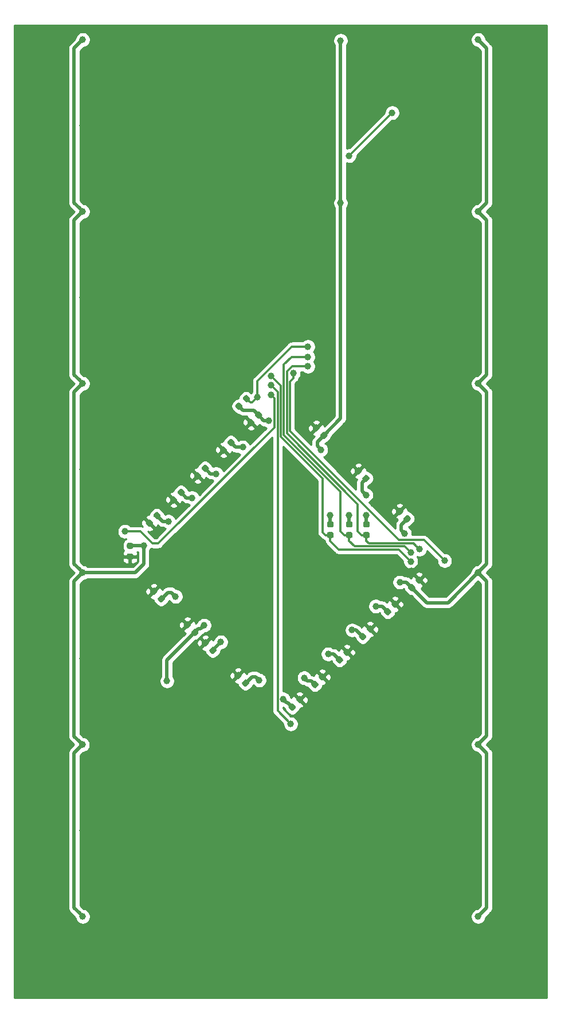
<source format=gbr>
G04 #@! TF.GenerationSoftware,KiCad,Pcbnew,5.1.6-c6e7f7d~87~ubuntu18.04.1*
G04 #@! TF.CreationDate,2020-08-29T05:24:03+09:00*
G04 #@! TF.ProjectId,flex10k70-eval,666c6578-3130-46b3-9730-2d6576616c2e,rev?*
G04 #@! TF.SameCoordinates,PX3b82600PY9fd5f80*
G04 #@! TF.FileFunction,Copper,L2,Bot*
G04 #@! TF.FilePolarity,Positive*
%FSLAX46Y46*%
G04 Gerber Fmt 4.6, Leading zero omitted, Abs format (unit mm)*
G04 Created by KiCad (PCBNEW 5.1.6-c6e7f7d~87~ubuntu18.04.1) date 2020-08-29 05:24:03*
%MOMM*%
%LPD*%
G01*
G04 APERTURE LIST*
G04 #@! TA.AperFunction,ViaPad*
%ADD10C,1.000000*%
G04 #@! TD*
G04 #@! TA.AperFunction,Conductor*
%ADD11C,0.500000*%
G04 #@! TD*
G04 #@! TA.AperFunction,Conductor*
%ADD12C,0.300000*%
G04 #@! TD*
G04 #@! TA.AperFunction,Conductor*
%ADD13C,0.254000*%
G04 #@! TD*
G04 APERTURE END LIST*
G04 #@! TA.AperFunction,SMDPad,CuDef*
G36*
G01*
X36875010Y87240402D02*
X37237403Y86878010D01*
G75*
G02*
X37237403Y86568650I-154680J-154680D01*
G01*
X36928044Y86259291D01*
G75*
G02*
X36618684Y86259291I-154680J154680D01*
G01*
X36256291Y86621684D01*
G75*
G02*
X36256291Y86931044I154680J154680D01*
G01*
X36565650Y87240403D01*
G75*
G02*
X36875010Y87240403I154680J-154680D01*
G01*
G37*
G04 #@! TD.AperFunction*
G04 #@! TA.AperFunction,SMDPad,CuDef*
G36*
G01*
X35761316Y86126708D02*
X36123709Y85764316D01*
G75*
G02*
X36123709Y85454956I-154680J-154680D01*
G01*
X35814350Y85145597D01*
G75*
G02*
X35504990Y85145597I-154680J154680D01*
G01*
X35142597Y85507990D01*
G75*
G02*
X35142597Y85817350I154680J154680D01*
G01*
X35451956Y86126709D01*
G75*
G02*
X35761316Y86126709I154680J-154680D01*
G01*
G37*
G04 #@! TD.AperFunction*
G04 #@! TA.AperFunction,SMDPad,CuDef*
G36*
G01*
X31697316Y82062708D02*
X32059709Y81700316D01*
G75*
G02*
X32059709Y81390956I-154680J-154680D01*
G01*
X31750350Y81081597D01*
G75*
G02*
X31440990Y81081597I-154680J154680D01*
G01*
X31078597Y81443990D01*
G75*
G02*
X31078597Y81753350I154680J154680D01*
G01*
X31387956Y82062709D01*
G75*
G02*
X31697316Y82062709I154680J-154680D01*
G01*
G37*
G04 #@! TD.AperFunction*
G04 #@! TA.AperFunction,SMDPad,CuDef*
G36*
G01*
X32811010Y83176402D02*
X33173403Y82814010D01*
G75*
G02*
X33173403Y82504650I-154680J-154680D01*
G01*
X32864044Y82195291D01*
G75*
G02*
X32554684Y82195291I-154680J154680D01*
G01*
X32192291Y82557684D01*
G75*
G02*
X32192291Y82867044I154680J154680D01*
G01*
X32501650Y83176403D01*
G75*
G02*
X32811010Y83176403I154680J-154680D01*
G01*
G37*
G04 #@! TD.AperFunction*
G04 #@! TA.AperFunction,SMDPad,CuDef*
G36*
G01*
X29001010Y79366402D02*
X29363403Y79004010D01*
G75*
G02*
X29363403Y78694650I-154680J-154680D01*
G01*
X29054044Y78385291D01*
G75*
G02*
X28744684Y78385291I-154680J154680D01*
G01*
X28382291Y78747684D01*
G75*
G02*
X28382291Y79057044I154680J154680D01*
G01*
X28691650Y79366403D01*
G75*
G02*
X29001010Y79366403I154680J-154680D01*
G01*
G37*
G04 #@! TD.AperFunction*
G04 #@! TA.AperFunction,SMDPad,CuDef*
G36*
G01*
X27887316Y78252708D02*
X28249709Y77890316D01*
G75*
G02*
X28249709Y77580956I-154680J-154680D01*
G01*
X27940350Y77271597D01*
G75*
G02*
X27630990Y77271597I-154680J154680D01*
G01*
X27268597Y77633990D01*
G75*
G02*
X27268597Y77943350I154680J154680D01*
G01*
X27577956Y78252709D01*
G75*
G02*
X27887316Y78252709I154680J-154680D01*
G01*
G37*
G04 #@! TD.AperFunction*
G04 #@! TA.AperFunction,SMDPad,CuDef*
G36*
G01*
X25445010Y75810402D02*
X25807403Y75448010D01*
G75*
G02*
X25807403Y75138650I-154680J-154680D01*
G01*
X25498044Y74829291D01*
G75*
G02*
X25188684Y74829291I-154680J154680D01*
G01*
X24826291Y75191684D01*
G75*
G02*
X24826291Y75501044I154680J154680D01*
G01*
X25135650Y75810403D01*
G75*
G02*
X25445010Y75810403I154680J-154680D01*
G01*
G37*
G04 #@! TD.AperFunction*
G04 #@! TA.AperFunction,SMDPad,CuDef*
G36*
G01*
X24331316Y74696708D02*
X24693709Y74334316D01*
G75*
G02*
X24693709Y74024956I-154680J-154680D01*
G01*
X24384350Y73715597D01*
G75*
G02*
X24074990Y73715597I-154680J154680D01*
G01*
X23712597Y74077990D01*
G75*
G02*
X23712597Y74387350I154680J154680D01*
G01*
X24021956Y74696709D01*
G75*
G02*
X24331316Y74696709I154680J-154680D01*
G01*
G37*
G04 #@! TD.AperFunction*
G04 #@! TA.AperFunction,SMDPad,CuDef*
G36*
G01*
X21889010Y72381402D02*
X22251403Y72019010D01*
G75*
G02*
X22251403Y71709650I-154680J-154680D01*
G01*
X21942044Y71400291D01*
G75*
G02*
X21632684Y71400291I-154680J154680D01*
G01*
X21270291Y71762684D01*
G75*
G02*
X21270291Y72072044I154680J154680D01*
G01*
X21579650Y72381403D01*
G75*
G02*
X21889010Y72381403I154680J-154680D01*
G01*
G37*
G04 #@! TD.AperFunction*
G04 #@! TA.AperFunction,SMDPad,CuDef*
G36*
G01*
X20775316Y71267708D02*
X21137709Y70905316D01*
G75*
G02*
X21137709Y70595956I-154680J-154680D01*
G01*
X20828350Y70286597D01*
G75*
G02*
X20518990Y70286597I-154680J154680D01*
G01*
X20156597Y70648990D01*
G75*
G02*
X20156597Y70958350I154680J154680D01*
G01*
X20465956Y71267709D01*
G75*
G02*
X20775316Y71267709I154680J-154680D01*
G01*
G37*
G04 #@! TD.AperFunction*
G04 #@! TA.AperFunction,SMDPad,CuDef*
G36*
G01*
X17518750Y66285000D02*
X18031250Y66285000D01*
G75*
G02*
X18250000Y66066250I0J-218750D01*
G01*
X18250000Y65628750D01*
G75*
G02*
X18031250Y65410000I-218750J0D01*
G01*
X17518750Y65410000D01*
G75*
G02*
X17300000Y65628750I0J218750D01*
G01*
X17300000Y66066250D01*
G75*
G02*
X17518750Y66285000I218750J0D01*
G01*
G37*
G04 #@! TD.AperFunction*
G04 #@! TA.AperFunction,SMDPad,CuDef*
G36*
G01*
X17518750Y67860000D02*
X18031250Y67860000D01*
G75*
G02*
X18250000Y67641250I0J-218750D01*
G01*
X18250000Y67203750D01*
G75*
G02*
X18031250Y66985000I-218750J0D01*
G01*
X17518750Y66985000D01*
G75*
G02*
X17300000Y67203750I0J218750D01*
G01*
X17300000Y67641250D01*
G75*
G02*
X17518750Y67860000I218750J0D01*
G01*
G37*
G04 #@! TD.AperFunction*
G04 #@! TA.AperFunction,SMDPad,CuDef*
G36*
G01*
X22886402Y59472990D02*
X22524010Y59110597D01*
G75*
G02*
X22214650Y59110597I-154680J154680D01*
G01*
X21905291Y59419956D01*
G75*
G02*
X21905291Y59729316I154680J154680D01*
G01*
X22267684Y60091709D01*
G75*
G02*
X22577044Y60091709I154680J-154680D01*
G01*
X22886403Y59782350D01*
G75*
G02*
X22886403Y59472990I-154680J-154680D01*
G01*
G37*
G04 #@! TD.AperFunction*
G04 #@! TA.AperFunction,SMDPad,CuDef*
G36*
G01*
X21772708Y60586684D02*
X21410316Y60224291D01*
G75*
G02*
X21100956Y60224291I-154680J154680D01*
G01*
X20791597Y60533650D01*
G75*
G02*
X20791597Y60843010I154680J154680D01*
G01*
X21153990Y61205403D01*
G75*
G02*
X21463350Y61205403I154680J-154680D01*
G01*
X21772709Y60896044D01*
G75*
G02*
X21772709Y60586684I-154680J-154680D01*
G01*
G37*
G04 #@! TD.AperFunction*
G04 #@! TA.AperFunction,SMDPad,CuDef*
G36*
G01*
X27839402Y54519990D02*
X27477010Y54157597D01*
G75*
G02*
X27167650Y54157597I-154680J154680D01*
G01*
X26858291Y54466956D01*
G75*
G02*
X26858291Y54776316I154680J154680D01*
G01*
X27220684Y55138709D01*
G75*
G02*
X27530044Y55138709I154680J-154680D01*
G01*
X27839403Y54829350D01*
G75*
G02*
X27839403Y54519990I-154680J-154680D01*
G01*
G37*
G04 #@! TD.AperFunction*
G04 #@! TA.AperFunction,SMDPad,CuDef*
G36*
G01*
X26725708Y55633684D02*
X26363316Y55271291D01*
G75*
G02*
X26053956Y55271291I-154680J154680D01*
G01*
X25744597Y55580650D01*
G75*
G02*
X25744597Y55890010I154680J154680D01*
G01*
X26106990Y56252403D01*
G75*
G02*
X26416350Y56252403I154680J-154680D01*
G01*
X26725709Y55943044D01*
G75*
G02*
X26725709Y55633684I-154680J-154680D01*
G01*
G37*
G04 #@! TD.AperFunction*
G04 #@! TA.AperFunction,SMDPad,CuDef*
G36*
G01*
X29392708Y52966684D02*
X29030316Y52604291D01*
G75*
G02*
X28720956Y52604291I-154680J154680D01*
G01*
X28411597Y52913650D01*
G75*
G02*
X28411597Y53223010I154680J154680D01*
G01*
X28773990Y53585403D01*
G75*
G02*
X29083350Y53585403I154680J-154680D01*
G01*
X29392709Y53276044D01*
G75*
G02*
X29392709Y52966684I-154680J-154680D01*
G01*
G37*
G04 #@! TD.AperFunction*
G04 #@! TA.AperFunction,SMDPad,CuDef*
G36*
G01*
X30506402Y51852990D02*
X30144010Y51490597D01*
G75*
G02*
X29834650Y51490597I-154680J154680D01*
G01*
X29525291Y51799956D01*
G75*
G02*
X29525291Y52109316I154680J154680D01*
G01*
X29887684Y52471709D01*
G75*
G02*
X30197044Y52471709I154680J-154680D01*
G01*
X30506403Y52162350D01*
G75*
G02*
X30506403Y51852990I-154680J-154680D01*
G01*
G37*
G04 #@! TD.AperFunction*
G04 #@! TA.AperFunction,SMDPad,CuDef*
G36*
G01*
X34218708Y48140684D02*
X33856316Y47778291D01*
G75*
G02*
X33546956Y47778291I-154680J154680D01*
G01*
X33237597Y48087650D01*
G75*
G02*
X33237597Y48397010I154680J154680D01*
G01*
X33599990Y48759403D01*
G75*
G02*
X33909350Y48759403I154680J-154680D01*
G01*
X34218709Y48450044D01*
G75*
G02*
X34218709Y48140684I-154680J-154680D01*
G01*
G37*
G04 #@! TD.AperFunction*
G04 #@! TA.AperFunction,SMDPad,CuDef*
G36*
G01*
X35332402Y47026990D02*
X34970010Y46664597D01*
G75*
G02*
X34660650Y46664597I-154680J154680D01*
G01*
X34351291Y46973956D01*
G75*
G02*
X34351291Y47283316I154680J154680D01*
G01*
X34713684Y47645709D01*
G75*
G02*
X35023044Y47645709I154680J-154680D01*
G01*
X35332403Y47336350D01*
G75*
G02*
X35332403Y47026990I-154680J-154680D01*
G01*
G37*
G04 #@! TD.AperFunction*
G04 #@! TA.AperFunction,SMDPad,CuDef*
G36*
G01*
X41600990Y43108598D02*
X41238597Y43470990D01*
G75*
G02*
X41238597Y43780350I154680J154680D01*
G01*
X41547956Y44089709D01*
G75*
G02*
X41857316Y44089709I154680J-154680D01*
G01*
X42219709Y43727316D01*
G75*
G02*
X42219709Y43417956I-154680J-154680D01*
G01*
X41910350Y43108597D01*
G75*
G02*
X41600990Y43108597I-154680J154680D01*
G01*
G37*
G04 #@! TD.AperFunction*
G04 #@! TA.AperFunction,SMDPad,CuDef*
G36*
G01*
X42714684Y44222292D02*
X42352291Y44584684D01*
G75*
G02*
X42352291Y44894044I154680J154680D01*
G01*
X42661650Y45203403D01*
G75*
G02*
X42971010Y45203403I154680J-154680D01*
G01*
X43333403Y44841010D01*
G75*
G02*
X43333403Y44531650I-154680J-154680D01*
G01*
X43024044Y44222291D01*
G75*
G02*
X42714684Y44222291I-154680J154680D01*
G01*
G37*
G04 #@! TD.AperFunction*
G04 #@! TA.AperFunction,SMDPad,CuDef*
G36*
G01*
X46065531Y47573139D02*
X45703138Y47935531D01*
G75*
G02*
X45703138Y48244891I154680J154680D01*
G01*
X46012497Y48554250D01*
G75*
G02*
X46321857Y48554250I154680J-154680D01*
G01*
X46684250Y48191857D01*
G75*
G02*
X46684250Y47882497I-154680J-154680D01*
G01*
X46374891Y47573138D01*
G75*
G02*
X46065531Y47573138I-154680J154680D01*
G01*
G37*
G04 #@! TD.AperFunction*
G04 #@! TA.AperFunction,SMDPad,CuDef*
G36*
G01*
X44951837Y46459445D02*
X44589444Y46821837D01*
G75*
G02*
X44589444Y47131197I154680J154680D01*
G01*
X44898803Y47440556D01*
G75*
G02*
X45208163Y47440556I154680J-154680D01*
G01*
X45570556Y47078163D01*
G75*
G02*
X45570556Y46768803I-154680J-154680D01*
G01*
X45261197Y46459444D01*
G75*
G02*
X44951837Y46459444I-154680J154680D01*
G01*
G37*
G04 #@! TD.AperFunction*
G04 #@! TA.AperFunction,SMDPad,CuDef*
G36*
G01*
X49699684Y51207292D02*
X49337291Y51569684D01*
G75*
G02*
X49337291Y51879044I154680J154680D01*
G01*
X49646650Y52188403D01*
G75*
G02*
X49956010Y52188403I154680J-154680D01*
G01*
X50318403Y51826010D01*
G75*
G02*
X50318403Y51516650I-154680J-154680D01*
G01*
X50009044Y51207291D01*
G75*
G02*
X49699684Y51207291I-154680J154680D01*
G01*
G37*
G04 #@! TD.AperFunction*
G04 #@! TA.AperFunction,SMDPad,CuDef*
G36*
G01*
X48585990Y50093598D02*
X48223597Y50455990D01*
G75*
G02*
X48223597Y50765350I154680J154680D01*
G01*
X48532956Y51074709D01*
G75*
G02*
X48842316Y51074709I154680J-154680D01*
G01*
X49204709Y50712316D01*
G75*
G02*
X49204709Y50402956I-154680J-154680D01*
G01*
X48895350Y50093597D01*
G75*
G02*
X48585990Y50093597I-154680J154680D01*
G01*
G37*
G04 #@! TD.AperFunction*
G04 #@! TA.AperFunction,SMDPad,CuDef*
G36*
G01*
X52014990Y53522598D02*
X51652597Y53884990D01*
G75*
G02*
X51652597Y54194350I154680J154680D01*
G01*
X51961956Y54503709D01*
G75*
G02*
X52271316Y54503709I154680J-154680D01*
G01*
X52633709Y54141316D01*
G75*
G02*
X52633709Y53831956I-154680J-154680D01*
G01*
X52324350Y53522597D01*
G75*
G02*
X52014990Y53522597I-154680J154680D01*
G01*
G37*
G04 #@! TD.AperFunction*
G04 #@! TA.AperFunction,SMDPad,CuDef*
G36*
G01*
X53128684Y54636292D02*
X52766291Y54998684D01*
G75*
G02*
X52766291Y55308044I154680J154680D01*
G01*
X53075650Y55617403D01*
G75*
G02*
X53385010Y55617403I154680J-154680D01*
G01*
X53747403Y55255010D01*
G75*
G02*
X53747403Y54945650I-154680J-154680D01*
G01*
X53438044Y54636291D01*
G75*
G02*
X53128684Y54636291I-154680J154680D01*
G01*
G37*
G04 #@! TD.AperFunction*
G04 #@! TA.AperFunction,SMDPad,CuDef*
G36*
G01*
X55697990Y57205598D02*
X55335597Y57567990D01*
G75*
G02*
X55335597Y57877350I154680J154680D01*
G01*
X55644956Y58186709D01*
G75*
G02*
X55954316Y58186709I154680J-154680D01*
G01*
X56316709Y57824316D01*
G75*
G02*
X56316709Y57514956I-154680J-154680D01*
G01*
X56007350Y57205597D01*
G75*
G02*
X55697990Y57205597I-154680J154680D01*
G01*
G37*
G04 #@! TD.AperFunction*
G04 #@! TA.AperFunction,SMDPad,CuDef*
G36*
G01*
X56811684Y58319292D02*
X56449291Y58681684D01*
G75*
G02*
X56449291Y58991044I154680J154680D01*
G01*
X56758650Y59300403D01*
G75*
G02*
X57068010Y59300403I154680J-154680D01*
G01*
X57430403Y58938010D01*
G75*
G02*
X57430403Y58628650I-154680J-154680D01*
G01*
X57121044Y58319291D01*
G75*
G02*
X56811684Y58319291I-154680J154680D01*
G01*
G37*
G04 #@! TD.AperFunction*
G04 #@! TA.AperFunction,SMDPad,CuDef*
G36*
G01*
X60367684Y61875292D02*
X60005291Y62237684D01*
G75*
G02*
X60005291Y62547044I154680J154680D01*
G01*
X60314650Y62856403D01*
G75*
G02*
X60624010Y62856403I154680J-154680D01*
G01*
X60986403Y62494010D01*
G75*
G02*
X60986403Y62184650I-154680J-154680D01*
G01*
X60677044Y61875291D01*
G75*
G02*
X60367684Y61875291I-154680J154680D01*
G01*
G37*
G04 #@! TD.AperFunction*
G04 #@! TA.AperFunction,SMDPad,CuDef*
G36*
G01*
X59253990Y60761598D02*
X58891597Y61123990D01*
G75*
G02*
X58891597Y61433350I154680J154680D01*
G01*
X59200956Y61742709D01*
G75*
G02*
X59510316Y61742709I154680J-154680D01*
G01*
X59872709Y61380316D01*
G75*
G02*
X59872709Y61070956I-154680J-154680D01*
G01*
X59563350Y60761597D01*
G75*
G02*
X59253990Y60761597I-154680J154680D01*
G01*
G37*
G04 #@! TD.AperFunction*
G04 #@! TA.AperFunction,SMDPad,CuDef*
G36*
G01*
X59208402Y71283990D02*
X58846010Y70921597D01*
G75*
G02*
X58536650Y70921597I-154680J154680D01*
G01*
X58227291Y71230956D01*
G75*
G02*
X58227291Y71540316I154680J154680D01*
G01*
X58589684Y71902709D01*
G75*
G02*
X58899044Y71902709I154680J-154680D01*
G01*
X59208403Y71593350D01*
G75*
G02*
X59208403Y71283990I-154680J-154680D01*
G01*
G37*
G04 #@! TD.AperFunction*
G04 #@! TA.AperFunction,SMDPad,CuDef*
G36*
G01*
X58094708Y72397684D02*
X57732316Y72035291D01*
G75*
G02*
X57422956Y72035291I-154680J154680D01*
G01*
X57113597Y72344650D01*
G75*
G02*
X57113597Y72654010I154680J154680D01*
G01*
X57475990Y73016403D01*
G75*
G02*
X57785350Y73016403I154680J-154680D01*
G01*
X58094709Y72707044D01*
G75*
G02*
X58094709Y72397684I-154680J-154680D01*
G01*
G37*
G04 #@! TD.AperFunction*
G04 #@! TA.AperFunction,SMDPad,CuDef*
G36*
G01*
X51998708Y78366684D02*
X51636316Y78004291D01*
G75*
G02*
X51326956Y78004291I-154680J154680D01*
G01*
X51017597Y78313650D01*
G75*
G02*
X51017597Y78623010I154680J154680D01*
G01*
X51379990Y78985403D01*
G75*
G02*
X51689350Y78985403I154680J-154680D01*
G01*
X51998709Y78676044D01*
G75*
G02*
X51998709Y78366684I-154680J-154680D01*
G01*
G37*
G04 #@! TD.AperFunction*
G04 #@! TA.AperFunction,SMDPad,CuDef*
G36*
G01*
X53112402Y77252990D02*
X52750010Y76890597D01*
G75*
G02*
X52440650Y76890597I-154680J154680D01*
G01*
X52131291Y77199956D01*
G75*
G02*
X52131291Y77509316I154680J154680D01*
G01*
X52493684Y77871709D01*
G75*
G02*
X52803044Y77871709I154680J-154680D01*
G01*
X53112403Y77562350D01*
G75*
G02*
X53112403Y77252990I-154680J-154680D01*
G01*
G37*
G04 #@! TD.AperFunction*
G04 #@! TA.AperFunction,SMDPad,CuDef*
G36*
G01*
X45775708Y84716684D02*
X45413316Y84354291D01*
G75*
G02*
X45103956Y84354291I-154680J154680D01*
G01*
X44794597Y84663650D01*
G75*
G02*
X44794597Y84973010I154680J154680D01*
G01*
X45156990Y85335403D01*
G75*
G02*
X45466350Y85335403I154680J-154680D01*
G01*
X45775709Y85026044D01*
G75*
G02*
X45775709Y84716684I-154680J-154680D01*
G01*
G37*
G04 #@! TD.AperFunction*
G04 #@! TA.AperFunction,SMDPad,CuDef*
G36*
G01*
X46889402Y83602990D02*
X46527010Y83240597D01*
G75*
G02*
X46217650Y83240597I-154680J154680D01*
G01*
X45908291Y83549956D01*
G75*
G02*
X45908291Y83859316I154680J154680D01*
G01*
X46270684Y84221709D01*
G75*
G02*
X46580044Y84221709I154680J-154680D01*
G01*
X46889403Y83912350D01*
G75*
G02*
X46889403Y83602990I-154680J-154680D01*
G01*
G37*
G04 #@! TD.AperFunction*
G04 #@! TA.AperFunction,SMDPad,CuDef*
G36*
G01*
X52443750Y69460000D02*
X52956250Y69460000D01*
G75*
G02*
X53175000Y69241250I0J-218750D01*
G01*
X53175000Y68803750D01*
G75*
G02*
X52956250Y68585000I-218750J0D01*
G01*
X52443750Y68585000D01*
G75*
G02*
X52225000Y68803750I0J218750D01*
G01*
X52225000Y69241250D01*
G75*
G02*
X52443750Y69460000I218750J0D01*
G01*
G37*
G04 #@! TD.AperFunction*
G04 #@! TA.AperFunction,SMDPad,CuDef*
G36*
G01*
X52443750Y71035000D02*
X52956250Y71035000D01*
G75*
G02*
X53175000Y70816250I0J-218750D01*
G01*
X53175000Y70378750D01*
G75*
G02*
X52956250Y70160000I-218750J0D01*
G01*
X52443750Y70160000D01*
G75*
G02*
X52225000Y70378750I0J218750D01*
G01*
X52225000Y70816250D01*
G75*
G02*
X52443750Y71035000I218750J0D01*
G01*
G37*
G04 #@! TD.AperFunction*
G04 #@! TA.AperFunction,SMDPad,CuDef*
G36*
G01*
X49903750Y71035000D02*
X50416250Y71035000D01*
G75*
G02*
X50635000Y70816250I0J-218750D01*
G01*
X50635000Y70378750D01*
G75*
G02*
X50416250Y70160000I-218750J0D01*
G01*
X49903750Y70160000D01*
G75*
G02*
X49685000Y70378750I0J218750D01*
G01*
X49685000Y70816250D01*
G75*
G02*
X49903750Y71035000I218750J0D01*
G01*
G37*
G04 #@! TD.AperFunction*
G04 #@! TA.AperFunction,SMDPad,CuDef*
G36*
G01*
X49903750Y69460000D02*
X50416250Y69460000D01*
G75*
G02*
X50635000Y69241250I0J-218750D01*
G01*
X50635000Y68803750D01*
G75*
G02*
X50416250Y68585000I-218750J0D01*
G01*
X49903750Y68585000D01*
G75*
G02*
X49685000Y68803750I0J218750D01*
G01*
X49685000Y69241250D01*
G75*
G02*
X49903750Y69460000I218750J0D01*
G01*
G37*
G04 #@! TD.AperFunction*
G04 #@! TA.AperFunction,SMDPad,CuDef*
G36*
G01*
X33726990Y87558598D02*
X33364597Y87920990D01*
G75*
G02*
X33364597Y88230350I154680J154680D01*
G01*
X33673956Y88539709D01*
G75*
G02*
X33983316Y88539709I154680J-154680D01*
G01*
X34345709Y88177316D01*
G75*
G02*
X34345709Y87867956I-154680J-154680D01*
G01*
X34036350Y87558597D01*
G75*
G02*
X33726990Y87558597I-154680J154680D01*
G01*
G37*
G04 #@! TD.AperFunction*
G04 #@! TA.AperFunction,SMDPad,CuDef*
G36*
G01*
X34840684Y88672292D02*
X34478291Y89034684D01*
G75*
G02*
X34478291Y89344044I154680J154680D01*
G01*
X34787650Y89653403D01*
G75*
G02*
X35097010Y89653403I154680J-154680D01*
G01*
X35459403Y89291010D01*
G75*
G02*
X35459403Y88981650I-154680J-154680D01*
G01*
X35150044Y88672291D01*
G75*
G02*
X34840684Y88672291I-154680J154680D01*
G01*
G37*
G04 #@! TD.AperFunction*
G04 #@! TA.AperFunction,SMDPad,CuDef*
G36*
G01*
X47109750Y71035000D02*
X47622250Y71035000D01*
G75*
G02*
X47841000Y70816250I0J-218750D01*
G01*
X47841000Y70378750D01*
G75*
G02*
X47622250Y70160000I-218750J0D01*
G01*
X47109750Y70160000D01*
G75*
G02*
X46891000Y70378750I0J218750D01*
G01*
X46891000Y70816250D01*
G75*
G02*
X47109750Y71035000I218750J0D01*
G01*
G37*
G04 #@! TD.AperFunction*
G04 #@! TA.AperFunction,SMDPad,CuDef*
G36*
G01*
X47109750Y69460000D02*
X47622250Y69460000D01*
G75*
G02*
X47841000Y69241250I0J-218750D01*
G01*
X47841000Y68803750D01*
G75*
G02*
X47622250Y68585000I-218750J0D01*
G01*
X47109750Y68585000D01*
G75*
G02*
X46891000Y68803750I0J218750D01*
G01*
X46891000Y69241250D01*
G75*
G02*
X47109750Y69460000I218750J0D01*
G01*
G37*
G04 #@! TD.AperFunction*
D10*
X10752000Y38060000D03*
X10790000Y12660000D03*
X10790000Y63460000D03*
X10790000Y91400000D03*
X10790000Y116800000D03*
X10790000Y142200000D03*
X24480000Y59940000D03*
X28710000Y55690000D03*
X31190000Y53220000D03*
X36850000Y47570000D03*
X43510000Y47920000D03*
X47040000Y51450000D03*
X50580000Y54980000D03*
X54080000Y58500000D03*
X57640000Y62050000D03*
X58320000Y69270000D03*
X52650000Y74920000D03*
X45980000Y81610000D03*
X34420000Y82010000D03*
X30500000Y78080000D03*
X26950000Y74530000D03*
X23430000Y71030000D03*
X19807008Y67460500D03*
X40381000Y44791000D03*
X38300000Y85880000D03*
X47366000Y71969000D03*
X50160000Y71969000D03*
X69210000Y38060000D03*
X69210000Y12660000D03*
X69210000Y63460000D03*
X69210000Y91400000D03*
X69210000Y116800000D03*
X69210000Y142200000D03*
X23236000Y47458000D03*
X48890000Y142072998D03*
X48890000Y118070000D03*
X52700000Y71969000D03*
X10790000Y50760000D03*
X10790000Y25360000D03*
X10790000Y2500000D03*
X10790000Y78700000D03*
X10790000Y104100000D03*
X10790000Y129500000D03*
X21650000Y62770000D03*
X27310000Y57120000D03*
X29967000Y54443000D03*
X34020000Y50400000D03*
X41730000Y46140000D03*
X45270000Y49680000D03*
X48800000Y53210000D03*
X55880000Y60270000D03*
X55510000Y72060000D03*
X48790000Y78790000D03*
X43120000Y84450000D03*
X36530000Y84100000D03*
X32290000Y79860000D03*
X28740000Y76320000D03*
X25180000Y72780000D03*
X21610398Y69175000D03*
X52380000Y56710000D03*
X46350000Y142098400D03*
X59329400Y63713998D03*
X21585000Y139660000D03*
X35555000Y139660000D03*
X58404000Y139660000D03*
X50828000Y5200000D03*
X43479800Y36688400D03*
X33523000Y92670000D03*
X46096000Y95464000D03*
X37790200Y80960600D03*
X37460000Y51014000D03*
X23591600Y66050800D03*
X55494000Y64603000D03*
X41422400Y80173200D03*
X41778000Y49744000D03*
X51582400Y17714600D03*
X58288000Y13574400D03*
X61336000Y14438000D03*
X53970000Y22058000D03*
X51684000Y36282000D03*
X51684000Y42098600D03*
X51557000Y28331800D03*
X5710000Y104100000D03*
X5710000Y129500000D03*
X5710000Y78700000D03*
X5710000Y50760000D03*
X5710000Y25360000D03*
X69210000Y50760000D03*
X69210000Y25360000D03*
X69210000Y78700000D03*
X69210000Y104100000D03*
X69210000Y129500000D03*
X74290000Y129500000D03*
X74290000Y104100000D03*
X74290000Y78700000D03*
X74290000Y50760000D03*
X74290000Y25360000D03*
X5710000Y2500000D03*
X25014000Y48474000D03*
X24760000Y38441000D03*
X13076000Y140676000D03*
X16632000Y129500000D03*
X25522000Y105370000D03*
X20188000Y118324000D03*
X25268000Y129500000D03*
X25268000Y118324000D03*
X46858000Y118070000D03*
X51938000Y116292000D03*
X55087600Y125893200D03*
X50414000Y127214000D03*
X52192000Y101560000D03*
X51938000Y109688000D03*
X46604000Y109688000D03*
X54732000Y104100000D03*
X57018000Y106386000D03*
X55240000Y118578000D03*
X60574000Y117054000D03*
X64130000Y128484000D03*
X68702000Y139914000D03*
X38222000Y96226000D03*
X42286000Y100036000D03*
X42286000Y118070000D03*
X29840000Y118070000D03*
X30094000Y130008000D03*
X42286000Y139660000D03*
X42032000Y64476000D03*
X37460000Y64476000D03*
X42032000Y73112000D03*
X37460000Y73112000D03*
X42032000Y56856000D03*
X37460000Y56856000D03*
X15616000Y38060000D03*
X15616000Y32726000D03*
X21204000Y32726000D03*
X32634000Y29424000D03*
X32634000Y23074000D03*
X15616000Y12152000D03*
X24252000Y20788000D03*
X22982000Y13930000D03*
X23236000Y3262000D03*
X38222000Y3262000D03*
X50922000Y1738000D03*
X29840000Y72604000D03*
X5964000Y66000000D03*
X74290000Y65746000D03*
X60828000Y75906000D03*
X30094000Y99274000D03*
X45588000Y16470000D03*
X42794000Y13930000D03*
X39746000Y17486000D03*
X45588000Y27392000D03*
X39746000Y27392000D03*
X56256000Y34250000D03*
X60066000Y23328000D03*
X66416000Y1484000D03*
X47366000Y7580000D03*
X54224000Y7580000D03*
X50922000Y12660000D03*
X59234693Y66438693D03*
X44064000Y95336992D03*
X36571000Y89368004D03*
X44064000Y96861000D03*
X41524000Y41108000D03*
X38603000Y91146008D03*
X64257006Y65238000D03*
X41905000Y92924000D03*
X60548600Y66914400D03*
X44064000Y93932987D03*
X50160010Y125055000D03*
X56510000Y131405000D03*
X59253200Y65111000D03*
X38603000Y92542996D03*
X17013008Y69556000D03*
X38603000Y89748994D03*
D11*
X36746847Y86749847D02*
X37460000Y86036694D01*
X37592894Y85880000D02*
X38300000Y85880000D01*
X37460000Y86012894D02*
X37592894Y85880000D01*
X37460000Y86036694D02*
X37460000Y86012894D01*
X33358694Y82010000D02*
X34420000Y82010000D01*
X32682847Y82685847D02*
X33358694Y82010000D01*
X29668694Y78080000D02*
X30500000Y78080000D01*
X28872847Y78875847D02*
X29668694Y78080000D01*
X26106694Y74530000D02*
X26950000Y74530000D01*
X25316847Y75319847D02*
X26106694Y74530000D01*
X22621694Y71030000D02*
X23430000Y71030000D01*
X21760847Y71890847D02*
X22621694Y71030000D01*
X19769008Y67422500D02*
X19807008Y67460500D01*
X17775000Y67422500D02*
X19769008Y67422500D01*
X24470000Y59940000D02*
X24480000Y59940000D01*
X23333694Y60539000D02*
X23871000Y60539000D01*
X23871000Y60539000D02*
X24470000Y59940000D01*
X22395847Y59601153D02*
X23333694Y60539000D01*
X30015847Y52045847D02*
X31190000Y53220000D01*
X30015847Y51981153D02*
X30015847Y52045847D01*
X36327000Y48093000D02*
X36850000Y47570000D01*
X35779694Y48093000D02*
X36327000Y48093000D01*
X34841847Y47155153D02*
X35779694Y48093000D01*
X41729153Y43599153D02*
X41045306Y44283000D01*
X40889000Y44283000D02*
X40381000Y44791000D01*
X41045306Y44283000D02*
X40889000Y44283000D01*
X43972000Y47458000D02*
X43510000Y47920000D01*
X44572000Y47458000D02*
X43972000Y47458000D01*
X45080000Y46950000D02*
X44572000Y47458000D01*
X47848306Y51450000D02*
X47040000Y51450000D01*
X48714153Y50584153D02*
X47848306Y51450000D01*
X51176306Y54980000D02*
X50580000Y54980000D01*
X52143153Y54013153D02*
X51176306Y54980000D01*
X58584306Y62050000D02*
X57640000Y62050000D01*
X59382153Y61252153D02*
X58584306Y62050000D01*
X57830800Y70525106D02*
X58717847Y71412153D01*
X57830800Y69759200D02*
X57830800Y70525106D01*
X58320000Y69270000D02*
X57830800Y69759200D01*
X52039600Y76798906D02*
X52621847Y77381153D01*
X52039600Y75530400D02*
X52039600Y76798906D01*
X52650000Y74920000D02*
X52039600Y75530400D01*
X45435600Y82767906D02*
X46398847Y83731153D01*
X45435600Y82154400D02*
X45435600Y82767906D01*
X45980000Y81610000D02*
X45435600Y82154400D01*
X47366000Y70597500D02*
X47366000Y71969000D01*
X50160000Y70597500D02*
X50160000Y71969000D01*
X10790000Y63460000D02*
X18537000Y63460000D01*
X19807008Y64730008D02*
X19807008Y67460500D01*
X18537000Y63460000D02*
X19807008Y64730008D01*
X36033694Y87463000D02*
X34441306Y87463000D01*
X34441306Y87463000D02*
X33855153Y88049153D01*
X36746847Y86749847D02*
X36033694Y87463000D01*
X55022306Y58500000D02*
X54080000Y58500000D01*
X55826153Y57696153D02*
X55022306Y58500000D01*
X27348847Y54648153D02*
X27880294Y55179600D01*
X28199600Y55179600D02*
X28710000Y55690000D01*
X27880294Y55179600D02*
X28199600Y55179600D01*
X69210000Y116800000D02*
X70480000Y118070000D01*
X70480000Y140930000D02*
X69210000Y142200000D01*
X70480000Y118070000D02*
X70480000Y140930000D01*
X69210000Y116800000D02*
X70480000Y115530000D01*
X70480000Y92670000D02*
X69210000Y91400000D01*
X70480000Y115530000D02*
X70480000Y92670000D01*
X69210000Y91400000D02*
X70480000Y90130000D01*
X70480000Y64730000D02*
X69210000Y63460000D01*
X70480000Y90130000D02*
X70480000Y64730000D01*
X69210000Y63460000D02*
X70480000Y62190000D01*
X70480000Y39330000D02*
X69210000Y38060000D01*
X70480000Y62190000D02*
X70480000Y39330000D01*
X69210000Y38060000D02*
X70480000Y36790000D01*
X70480000Y13930000D02*
X69210000Y12660000D01*
X70480000Y36790000D02*
X70480000Y13930000D01*
X59382153Y61252153D02*
X61619306Y59015000D01*
X64765000Y59015000D02*
X69210000Y63460000D01*
X61619306Y59015000D02*
X64765000Y59015000D01*
X48890000Y86222306D02*
X48890000Y118070000D01*
X46398847Y83731153D02*
X48890000Y86222306D01*
X9520000Y118070000D02*
X10290001Y117299999D01*
X10290001Y117299999D02*
X10790000Y116800000D01*
X10790000Y142200000D02*
X9520000Y140930000D01*
X9520000Y140930000D02*
X9520000Y118070000D01*
X10290001Y91899999D02*
X10790000Y91400000D01*
X9520000Y92670000D02*
X10290001Y91899999D01*
X10790000Y116800000D02*
X9520000Y115530000D01*
X9520000Y115530000D02*
X9520000Y92670000D01*
X10290001Y63959999D02*
X10790000Y63460000D01*
X9520000Y64730000D02*
X10290001Y63959999D01*
X10790000Y91400000D02*
X9520000Y90130000D01*
X9520000Y90130000D02*
X9520000Y64730000D01*
X10252001Y38559999D02*
X10752000Y38060000D01*
X9520000Y39292000D02*
X10252001Y38559999D01*
X10790000Y63460000D02*
X9520000Y62190000D01*
X9520000Y62190000D02*
X9520000Y39292000D01*
X10290001Y13159999D02*
X10790000Y12660000D01*
X9520000Y13930000D02*
X10290001Y13159999D01*
X10752000Y38060000D02*
X9520000Y36828000D01*
X9520000Y36828000D02*
X9520000Y13930000D01*
X23236000Y50535306D02*
X27348847Y54648153D01*
X23236000Y47458000D02*
X23236000Y50535306D01*
X48890000Y118070000D02*
X48890000Y142072998D01*
X52700000Y70597500D02*
X52700000Y71969000D01*
D12*
X58734694Y66938692D02*
X59234693Y66438693D01*
X58334375Y67339011D02*
X58734694Y66938692D01*
X50160000Y68159000D02*
X50979989Y67339011D01*
X50979989Y67339011D02*
X58334375Y67339011D01*
X50160000Y69022500D02*
X50160000Y68159000D01*
X43356894Y95336992D02*
X44064000Y95336992D01*
X49423500Y69022500D02*
X48890000Y69556000D01*
X41650992Y95336992D02*
X43356894Y95336992D01*
X48890000Y75398000D02*
X40496978Y83791022D01*
X50160000Y69022500D02*
X49423500Y69022500D01*
X40496978Y94182978D02*
X41650992Y95336992D01*
X48890000Y69556000D02*
X48890000Y75398000D01*
X40496978Y83791022D02*
X40496978Y94182978D01*
X34968847Y89162847D02*
X35525694Y88606000D01*
X35808996Y88606000D02*
X36571000Y89368004D01*
X35525694Y88606000D02*
X35808996Y88606000D01*
X43356894Y96861000D02*
X44064000Y96861000D01*
X36571000Y91781000D02*
X41651000Y96861000D01*
X41651000Y96861000D02*
X43356894Y96861000D01*
X36571000Y89368004D02*
X36571000Y91781000D01*
X41524000Y41108000D02*
X39580999Y43051001D01*
X39580999Y90168009D02*
X39102999Y90646009D01*
X39580999Y43051001D02*
X39580999Y90168009D01*
X39102999Y90646009D02*
X38603000Y91146008D01*
X41905000Y92216894D02*
X41905000Y92924000D01*
X41397000Y91708894D02*
X41905000Y92216894D01*
X57526000Y68286000D02*
X41397000Y84415000D01*
X64257006Y65238000D02*
X61209006Y68286000D01*
X41397000Y84415000D02*
X41397000Y91708894D01*
X61209006Y68286000D02*
X57526000Y68286000D01*
X60048601Y67414399D02*
X60548600Y66914400D01*
X59673978Y67789022D02*
X60048601Y67414399D01*
X53069978Y67789022D02*
X59673978Y67789022D01*
X52700000Y68159000D02*
X53069978Y67789022D01*
X52700000Y69022500D02*
X52700000Y68159000D01*
X43356894Y93932987D02*
X44064000Y93932987D01*
X51963500Y69022500D02*
X51430000Y69556000D01*
X52700000Y69022500D02*
X51963500Y69022500D01*
X40946989Y84040922D02*
X40946989Y93181095D01*
X51430000Y69556000D02*
X51430000Y73557911D01*
X41698881Y93932987D02*
X43356894Y93932987D01*
X51430000Y73557911D02*
X40946989Y84040922D01*
X40946989Y93181095D02*
X41698881Y93932987D01*
X50160010Y125055010D02*
X50160010Y125055000D01*
X56510000Y131405000D02*
X50160010Y125055010D01*
X47366000Y68159000D02*
X47366000Y69022500D01*
X48636000Y66889000D02*
X47366000Y68159000D01*
X57475200Y66889000D02*
X48636000Y66889000D01*
X59253200Y65111000D02*
X57475200Y66889000D01*
X39102999Y92042997D02*
X38603000Y92542996D01*
X46629500Y69022500D02*
X46223000Y69429000D01*
X40031009Y83558491D02*
X40031009Y91114987D01*
X47366000Y69022500D02*
X46629500Y69022500D01*
X46223000Y77366500D02*
X40031009Y83558491D01*
X46223000Y69429000D02*
X46223000Y77366500D01*
X40031009Y91114987D02*
X39102999Y92042997D01*
X39102999Y84914999D02*
X39102999Y89248995D01*
X21966000Y67778000D02*
X39102999Y84914999D01*
X21077000Y67778000D02*
X21966000Y67778000D01*
X17013008Y69556000D02*
X19299000Y69556000D01*
X39102999Y89248995D02*
X38603000Y89748994D01*
X19299000Y69556000D02*
X21077000Y67778000D01*
D13*
G36*
X79340001Y660000D02*
G01*
X660000Y660000D01*
X660000Y140930000D01*
X8630719Y140930000D01*
X8635000Y140886531D01*
X8635001Y118113479D01*
X8630719Y118070000D01*
X8647805Y117896510D01*
X8698412Y117729687D01*
X8780590Y117575941D01*
X8863468Y117474954D01*
X8863469Y117474953D01*
X8891184Y117441183D01*
X8924951Y117413471D01*
X9538421Y116800000D01*
X8924956Y116186534D01*
X8891183Y116158817D01*
X8780589Y116024058D01*
X8698411Y115870312D01*
X8675315Y115794176D01*
X8647806Y115703491D01*
X8647805Y115703489D01*
X8635000Y115573476D01*
X8635000Y115573469D01*
X8630719Y115530000D01*
X8635000Y115486531D01*
X8635001Y92713479D01*
X8630719Y92670000D01*
X8647805Y92496510D01*
X8698412Y92329687D01*
X8780590Y92175941D01*
X8863468Y92074954D01*
X8863469Y92074953D01*
X8891184Y92041183D01*
X8924951Y92013471D01*
X9538421Y91400000D01*
X8924956Y90786534D01*
X8891183Y90758817D01*
X8780589Y90624058D01*
X8698411Y90470312D01*
X8663596Y90355545D01*
X8647806Y90303491D01*
X8647805Y90303489D01*
X8635000Y90173476D01*
X8635000Y90173469D01*
X8630719Y90130000D01*
X8635000Y90086531D01*
X8635001Y64773479D01*
X8630719Y64730000D01*
X8647805Y64556510D01*
X8698412Y64389687D01*
X8780590Y64235941D01*
X8863468Y64134954D01*
X8863469Y64134953D01*
X8891184Y64101183D01*
X8924951Y64073471D01*
X9538421Y63460000D01*
X8924956Y62846534D01*
X8891183Y62818817D01*
X8780589Y62684058D01*
X8698411Y62530312D01*
X8694326Y62516845D01*
X8647806Y62363491D01*
X8647805Y62363489D01*
X8635000Y62233476D01*
X8635000Y62233469D01*
X8630719Y62190000D01*
X8635000Y62146531D01*
X8635001Y39335479D01*
X8630719Y39292000D01*
X8647805Y39118510D01*
X8698412Y38951687D01*
X8780590Y38797941D01*
X8863468Y38696954D01*
X8863471Y38696951D01*
X8891184Y38663183D01*
X8924951Y38635471D01*
X9500421Y38060000D01*
X8924956Y37484534D01*
X8891183Y37456817D01*
X8780589Y37322058D01*
X8698411Y37168312D01*
X8647805Y37001489D01*
X8635000Y36871476D01*
X8635000Y36871469D01*
X8630719Y36828000D01*
X8635000Y36784531D01*
X8635001Y13973479D01*
X8630719Y13930000D01*
X8647805Y13756510D01*
X8698412Y13589687D01*
X8780590Y13435941D01*
X8863468Y13334954D01*
X8863469Y13334953D01*
X8891184Y13301183D01*
X8924951Y13273471D01*
X9656190Y12542231D01*
X9698617Y12328933D01*
X9784176Y12122376D01*
X9908388Y11936480D01*
X10066480Y11778388D01*
X10252376Y11654176D01*
X10458933Y11568617D01*
X10678212Y11525000D01*
X10901788Y11525000D01*
X11121067Y11568617D01*
X11327624Y11654176D01*
X11513520Y11778388D01*
X11671612Y11936480D01*
X11795824Y12122376D01*
X11881383Y12328933D01*
X11925000Y12548212D01*
X11925000Y12771788D01*
X11881383Y12991067D01*
X11795824Y13197624D01*
X11671612Y13383520D01*
X11513520Y13541612D01*
X11327624Y13665824D01*
X11121067Y13751383D01*
X10907769Y13793810D01*
X10405000Y14296578D01*
X10405000Y36461422D01*
X10869768Y36926190D01*
X11083067Y36968617D01*
X11289624Y37054176D01*
X11475520Y37178388D01*
X11633612Y37336480D01*
X11757824Y37522376D01*
X11843383Y37728933D01*
X11887000Y37948212D01*
X11887000Y38171788D01*
X11843383Y38391067D01*
X11757824Y38597624D01*
X11633612Y38783520D01*
X11475520Y38941612D01*
X11289624Y39065824D01*
X11083067Y39151383D01*
X10869769Y39193810D01*
X10405000Y39658578D01*
X10405000Y47569788D01*
X22101000Y47569788D01*
X22101000Y47346212D01*
X22144617Y47126933D01*
X22230176Y46920376D01*
X22354388Y46734480D01*
X22512480Y46576388D01*
X22698376Y46452176D01*
X22904933Y46366617D01*
X23124212Y46323000D01*
X23347788Y46323000D01*
X23567067Y46366617D01*
X23773624Y46452176D01*
X23959520Y46576388D01*
X24117612Y46734480D01*
X24241824Y46920376D01*
X24327383Y47126933D01*
X24371000Y47346212D01*
X24371000Y47506409D01*
X33145320Y47506409D01*
X33145320Y47281903D01*
X33250451Y47172427D01*
X33347143Y47093074D01*
X33457457Y47034110D01*
X33577155Y46997801D01*
X33662867Y46989359D01*
X33665613Y46961478D01*
X33714371Y46800744D01*
X33793550Y46652611D01*
X33900106Y46522771D01*
X34209465Y46213412D01*
X34339305Y46106856D01*
X34487438Y46027677D01*
X34648172Y45978919D01*
X34815330Y45962455D01*
X34982488Y45978919D01*
X35143222Y46027677D01*
X35291355Y46106856D01*
X35421195Y46213412D01*
X35783588Y46575805D01*
X35890144Y46705645D01*
X35966740Y46848946D01*
X35968388Y46846480D01*
X36126480Y46688388D01*
X36312376Y46564176D01*
X36518933Y46478617D01*
X36738212Y46435000D01*
X36961788Y46435000D01*
X37181067Y46478617D01*
X37387624Y46564176D01*
X37573520Y46688388D01*
X37731612Y46846480D01*
X37855824Y47032376D01*
X37941383Y47238933D01*
X37985000Y47458212D01*
X37985000Y47681788D01*
X37941383Y47901067D01*
X37855824Y48107624D01*
X37731612Y48293520D01*
X37573520Y48451612D01*
X37387624Y48575824D01*
X37181067Y48661383D01*
X36971146Y48703139D01*
X36955817Y48721817D01*
X36821059Y48832411D01*
X36667313Y48914589D01*
X36500490Y48965195D01*
X36370477Y48978000D01*
X36370469Y48978000D01*
X36327000Y48982281D01*
X36283531Y48978000D01*
X35823163Y48978000D01*
X35779694Y48982281D01*
X35736225Y48978000D01*
X35736217Y48978000D01*
X35621000Y48966652D01*
X35606203Y48965195D01*
X35555597Y48949843D01*
X35439381Y48914589D01*
X35285635Y48832411D01*
X35257451Y48809281D01*
X35184647Y48749532D01*
X35184645Y48749530D01*
X35150877Y48721817D01*
X35123164Y48688049D01*
X34965629Y48530514D01*
X34962890Y48539543D01*
X34903926Y48649857D01*
X34824573Y48746549D01*
X34715097Y48851680D01*
X34490591Y48851680D01*
X33907758Y48268847D01*
X33921901Y48254704D01*
X33742296Y48075099D01*
X33728153Y48089242D01*
X33145320Y47506409D01*
X24371000Y47506409D01*
X24371000Y47569788D01*
X24327383Y47789067D01*
X24241824Y47995624D01*
X24121000Y48176450D01*
X24121000Y48242330D01*
X32444846Y48242330D01*
X32457107Y48117849D01*
X32493416Y47998151D01*
X32552380Y47887837D01*
X32631733Y47791145D01*
X32741209Y47686014D01*
X32965715Y47686014D01*
X33548548Y48268847D01*
X32992232Y48825163D01*
X32767725Y48825163D01*
X32631733Y48693516D01*
X32552380Y48596824D01*
X32493416Y48486510D01*
X32457107Y48366812D01*
X32444846Y48242330D01*
X24121000Y48242330D01*
X24121000Y49229275D01*
X33171837Y49229275D01*
X33171837Y49004768D01*
X33728153Y48448452D01*
X34310986Y49031285D01*
X34310986Y49255791D01*
X34205855Y49365267D01*
X34109163Y49444620D01*
X33998849Y49503584D01*
X33879151Y49539893D01*
X33754670Y49552154D01*
X33630188Y49539893D01*
X33510490Y49503584D01*
X33400176Y49444620D01*
X33303484Y49365267D01*
X33171837Y49229275D01*
X24121000Y49229275D01*
X24121000Y50168728D01*
X26284681Y52332409D01*
X28319320Y52332409D01*
X28319320Y52107903D01*
X28424451Y51998427D01*
X28521143Y51919074D01*
X28631457Y51860110D01*
X28751155Y51823801D01*
X28836867Y51815359D01*
X28839613Y51787478D01*
X28888371Y51626744D01*
X28967550Y51478611D01*
X29074106Y51348771D01*
X29383465Y51039412D01*
X29513305Y50932856D01*
X29661438Y50853677D01*
X29822172Y50804919D01*
X29989330Y50788455D01*
X30156488Y50804919D01*
X30317222Y50853677D01*
X30465355Y50932856D01*
X30595195Y51039412D01*
X30957588Y51401805D01*
X31064144Y51531645D01*
X31143323Y51679778D01*
X31192081Y51840512D01*
X31206283Y51984705D01*
X31307768Y52086190D01*
X31521067Y52128617D01*
X31727624Y52214176D01*
X31913520Y52338388D01*
X32071612Y52496480D01*
X32195824Y52682376D01*
X32281383Y52888933D01*
X32325000Y53108212D01*
X32325000Y53331788D01*
X32281383Y53551067D01*
X32195824Y53757624D01*
X32071612Y53943520D01*
X31913520Y54101612D01*
X31727624Y54225824D01*
X31521067Y54311383D01*
X31301788Y54355000D01*
X31078212Y54355000D01*
X30858933Y54311383D01*
X30652376Y54225824D01*
X30466480Y54101612D01*
X30308388Y53943520D01*
X30184176Y53757624D01*
X30098617Y53551067D01*
X30082103Y53468043D01*
X30077926Y53475857D01*
X29998573Y53572549D01*
X29889097Y53677680D01*
X29664591Y53677680D01*
X29081758Y53094847D01*
X29095901Y53080704D01*
X28916296Y52901099D01*
X28902153Y52915242D01*
X28319320Y52332409D01*
X26284681Y52332409D01*
X27020602Y53068330D01*
X27618846Y53068330D01*
X27631107Y52943849D01*
X27667416Y52824151D01*
X27726380Y52713837D01*
X27805733Y52617145D01*
X27915209Y52512014D01*
X28139715Y52512014D01*
X28722548Y53094847D01*
X28166232Y53651163D01*
X27941725Y53651163D01*
X27805733Y53519516D01*
X27726380Y53422824D01*
X27667416Y53312510D01*
X27631107Y53192812D01*
X27618846Y53068330D01*
X27020602Y53068330D01*
X27417058Y53464785D01*
X27489488Y53471919D01*
X27650222Y53520677D01*
X27798355Y53599856D01*
X27928195Y53706412D01*
X28277058Y54055275D01*
X28345837Y54055275D01*
X28345837Y53830768D01*
X28902153Y53274452D01*
X29484986Y53857285D01*
X29484986Y54081791D01*
X29379855Y54191267D01*
X29283163Y54270620D01*
X29172849Y54329584D01*
X29053151Y54365893D01*
X28928670Y54378154D01*
X28804188Y54365893D01*
X28684490Y54329584D01*
X28574176Y54270620D01*
X28477484Y54191267D01*
X28345837Y54055275D01*
X28277058Y54055275D01*
X28290588Y54068805D01*
X28397144Y54198645D01*
X28471183Y54337162D01*
X28539913Y54358011D01*
X28693659Y54440189D01*
X28828417Y54550783D01*
X28833846Y54557399D01*
X29041067Y54598617D01*
X29247624Y54684176D01*
X29433520Y54808388D01*
X29591612Y54966480D01*
X29715824Y55152376D01*
X29801383Y55358933D01*
X29845000Y55578212D01*
X29845000Y55801788D01*
X29801383Y56021067D01*
X29715824Y56227624D01*
X29591612Y56413520D01*
X29433520Y56571612D01*
X29247624Y56695824D01*
X29041067Y56781383D01*
X28821788Y56825000D01*
X28598212Y56825000D01*
X28378933Y56781383D01*
X28172376Y56695824D01*
X27986480Y56571612D01*
X27828388Y56413520D01*
X27704176Y56227624D01*
X27620501Y56025615D01*
X27539980Y56001189D01*
X27487853Y55973326D01*
X27469890Y56032543D01*
X27410926Y56142857D01*
X27331573Y56239549D01*
X27222097Y56344680D01*
X26997591Y56344680D01*
X26414758Y55761847D01*
X26428901Y55747704D01*
X26249296Y55568099D01*
X26235153Y55582242D01*
X25652320Y54999409D01*
X25652320Y54774903D01*
X25757451Y54665427D01*
X25854143Y54586074D01*
X25964457Y54527110D01*
X25973486Y54524371D01*
X22640951Y51191836D01*
X22607184Y51164123D01*
X22579471Y51130355D01*
X22579468Y51130352D01*
X22496590Y51029365D01*
X22414412Y50875619D01*
X22363805Y50708796D01*
X22346719Y50535306D01*
X22351001Y50491827D01*
X22351000Y48176450D01*
X22230176Y47995624D01*
X22144617Y47789067D01*
X22101000Y47569788D01*
X10405000Y47569788D01*
X10405000Y55735330D01*
X24951846Y55735330D01*
X24964107Y55610849D01*
X25000416Y55491151D01*
X25059380Y55380837D01*
X25138733Y55284145D01*
X25248209Y55179014D01*
X25472715Y55179014D01*
X26055548Y55761847D01*
X25499232Y56318163D01*
X25274725Y56318163D01*
X25138733Y56186516D01*
X25059380Y56089824D01*
X25000416Y55979510D01*
X24964107Y55859812D01*
X24951846Y55735330D01*
X10405000Y55735330D01*
X10405000Y56722275D01*
X25678837Y56722275D01*
X25678837Y56497768D01*
X26235153Y55941452D01*
X26817986Y56524285D01*
X26817986Y56748791D01*
X26712855Y56858267D01*
X26616163Y56937620D01*
X26505849Y56996584D01*
X26386151Y57032893D01*
X26261670Y57045154D01*
X26137188Y57032893D01*
X26017490Y56996584D01*
X25907176Y56937620D01*
X25810484Y56858267D01*
X25678837Y56722275D01*
X10405000Y56722275D01*
X10405000Y59952409D01*
X20699320Y59952409D01*
X20699320Y59727903D01*
X20804451Y59618427D01*
X20901143Y59539074D01*
X21011457Y59480110D01*
X21131155Y59443801D01*
X21216867Y59435359D01*
X21219613Y59407478D01*
X21268371Y59246744D01*
X21347550Y59098611D01*
X21454106Y58968771D01*
X21763465Y58659412D01*
X21893305Y58552856D01*
X22041438Y58473677D01*
X22202172Y58424919D01*
X22369330Y58408455D01*
X22536488Y58424919D01*
X22697222Y58473677D01*
X22845355Y58552856D01*
X22975195Y58659412D01*
X23337588Y59021805D01*
X23444144Y59151645D01*
X23523323Y59299778D01*
X23529383Y59319754D01*
X23598388Y59216480D01*
X23756480Y59058388D01*
X23942376Y58934176D01*
X24148933Y58848617D01*
X24368212Y58805000D01*
X24591788Y58805000D01*
X24811067Y58848617D01*
X25017624Y58934176D01*
X25203520Y59058388D01*
X25361612Y59216480D01*
X25485824Y59402376D01*
X25571383Y59608933D01*
X25615000Y59828212D01*
X25615000Y60051788D01*
X25571383Y60271067D01*
X25485824Y60477624D01*
X25361612Y60663520D01*
X25203520Y60821612D01*
X25017624Y60945824D01*
X24811067Y61031383D01*
X24591788Y61075000D01*
X24586578Y61075000D01*
X24527534Y61134044D01*
X24499817Y61167817D01*
X24365059Y61278411D01*
X24211313Y61360589D01*
X24044490Y61411195D01*
X23914477Y61424000D01*
X23914469Y61424000D01*
X23871000Y61428281D01*
X23827531Y61424000D01*
X23377163Y61424000D01*
X23333694Y61428281D01*
X23290225Y61424000D01*
X23290217Y61424000D01*
X23175000Y61412652D01*
X23160203Y61411195D01*
X23141163Y61405419D01*
X22993381Y61360589D01*
X22839635Y61278411D01*
X22828688Y61269427D01*
X22738647Y61195532D01*
X22738645Y61195530D01*
X22704877Y61167817D01*
X22677164Y61134049D01*
X22519629Y60976514D01*
X22516890Y60985543D01*
X22457926Y61095857D01*
X22378573Y61192549D01*
X22269097Y61297680D01*
X22044591Y61297680D01*
X21461758Y60714847D01*
X21475901Y60700704D01*
X21296296Y60521099D01*
X21282153Y60535242D01*
X20699320Y59952409D01*
X10405000Y59952409D01*
X10405000Y60688330D01*
X19998846Y60688330D01*
X20011107Y60563849D01*
X20047416Y60444151D01*
X20106380Y60333837D01*
X20185733Y60237145D01*
X20295209Y60132014D01*
X20519715Y60132014D01*
X21102548Y60714847D01*
X20546232Y61271163D01*
X20321725Y61271163D01*
X20185733Y61139516D01*
X20106380Y61042824D01*
X20047416Y60932510D01*
X20011107Y60812812D01*
X19998846Y60688330D01*
X10405000Y60688330D01*
X10405000Y61675275D01*
X20725837Y61675275D01*
X20725837Y61450768D01*
X21282153Y60894452D01*
X21864986Y61477285D01*
X21864986Y61701791D01*
X21759855Y61811267D01*
X21663163Y61890620D01*
X21552849Y61949584D01*
X21433151Y61985893D01*
X21308670Y61998154D01*
X21184188Y61985893D01*
X21064490Y61949584D01*
X20954176Y61890620D01*
X20857484Y61811267D01*
X20725837Y61675275D01*
X10405000Y61675275D01*
X10405000Y61823422D01*
X10907768Y62326190D01*
X11121067Y62368617D01*
X11327624Y62454176D01*
X11508450Y62575000D01*
X18493531Y62575000D01*
X18537000Y62570719D01*
X18580469Y62575000D01*
X18580477Y62575000D01*
X18710490Y62587805D01*
X18877313Y62638411D01*
X19031059Y62720589D01*
X19165817Y62831183D01*
X19193534Y62864956D01*
X20402058Y64073479D01*
X20435825Y64101191D01*
X20473106Y64146617D01*
X20546419Y64235949D01*
X20628597Y64389694D01*
X20679203Y64556518D01*
X20682993Y64595000D01*
X20692008Y64686531D01*
X20692008Y64686539D01*
X20696289Y64730008D01*
X20692008Y64773477D01*
X20692008Y66742050D01*
X20812832Y66922876D01*
X20855126Y67024982D01*
X20923113Y67004358D01*
X20998026Y66996980D01*
X21038439Y66993000D01*
X21038444Y66993000D01*
X21077000Y66989203D01*
X21115556Y66993000D01*
X21927447Y66993000D01*
X21966000Y66989203D01*
X22004553Y66993000D01*
X22004561Y66993000D01*
X22119887Y67004359D01*
X22267860Y67049246D01*
X22404233Y67122138D01*
X22523764Y67220236D01*
X22548347Y67250190D01*
X38796000Y83497842D01*
X38795999Y43089554D01*
X38792202Y43051001D01*
X38795999Y43012448D01*
X38795999Y43012441D01*
X38807358Y42897115D01*
X38852245Y42749142D01*
X38925137Y42612769D01*
X39023235Y42493237D01*
X39053189Y42468654D01*
X40389000Y41132842D01*
X40389000Y40996212D01*
X40432617Y40776933D01*
X40518176Y40570376D01*
X40642388Y40384480D01*
X40800480Y40226388D01*
X40986376Y40102176D01*
X41192933Y40016617D01*
X41412212Y39973000D01*
X41635788Y39973000D01*
X41855067Y40016617D01*
X42061624Y40102176D01*
X42247520Y40226388D01*
X42405612Y40384480D01*
X42529824Y40570376D01*
X42615383Y40776933D01*
X42659000Y40996212D01*
X42659000Y41219788D01*
X42615383Y41439067D01*
X42529824Y41645624D01*
X42405612Y41831520D01*
X42247520Y41989612D01*
X42061624Y42113824D01*
X41855067Y42199383D01*
X41635788Y42243000D01*
X41499158Y42243000D01*
X40365999Y43376158D01*
X40365999Y43567341D01*
X40394941Y43543589D01*
X40548687Y43461411D01*
X40552755Y43460177D01*
X40552919Y43458512D01*
X40601677Y43297778D01*
X40680856Y43149645D01*
X40787412Y43019805D01*
X41149805Y42657412D01*
X41279645Y42550856D01*
X41427778Y42471677D01*
X41588512Y42422919D01*
X41755670Y42406455D01*
X41922828Y42422919D01*
X42083562Y42471677D01*
X42231695Y42550856D01*
X42361535Y42657412D01*
X42670894Y42966771D01*
X42777450Y43096611D01*
X42856629Y43244744D01*
X42905387Y43405478D01*
X42908133Y43433359D01*
X42993845Y43441801D01*
X43113543Y43478110D01*
X43223857Y43537074D01*
X43320549Y43616427D01*
X43425680Y43725903D01*
X43425680Y43950409D01*
X42842847Y44533242D01*
X42828705Y44519099D01*
X42649100Y44698704D01*
X42663242Y44712847D01*
X43022452Y44712847D01*
X43605285Y44130014D01*
X43829791Y44130014D01*
X43939267Y44235145D01*
X44018620Y44331837D01*
X44077584Y44442151D01*
X44113893Y44561849D01*
X44126154Y44686330D01*
X44113893Y44810812D01*
X44077584Y44930510D01*
X44018620Y45040824D01*
X43939267Y45137516D01*
X43803275Y45269163D01*
X43578768Y45269163D01*
X43022452Y44712847D01*
X42663242Y44712847D01*
X42080409Y45295680D01*
X41855903Y45295680D01*
X41746427Y45190549D01*
X41667074Y45093857D01*
X41608110Y44983543D01*
X41603848Y44969491D01*
X41539365Y45022411D01*
X41486595Y45050617D01*
X41472383Y45122067D01*
X41386824Y45328624D01*
X41262612Y45514520D01*
X41104520Y45672612D01*
X41063844Y45699791D01*
X42260014Y45699791D01*
X42260014Y45475285D01*
X42842847Y44892452D01*
X43399163Y45448768D01*
X43399163Y45673275D01*
X43267516Y45809267D01*
X43170824Y45888620D01*
X43060510Y45947584D01*
X42940812Y45983893D01*
X42816330Y45996154D01*
X42691849Y45983893D01*
X42572151Y45947584D01*
X42461837Y45888620D01*
X42365145Y45809267D01*
X42260014Y45699791D01*
X41063844Y45699791D01*
X40918624Y45796824D01*
X40712067Y45882383D01*
X40492788Y45926000D01*
X40365999Y45926000D01*
X40365999Y48031788D01*
X42375000Y48031788D01*
X42375000Y47808212D01*
X42418617Y47588933D01*
X42504176Y47382376D01*
X42628388Y47196480D01*
X42786480Y47038388D01*
X42972376Y46914176D01*
X43178933Y46828617D01*
X43396638Y46785313D01*
X43477941Y46718589D01*
X43502158Y46705645D01*
X43631686Y46636411D01*
X43766250Y46595591D01*
X43798510Y46585805D01*
X43928523Y46573000D01*
X43928531Y46573000D01*
X43972000Y46568719D01*
X43994073Y46570893D01*
X44031703Y46500492D01*
X44138259Y46370652D01*
X44500652Y46008259D01*
X44630492Y45901703D01*
X44778625Y45822524D01*
X44939359Y45773766D01*
X45106517Y45757302D01*
X45273675Y45773766D01*
X45434409Y45822524D01*
X45582542Y45901703D01*
X45712382Y46008259D01*
X46021741Y46317618D01*
X46128297Y46447458D01*
X46207476Y46595591D01*
X46256234Y46756325D01*
X46258980Y46784206D01*
X46344692Y46792648D01*
X46464390Y46828957D01*
X46574704Y46887921D01*
X46671396Y46967274D01*
X46776527Y47076750D01*
X46776527Y47301256D01*
X46193694Y47884089D01*
X46179552Y47869946D01*
X45999947Y48049551D01*
X46014089Y48063694D01*
X46373299Y48063694D01*
X46956132Y47480861D01*
X47180638Y47480861D01*
X47290114Y47585992D01*
X47369467Y47682684D01*
X47428431Y47792998D01*
X47464740Y47912696D01*
X47477001Y48037177D01*
X47464740Y48161659D01*
X47428431Y48281357D01*
X47369467Y48391671D01*
X47290114Y48488363D01*
X47154122Y48620010D01*
X46929615Y48620010D01*
X46373299Y48063694D01*
X46014089Y48063694D01*
X45431256Y48646527D01*
X45206750Y48646527D01*
X45097274Y48541396D01*
X45017921Y48444704D01*
X44958957Y48334390D01*
X44938145Y48265781D01*
X44912313Y48279589D01*
X44745490Y48330195D01*
X44615477Y48343000D01*
X44615469Y48343000D01*
X44572000Y48347281D01*
X44561940Y48346290D01*
X44515824Y48457624D01*
X44391612Y48643520D01*
X44233520Y48801612D01*
X44047624Y48925824D01*
X43841067Y49011383D01*
X43643718Y49050638D01*
X45610861Y49050638D01*
X45610861Y48826132D01*
X46193694Y48243299D01*
X46750010Y48799615D01*
X46750010Y49024122D01*
X46618363Y49160114D01*
X46521671Y49239467D01*
X46411357Y49298431D01*
X46291659Y49334740D01*
X46167177Y49347001D01*
X46042696Y49334740D01*
X45922998Y49298431D01*
X45812684Y49239467D01*
X45715992Y49160114D01*
X45610861Y49050638D01*
X43643718Y49050638D01*
X43621788Y49055000D01*
X43398212Y49055000D01*
X43178933Y49011383D01*
X42972376Y48925824D01*
X42786480Y48801612D01*
X42628388Y48643520D01*
X42504176Y48457624D01*
X42418617Y48251067D01*
X42375000Y48031788D01*
X40365999Y48031788D01*
X40365999Y51561788D01*
X45905000Y51561788D01*
X45905000Y51338212D01*
X45948617Y51118933D01*
X46034176Y50912376D01*
X46158388Y50726480D01*
X46316480Y50568388D01*
X46502376Y50444176D01*
X46708933Y50358617D01*
X46928212Y50315000D01*
X47151788Y50315000D01*
X47371067Y50358617D01*
X47542172Y50429491D01*
X47586677Y50282778D01*
X47665856Y50134645D01*
X47772412Y50004805D01*
X48134805Y49642412D01*
X48264645Y49535856D01*
X48412778Y49456677D01*
X48573512Y49407919D01*
X48740670Y49391455D01*
X48907828Y49407919D01*
X49068562Y49456677D01*
X49216695Y49535856D01*
X49346535Y49642412D01*
X49655894Y49951771D01*
X49762450Y50081611D01*
X49841629Y50229744D01*
X49890387Y50390478D01*
X49893133Y50418359D01*
X49978845Y50426801D01*
X50098543Y50463110D01*
X50208857Y50522074D01*
X50305549Y50601427D01*
X50410680Y50710903D01*
X50410680Y50935409D01*
X49827847Y51518242D01*
X49813705Y51504099D01*
X49634100Y51683704D01*
X49648242Y51697847D01*
X50007452Y51697847D01*
X50590285Y51115014D01*
X50814791Y51115014D01*
X50924267Y51220145D01*
X51003620Y51316837D01*
X51062584Y51427151D01*
X51098893Y51546849D01*
X51111154Y51671330D01*
X51098893Y51795812D01*
X51062584Y51915510D01*
X51003620Y52025824D01*
X50924267Y52122516D01*
X50788275Y52254163D01*
X50563768Y52254163D01*
X50007452Y51697847D01*
X49648242Y51697847D01*
X49065409Y52280680D01*
X48840903Y52280680D01*
X48731427Y52175549D01*
X48652074Y52078857D01*
X48593110Y51968543D01*
X48590371Y51959513D01*
X48504840Y52045044D01*
X48477123Y52078817D01*
X48342365Y52189411D01*
X48188619Y52271589D01*
X48021796Y52322195D01*
X47891783Y52335000D01*
X47891775Y52335000D01*
X47848306Y52339281D01*
X47804837Y52335000D01*
X47758450Y52335000D01*
X47577624Y52455824D01*
X47371067Y52541383D01*
X47151788Y52585000D01*
X46928212Y52585000D01*
X46708933Y52541383D01*
X46502376Y52455824D01*
X46316480Y52331612D01*
X46158388Y52173520D01*
X46034176Y51987624D01*
X45948617Y51781067D01*
X45905000Y51561788D01*
X40365999Y51561788D01*
X40365999Y52684791D01*
X49245014Y52684791D01*
X49245014Y52460285D01*
X49827847Y51877452D01*
X50384163Y52433768D01*
X50384163Y52658275D01*
X50252516Y52794267D01*
X50155824Y52873620D01*
X50045510Y52932584D01*
X49925812Y52968893D01*
X49801330Y52981154D01*
X49676849Y52968893D01*
X49557151Y52932584D01*
X49446837Y52873620D01*
X49350145Y52794267D01*
X49245014Y52684791D01*
X40365999Y52684791D01*
X40365999Y55091788D01*
X49445000Y55091788D01*
X49445000Y54868212D01*
X49488617Y54648933D01*
X49574176Y54442376D01*
X49698388Y54256480D01*
X49856480Y54098388D01*
X50042376Y53974176D01*
X50248933Y53888617D01*
X50468212Y53845000D01*
X50691788Y53845000D01*
X50911067Y53888617D01*
X50963206Y53910214D01*
X50966919Y53872512D01*
X51015677Y53711778D01*
X51094856Y53563645D01*
X51201412Y53433805D01*
X51563805Y53071412D01*
X51693645Y52964856D01*
X51841778Y52885677D01*
X52002512Y52836919D01*
X52169670Y52820455D01*
X52336828Y52836919D01*
X52497562Y52885677D01*
X52645695Y52964856D01*
X52775535Y53071412D01*
X53084894Y53380771D01*
X53191450Y53510611D01*
X53270629Y53658744D01*
X53319387Y53819478D01*
X53322133Y53847359D01*
X53407845Y53855801D01*
X53527543Y53892110D01*
X53637857Y53951074D01*
X53734549Y54030427D01*
X53839680Y54139903D01*
X53839680Y54364409D01*
X53256847Y54947242D01*
X53242705Y54933099D01*
X53063100Y55112704D01*
X53077242Y55126847D01*
X53436452Y55126847D01*
X54019285Y54544014D01*
X54243791Y54544014D01*
X54353267Y54649145D01*
X54432620Y54745837D01*
X54491584Y54856151D01*
X54527893Y54975849D01*
X54540154Y55100330D01*
X54527893Y55224812D01*
X54491584Y55344510D01*
X54432620Y55454824D01*
X54353267Y55551516D01*
X54217275Y55683163D01*
X53992768Y55683163D01*
X53436452Y55126847D01*
X53077242Y55126847D01*
X52494409Y55709680D01*
X52269903Y55709680D01*
X52160427Y55604549D01*
X52081074Y55507857D01*
X52022110Y55397543D01*
X52019371Y55388513D01*
X51832840Y55575044D01*
X51805123Y55608817D01*
X51670365Y55719411D01*
X51516619Y55801589D01*
X51349796Y55852195D01*
X51308910Y55856222D01*
X51303520Y55861612D01*
X51117624Y55985824D01*
X50911067Y56071383D01*
X50697867Y56113791D01*
X52674014Y56113791D01*
X52674014Y55889285D01*
X53256847Y55306452D01*
X53813163Y55862768D01*
X53813163Y56087275D01*
X53681516Y56223267D01*
X53584824Y56302620D01*
X53474510Y56361584D01*
X53354812Y56397893D01*
X53230330Y56410154D01*
X53105849Y56397893D01*
X52986151Y56361584D01*
X52875837Y56302620D01*
X52779145Y56223267D01*
X52674014Y56113791D01*
X50697867Y56113791D01*
X50691788Y56115000D01*
X50468212Y56115000D01*
X50248933Y56071383D01*
X50042376Y55985824D01*
X49856480Y55861612D01*
X49698388Y55703520D01*
X49574176Y55517624D01*
X49488617Y55311067D01*
X49445000Y55091788D01*
X40365999Y55091788D01*
X40365999Y58611788D01*
X52945000Y58611788D01*
X52945000Y58388212D01*
X52988617Y58168933D01*
X53074176Y57962376D01*
X53198388Y57776480D01*
X53356480Y57618388D01*
X53542376Y57494176D01*
X53748933Y57408617D01*
X53968212Y57365000D01*
X54191788Y57365000D01*
X54411067Y57408617D01*
X54617624Y57494176D01*
X54659947Y57522455D01*
X54698677Y57394778D01*
X54777856Y57246645D01*
X54884412Y57116805D01*
X55246805Y56754412D01*
X55376645Y56647856D01*
X55524778Y56568677D01*
X55685512Y56519919D01*
X55852670Y56503455D01*
X56019828Y56519919D01*
X56180562Y56568677D01*
X56328695Y56647856D01*
X56458535Y56754412D01*
X56767894Y57063771D01*
X56874450Y57193611D01*
X56953629Y57341744D01*
X57002387Y57502478D01*
X57005133Y57530359D01*
X57090845Y57538801D01*
X57210543Y57575110D01*
X57320857Y57634074D01*
X57417549Y57713427D01*
X57522680Y57822903D01*
X57522680Y58047409D01*
X56939847Y58630242D01*
X56925705Y58616099D01*
X56746100Y58795704D01*
X56760242Y58809847D01*
X57119452Y58809847D01*
X57702285Y58227014D01*
X57926791Y58227014D01*
X58036267Y58332145D01*
X58115620Y58428837D01*
X58174584Y58539151D01*
X58210893Y58658849D01*
X58223154Y58783330D01*
X58210893Y58907812D01*
X58174584Y59027510D01*
X58115620Y59137824D01*
X58036267Y59234516D01*
X57900275Y59366163D01*
X57675768Y59366163D01*
X57119452Y58809847D01*
X56760242Y58809847D01*
X56177409Y59392680D01*
X55952903Y59392680D01*
X55843427Y59287549D01*
X55764074Y59190857D01*
X55705110Y59080543D01*
X55702371Y59071513D01*
X55678840Y59095044D01*
X55651123Y59128817D01*
X55516365Y59239411D01*
X55362619Y59321589D01*
X55195796Y59372195D01*
X55065783Y59385000D01*
X55065775Y59385000D01*
X55022306Y59389281D01*
X54978837Y59385000D01*
X54798450Y59385000D01*
X54617624Y59505824D01*
X54411067Y59591383D01*
X54191788Y59635000D01*
X53968212Y59635000D01*
X53748933Y59591383D01*
X53542376Y59505824D01*
X53356480Y59381612D01*
X53198388Y59223520D01*
X53074176Y59037624D01*
X52988617Y58831067D01*
X52945000Y58611788D01*
X40365999Y58611788D01*
X40365999Y59796791D01*
X56357014Y59796791D01*
X56357014Y59572285D01*
X56939847Y58989452D01*
X57496163Y59545768D01*
X57496163Y59770275D01*
X57364516Y59906267D01*
X57267824Y59985620D01*
X57157510Y60044584D01*
X57037812Y60080893D01*
X56913330Y60093154D01*
X56788849Y60080893D01*
X56669151Y60044584D01*
X56558837Y59985620D01*
X56462145Y59906267D01*
X56357014Y59796791D01*
X40365999Y59796791D01*
X40365999Y62161788D01*
X56505000Y62161788D01*
X56505000Y61938212D01*
X56548617Y61718933D01*
X56634176Y61512376D01*
X56758388Y61326480D01*
X56916480Y61168388D01*
X57102376Y61044176D01*
X57308933Y60958617D01*
X57528212Y60915000D01*
X57751788Y60915000D01*
X57971067Y60958617D01*
X58177624Y61044176D01*
X58218134Y61071244D01*
X58254677Y60950778D01*
X58333856Y60802645D01*
X58440412Y60672805D01*
X58802805Y60310412D01*
X58932645Y60203856D01*
X59080778Y60124677D01*
X59241512Y60075919D01*
X59313943Y60068785D01*
X60962776Y58419951D01*
X60990489Y58386183D01*
X61024257Y58358470D01*
X61024259Y58358468D01*
X61063200Y58326510D01*
X61125247Y58275589D01*
X61278993Y58193411D01*
X61445816Y58142805D01*
X61575829Y58130000D01*
X61575839Y58130000D01*
X61619305Y58125719D01*
X61662771Y58130000D01*
X64721531Y58130000D01*
X64765000Y58125719D01*
X64808469Y58130000D01*
X64808477Y58130000D01*
X64938490Y58142805D01*
X65105313Y58193411D01*
X65259059Y58275589D01*
X65393817Y58386183D01*
X65421534Y58419956D01*
X69210000Y62208421D01*
X69595000Y61823421D01*
X69595001Y39696580D01*
X69092232Y39193811D01*
X68878933Y39151383D01*
X68672376Y39065824D01*
X68486480Y38941612D01*
X68328388Y38783520D01*
X68204176Y38597624D01*
X68118617Y38391067D01*
X68075000Y38171788D01*
X68075000Y37948212D01*
X68118617Y37728933D01*
X68204176Y37522376D01*
X68328388Y37336480D01*
X68486480Y37178388D01*
X68672376Y37054176D01*
X68878933Y36968617D01*
X69092232Y36926189D01*
X69595000Y36423421D01*
X69595001Y14296580D01*
X69092232Y13793811D01*
X68878933Y13751383D01*
X68672376Y13665824D01*
X68486480Y13541612D01*
X68328388Y13383520D01*
X68204176Y13197624D01*
X68118617Y12991067D01*
X68075000Y12771788D01*
X68075000Y12548212D01*
X68118617Y12328933D01*
X68204176Y12122376D01*
X68328388Y11936480D01*
X68486480Y11778388D01*
X68672376Y11654176D01*
X68878933Y11568617D01*
X69098212Y11525000D01*
X69321788Y11525000D01*
X69541067Y11568617D01*
X69747624Y11654176D01*
X69933520Y11778388D01*
X70091612Y11936480D01*
X70215824Y12122376D01*
X70301383Y12328933D01*
X70343811Y12542232D01*
X71075049Y13273470D01*
X71108817Y13301183D01*
X71136533Y13334954D01*
X71219410Y13435940D01*
X71219411Y13435941D01*
X71301589Y13589687D01*
X71352195Y13756510D01*
X71365000Y13886523D01*
X71365000Y13886533D01*
X71369281Y13929999D01*
X71365000Y13973465D01*
X71365000Y36746535D01*
X71369281Y36790001D01*
X71365000Y36833467D01*
X71365000Y36833477D01*
X71352195Y36963490D01*
X71301589Y37130313D01*
X71219411Y37284059D01*
X71108817Y37418817D01*
X71075050Y37446529D01*
X70461578Y38060000D01*
X71075049Y38673470D01*
X71108817Y38701183D01*
X71219411Y38835941D01*
X71301589Y38989687D01*
X71352195Y39156510D01*
X71365000Y39286523D01*
X71365000Y39286533D01*
X71369281Y39329999D01*
X71365000Y39373465D01*
X71365000Y62146535D01*
X71369281Y62190001D01*
X71365000Y62233467D01*
X71365000Y62233477D01*
X71352195Y62363490D01*
X71301589Y62530313D01*
X71219411Y62684059D01*
X71145992Y62773520D01*
X71136532Y62785047D01*
X71136530Y62785049D01*
X71108817Y62818817D01*
X71075050Y62846529D01*
X70461578Y63460000D01*
X71075049Y64073470D01*
X71108817Y64101183D01*
X71136533Y64134954D01*
X71219410Y64235940D01*
X71219415Y64235949D01*
X71301589Y64389687D01*
X71352195Y64556510D01*
X71365000Y64686523D01*
X71365000Y64686533D01*
X71369281Y64729999D01*
X71365000Y64773465D01*
X71365000Y90086535D01*
X71369281Y90130001D01*
X71365000Y90173467D01*
X71365000Y90173477D01*
X71352195Y90303490D01*
X71301589Y90470313D01*
X71219411Y90624059D01*
X71150706Y90707776D01*
X71136532Y90725047D01*
X71136530Y90725049D01*
X71108817Y90758817D01*
X71075050Y90786529D01*
X70461578Y91400000D01*
X71075049Y92013470D01*
X71108817Y92041183D01*
X71136533Y92074954D01*
X71219410Y92175940D01*
X71219411Y92175941D01*
X71301589Y92329687D01*
X71352195Y92496510D01*
X71365000Y92626523D01*
X71365000Y92626533D01*
X71369281Y92669999D01*
X71365000Y92713465D01*
X71365000Y115486535D01*
X71369281Y115530001D01*
X71365000Y115573467D01*
X71365000Y115573477D01*
X71352195Y115703490D01*
X71301589Y115870313D01*
X71219411Y116024059D01*
X71176390Y116076480D01*
X71136532Y116125047D01*
X71136530Y116125049D01*
X71108817Y116158817D01*
X71075050Y116186529D01*
X70461578Y116800000D01*
X71075050Y117413471D01*
X71108817Y117441183D01*
X71136533Y117474954D01*
X71219410Y117575940D01*
X71219411Y117575941D01*
X71301589Y117729687D01*
X71352195Y117896510D01*
X71365000Y118026523D01*
X71365000Y118026533D01*
X71369281Y118069999D01*
X71365000Y118113465D01*
X71365000Y140886535D01*
X71369281Y140930001D01*
X71365000Y140973467D01*
X71365000Y140973477D01*
X71352195Y141103490D01*
X71301589Y141270313D01*
X71219411Y141424059D01*
X71176390Y141476480D01*
X71136532Y141525047D01*
X71136530Y141525049D01*
X71108817Y141558817D01*
X71075049Y141586530D01*
X70343811Y142317768D01*
X70301383Y142531067D01*
X70215824Y142737624D01*
X70091612Y142923520D01*
X69933520Y143081612D01*
X69747624Y143205824D01*
X69541067Y143291383D01*
X69321788Y143335000D01*
X69098212Y143335000D01*
X68878933Y143291383D01*
X68672376Y143205824D01*
X68486480Y143081612D01*
X68328388Y142923520D01*
X68204176Y142737624D01*
X68118617Y142531067D01*
X68075000Y142311788D01*
X68075000Y142088212D01*
X68118617Y141868933D01*
X68204176Y141662376D01*
X68328388Y141476480D01*
X68486480Y141318388D01*
X68672376Y141194176D01*
X68878933Y141108617D01*
X69092232Y141066189D01*
X69595001Y140563420D01*
X69595000Y118436579D01*
X69092232Y117933811D01*
X68878933Y117891383D01*
X68672376Y117805824D01*
X68486480Y117681612D01*
X68328388Y117523520D01*
X68204176Y117337624D01*
X68118617Y117131067D01*
X68075000Y116911788D01*
X68075000Y116688212D01*
X68118617Y116468933D01*
X68204176Y116262376D01*
X68328388Y116076480D01*
X68486480Y115918388D01*
X68672376Y115794176D01*
X68878933Y115708617D01*
X69092232Y115666189D01*
X69595000Y115163421D01*
X69595001Y93036580D01*
X69092232Y92533811D01*
X68878933Y92491383D01*
X68672376Y92405824D01*
X68486480Y92281612D01*
X68328388Y92123520D01*
X68204176Y91937624D01*
X68118617Y91731067D01*
X68075000Y91511788D01*
X68075000Y91288212D01*
X68118617Y91068933D01*
X68204176Y90862376D01*
X68328388Y90676480D01*
X68486480Y90518388D01*
X68672376Y90394176D01*
X68878933Y90308617D01*
X69092232Y90266189D01*
X69595000Y89763421D01*
X69595001Y65096580D01*
X69092232Y64593811D01*
X68878933Y64551383D01*
X68672376Y64465824D01*
X68486480Y64341612D01*
X68328388Y64183520D01*
X68204176Y63997624D01*
X68118617Y63791067D01*
X68076190Y63577768D01*
X64398422Y59900000D01*
X61985885Y59900000D01*
X60757513Y61128371D01*
X60766543Y61131110D01*
X60876857Y61190074D01*
X60973549Y61269427D01*
X61078680Y61378903D01*
X61078680Y61603409D01*
X60495847Y62186242D01*
X60481705Y62172099D01*
X60302100Y62351704D01*
X60316242Y62365847D01*
X60675452Y62365847D01*
X61258285Y61783014D01*
X61482791Y61783014D01*
X61592267Y61888145D01*
X61671620Y61984837D01*
X61730584Y62095151D01*
X61766893Y62214849D01*
X61779154Y62339330D01*
X61766893Y62463812D01*
X61730584Y62583510D01*
X61671620Y62693824D01*
X61592267Y62790516D01*
X61456275Y62922163D01*
X61231768Y62922163D01*
X60675452Y62365847D01*
X60316242Y62365847D01*
X59733409Y62948680D01*
X59508903Y62948680D01*
X59399427Y62843549D01*
X59320074Y62746857D01*
X59261110Y62636543D01*
X59258371Y62627513D01*
X59240840Y62645044D01*
X59213123Y62678817D01*
X59078365Y62789411D01*
X58924619Y62871589D01*
X58757796Y62922195D01*
X58627783Y62935000D01*
X58627775Y62935000D01*
X58584306Y62939281D01*
X58540837Y62935000D01*
X58358450Y62935000D01*
X58177624Y63055824D01*
X57971067Y63141383D01*
X57751788Y63185000D01*
X57528212Y63185000D01*
X57308933Y63141383D01*
X57102376Y63055824D01*
X56916480Y62931612D01*
X56758388Y62773520D01*
X56634176Y62587624D01*
X56548617Y62381067D01*
X56505000Y62161788D01*
X40365999Y62161788D01*
X40365999Y63352791D01*
X59913014Y63352791D01*
X59913014Y63128285D01*
X60495847Y62545452D01*
X61052163Y63101768D01*
X61052163Y63326275D01*
X60920516Y63462267D01*
X60823824Y63541620D01*
X60713510Y63600584D01*
X60593812Y63636893D01*
X60469330Y63649154D01*
X60344849Y63636893D01*
X60225151Y63600584D01*
X60114837Y63541620D01*
X60018145Y63462267D01*
X59913014Y63352791D01*
X40365999Y63352791D01*
X40365999Y82113344D01*
X45438001Y77041342D01*
X45438000Y69467553D01*
X45434203Y69429000D01*
X45438000Y69390447D01*
X45438000Y69390440D01*
X45449359Y69275114D01*
X45494246Y69127141D01*
X45567138Y68990768D01*
X45665236Y68871236D01*
X45695191Y68846653D01*
X46047149Y68494695D01*
X46071736Y68464736D01*
X46191267Y68366638D01*
X46301908Y68307500D01*
X46327640Y68293746D01*
X46457558Y68254335D01*
X46503885Y68197885D01*
X46579484Y68135843D01*
X46581000Y68120447D01*
X46581000Y68120440D01*
X46592359Y68005114D01*
X46637246Y67857141D01*
X46710138Y67720768D01*
X46808236Y67601236D01*
X46838190Y67576653D01*
X48053658Y66361185D01*
X48078236Y66331236D01*
X48108184Y66306658D01*
X48108187Y66306655D01*
X48134574Y66285000D01*
X48197767Y66233138D01*
X48334140Y66160246D01*
X48447672Y66125806D01*
X48482112Y66115359D01*
X48496490Y66113943D01*
X48597439Y66104000D01*
X48597446Y66104000D01*
X48635999Y66100203D01*
X48674552Y66104000D01*
X57150043Y66104000D01*
X58118200Y65135843D01*
X58118200Y64999212D01*
X58161817Y64779933D01*
X58247376Y64573376D01*
X58371588Y64387480D01*
X58529680Y64229388D01*
X58715576Y64105176D01*
X58922133Y64019617D01*
X59141412Y63976000D01*
X59364988Y63976000D01*
X59584267Y64019617D01*
X59790824Y64105176D01*
X59976720Y64229388D01*
X60134812Y64387480D01*
X60259024Y64573376D01*
X60344583Y64779933D01*
X60388200Y64999212D01*
X60388200Y65222788D01*
X60344583Y65442067D01*
X60259024Y65648624D01*
X60165431Y65788695D01*
X60194687Y65832480D01*
X60217533Y65823017D01*
X60436812Y65779400D01*
X60660388Y65779400D01*
X60879667Y65823017D01*
X61086224Y65908576D01*
X61272120Y66032788D01*
X61430212Y66190880D01*
X61554424Y66376776D01*
X61639983Y66583333D01*
X61666783Y66718066D01*
X63122006Y65262842D01*
X63122006Y65126212D01*
X63165623Y64906933D01*
X63251182Y64700376D01*
X63375394Y64514480D01*
X63533486Y64356388D01*
X63719382Y64232176D01*
X63925939Y64146617D01*
X64145218Y64103000D01*
X64368794Y64103000D01*
X64588073Y64146617D01*
X64794630Y64232176D01*
X64980526Y64356388D01*
X65138618Y64514480D01*
X65262830Y64700376D01*
X65348389Y64906933D01*
X65392006Y65126212D01*
X65392006Y65349788D01*
X65348389Y65569067D01*
X65262830Y65775624D01*
X65138618Y65961520D01*
X64980526Y66119612D01*
X64794630Y66243824D01*
X64588073Y66329383D01*
X64368794Y66373000D01*
X64232164Y66373000D01*
X61791351Y68813812D01*
X61766770Y68843764D01*
X61647239Y68941862D01*
X61510866Y69014754D01*
X61362893Y69059641D01*
X61247567Y69071000D01*
X61247559Y69071000D01*
X61209006Y69074797D01*
X61170453Y69071000D01*
X59437653Y69071000D01*
X59455000Y69158212D01*
X59455000Y69381788D01*
X59411383Y69601067D01*
X59325824Y69807624D01*
X59201612Y69993520D01*
X59043520Y70151612D01*
X58898968Y70248199D01*
X59019222Y70284677D01*
X59167355Y70363856D01*
X59297195Y70470412D01*
X59659588Y70832805D01*
X59766144Y70962645D01*
X59845323Y71110778D01*
X59894081Y71271512D01*
X59910545Y71438670D01*
X59894081Y71605828D01*
X59845323Y71766562D01*
X59766144Y71914695D01*
X59659588Y72044535D01*
X59350229Y72353894D01*
X59220389Y72460450D01*
X59072256Y72539629D01*
X58911522Y72588387D01*
X58883641Y72591133D01*
X58875199Y72676845D01*
X58838890Y72796543D01*
X58779926Y72906857D01*
X58700573Y73003549D01*
X58591097Y73108680D01*
X58366591Y73108680D01*
X57783758Y72525847D01*
X57797901Y72511704D01*
X57618296Y72332099D01*
X57604153Y72346242D01*
X57021320Y71763409D01*
X57021320Y71538903D01*
X57126451Y71429427D01*
X57223143Y71350074D01*
X57333457Y71291110D01*
X57342487Y71288371D01*
X57235751Y71181635D01*
X57201984Y71153923D01*
X57174271Y71120155D01*
X57174268Y71120152D01*
X57100282Y71030000D01*
X57091390Y71019165D01*
X57009212Y70865419D01*
X56958605Y70698596D01*
X56945800Y70568583D01*
X56945800Y70568575D01*
X56941519Y70525106D01*
X56945800Y70481637D01*
X56945800Y69976357D01*
X54422827Y72499330D01*
X56320846Y72499330D01*
X56333107Y72374849D01*
X56369416Y72255151D01*
X56428380Y72144837D01*
X56507733Y72048145D01*
X56617209Y71943014D01*
X56841715Y71943014D01*
X57424548Y72525847D01*
X56868232Y73082163D01*
X56643725Y73082163D01*
X56507733Y72950516D01*
X56428380Y72853824D01*
X56369416Y72743510D01*
X56333107Y72623812D01*
X56320846Y72499330D01*
X54422827Y72499330D01*
X53435882Y73486275D01*
X57047837Y73486275D01*
X57047837Y73261768D01*
X57604153Y72705452D01*
X58186986Y73288285D01*
X58186986Y73512791D01*
X58081855Y73622267D01*
X57985163Y73701620D01*
X57874849Y73760584D01*
X57755151Y73796893D01*
X57630670Y73809154D01*
X57506188Y73796893D01*
X57386490Y73760584D01*
X57276176Y73701620D01*
X57179484Y73622267D01*
X57047837Y73486275D01*
X53435882Y73486275D01*
X53060597Y73861560D01*
X53187624Y73914176D01*
X53373520Y74038388D01*
X53531612Y74196480D01*
X53655824Y74382376D01*
X53741383Y74588933D01*
X53785000Y74808212D01*
X53785000Y75031788D01*
X53741383Y75251067D01*
X53655824Y75457624D01*
X53531612Y75643520D01*
X53373520Y75801612D01*
X53187624Y75925824D01*
X52981067Y76011383D01*
X52924600Y76022615D01*
X52924600Y76254414D01*
X53071355Y76332856D01*
X53201195Y76439412D01*
X53563588Y76801805D01*
X53670144Y76931645D01*
X53749323Y77079778D01*
X53798081Y77240512D01*
X53814545Y77407670D01*
X53798081Y77574828D01*
X53749323Y77735562D01*
X53670144Y77883695D01*
X53563588Y78013535D01*
X53254229Y78322894D01*
X53124389Y78429450D01*
X52976256Y78508629D01*
X52815522Y78557387D01*
X52787641Y78560133D01*
X52779199Y78645845D01*
X52742890Y78765543D01*
X52683926Y78875857D01*
X52604573Y78972549D01*
X52495097Y79077680D01*
X52270591Y79077680D01*
X51687758Y78494847D01*
X51701901Y78480704D01*
X51522296Y78301099D01*
X51508153Y78315242D01*
X50925320Y77732409D01*
X50925320Y77507903D01*
X51030451Y77398427D01*
X51127143Y77319074D01*
X51237457Y77260110D01*
X51276327Y77248319D01*
X51218012Y77139219D01*
X51167405Y76972396D01*
X51150319Y76798906D01*
X51154601Y76755428D01*
X51154600Y75767557D01*
X48453827Y78468330D01*
X50224846Y78468330D01*
X50237107Y78343849D01*
X50273416Y78224151D01*
X50332380Y78113837D01*
X50411733Y78017145D01*
X50521209Y77912014D01*
X50745715Y77912014D01*
X51328548Y78494847D01*
X50772232Y79051163D01*
X50547725Y79051163D01*
X50411733Y78919516D01*
X50332380Y78822824D01*
X50273416Y78712510D01*
X50237107Y78592812D01*
X50224846Y78468330D01*
X48453827Y78468330D01*
X47466882Y79455275D01*
X50951837Y79455275D01*
X50951837Y79230768D01*
X51508153Y78674452D01*
X52090986Y79257285D01*
X52090986Y79481791D01*
X51985855Y79591267D01*
X51889163Y79670620D01*
X51778849Y79729584D01*
X51659151Y79765893D01*
X51534670Y79778154D01*
X51410188Y79765893D01*
X51290490Y79729584D01*
X51180176Y79670620D01*
X51083484Y79591267D01*
X50951837Y79455275D01*
X47466882Y79455275D01*
X46376455Y80545702D01*
X46517624Y80604176D01*
X46703520Y80728388D01*
X46861612Y80886480D01*
X46985824Y81072376D01*
X47071383Y81278933D01*
X47115000Y81498212D01*
X47115000Y81721788D01*
X47071383Y81941067D01*
X46985824Y82147624D01*
X46861612Y82333520D01*
X46703520Y82491612D01*
X46587141Y82569374D01*
X46700222Y82603677D01*
X46848355Y82682856D01*
X46978195Y82789412D01*
X47340588Y83151805D01*
X47447144Y83281645D01*
X47526323Y83429778D01*
X47575081Y83590512D01*
X47582215Y83662943D01*
X49485050Y85565777D01*
X49518817Y85593489D01*
X49629411Y85728247D01*
X49711589Y85881993D01*
X49762195Y86048816D01*
X49775000Y86178829D01*
X49775000Y86178839D01*
X49779281Y86222305D01*
X49775000Y86265771D01*
X49775000Y117351550D01*
X49895824Y117532376D01*
X49981383Y117738933D01*
X50025000Y117958212D01*
X50025000Y118181788D01*
X49981383Y118401067D01*
X49895824Y118607624D01*
X49775000Y118788450D01*
X49775000Y123985961D01*
X49828943Y123963617D01*
X50048222Y123920000D01*
X50271798Y123920000D01*
X50491077Y123963617D01*
X50697634Y124049176D01*
X50883530Y124173388D01*
X51041622Y124331480D01*
X51165834Y124517376D01*
X51251393Y124723933D01*
X51295010Y124943212D01*
X51295010Y125079853D01*
X56485158Y130270000D01*
X56621788Y130270000D01*
X56841067Y130313617D01*
X57047624Y130399176D01*
X57233520Y130523388D01*
X57391612Y130681480D01*
X57515824Y130867376D01*
X57601383Y131073933D01*
X57645000Y131293212D01*
X57645000Y131516788D01*
X57601383Y131736067D01*
X57515824Y131942624D01*
X57391612Y132128520D01*
X57233520Y132286612D01*
X57047624Y132410824D01*
X56841067Y132496383D01*
X56621788Y132540000D01*
X56398212Y132540000D01*
X56178933Y132496383D01*
X55972376Y132410824D01*
X55786480Y132286612D01*
X55628388Y132128520D01*
X55504176Y131942624D01*
X55418617Y131736067D01*
X55375000Y131516788D01*
X55375000Y131380158D01*
X50184843Y126190000D01*
X50048222Y126190000D01*
X49828943Y126146383D01*
X49775000Y126124039D01*
X49775000Y141354548D01*
X49895824Y141535374D01*
X49981383Y141741931D01*
X50025000Y141961210D01*
X50025000Y142184786D01*
X49981383Y142404065D01*
X49895824Y142610622D01*
X49771612Y142796518D01*
X49613520Y142954610D01*
X49427624Y143078822D01*
X49221067Y143164381D01*
X49001788Y143207998D01*
X48778212Y143207998D01*
X48558933Y143164381D01*
X48352376Y143078822D01*
X48166480Y142954610D01*
X48008388Y142796518D01*
X47884176Y142610622D01*
X47798617Y142404065D01*
X47755000Y142184786D01*
X47755000Y141961210D01*
X47798617Y141741931D01*
X47884176Y141535374D01*
X48005001Y141354547D01*
X48005000Y118788450D01*
X47884176Y118607624D01*
X47798617Y118401067D01*
X47755000Y118181788D01*
X47755000Y117958212D01*
X47798617Y117738933D01*
X47884176Y117532376D01*
X48005001Y117351549D01*
X48005000Y86588885D01*
X46522629Y85106513D01*
X46519890Y85115543D01*
X46460926Y85225857D01*
X46381573Y85322549D01*
X46272097Y85427680D01*
X46047591Y85427680D01*
X45464758Y84844847D01*
X45478901Y84830704D01*
X45299296Y84651099D01*
X45285153Y84665242D01*
X44702320Y84082409D01*
X44702320Y83857903D01*
X44807451Y83748427D01*
X44904143Y83669074D01*
X45014457Y83610110D01*
X45023487Y83607371D01*
X44840551Y83424435D01*
X44806784Y83396723D01*
X44779071Y83362955D01*
X44779068Y83362952D01*
X44742365Y83318229D01*
X44696190Y83261965D01*
X44614012Y83108219D01*
X44563405Y82941396D01*
X44550600Y82811383D01*
X44550600Y82811375D01*
X44546319Y82767906D01*
X44550600Y82724437D01*
X44550600Y82371557D01*
X42182000Y84740157D01*
X42182000Y84818330D01*
X44001846Y84818330D01*
X44014107Y84693849D01*
X44050416Y84574151D01*
X44109380Y84463837D01*
X44188733Y84367145D01*
X44298209Y84262014D01*
X44522715Y84262014D01*
X45105548Y84844847D01*
X44549232Y85401163D01*
X44324725Y85401163D01*
X44188733Y85269516D01*
X44109380Y85172824D01*
X44050416Y85062510D01*
X44014107Y84942812D01*
X44001846Y84818330D01*
X42182000Y84818330D01*
X42182000Y85805275D01*
X44728837Y85805275D01*
X44728837Y85580768D01*
X45285153Y85024452D01*
X45867986Y85607285D01*
X45867986Y85831791D01*
X45762855Y85941267D01*
X45666163Y86020620D01*
X45555849Y86079584D01*
X45436151Y86115893D01*
X45311670Y86128154D01*
X45187188Y86115893D01*
X45067490Y86079584D01*
X44957176Y86020620D01*
X44860484Y85941267D01*
X44728837Y85805275D01*
X42182000Y85805275D01*
X42182000Y91383737D01*
X42432811Y91634548D01*
X42462764Y91659130D01*
X42560862Y91778661D01*
X42633754Y91915034D01*
X42678641Y92063007D01*
X42681864Y92095732D01*
X42786612Y92200480D01*
X42910824Y92386376D01*
X42996383Y92592933D01*
X43040000Y92812212D01*
X43040000Y93035788D01*
X43017682Y93147987D01*
X43243868Y93147987D01*
X43340480Y93051375D01*
X43526376Y92927163D01*
X43732933Y92841604D01*
X43952212Y92797987D01*
X44175788Y92797987D01*
X44395067Y92841604D01*
X44601624Y92927163D01*
X44787520Y93051375D01*
X44945612Y93209467D01*
X45069824Y93395363D01*
X45155383Y93601920D01*
X45199000Y93821199D01*
X45199000Y94044775D01*
X45155383Y94264054D01*
X45069824Y94470611D01*
X44959990Y94634989D01*
X45069824Y94799368D01*
X45155383Y95005925D01*
X45199000Y95225204D01*
X45199000Y95448780D01*
X45155383Y95668059D01*
X45069824Y95874616D01*
X44945612Y96060512D01*
X44907128Y96098996D01*
X44945612Y96137480D01*
X45069824Y96323376D01*
X45155383Y96529933D01*
X45199000Y96749212D01*
X45199000Y96972788D01*
X45155383Y97192067D01*
X45069824Y97398624D01*
X44945612Y97584520D01*
X44787520Y97742612D01*
X44601624Y97866824D01*
X44395067Y97952383D01*
X44175788Y97996000D01*
X43952212Y97996000D01*
X43732933Y97952383D01*
X43526376Y97866824D01*
X43340480Y97742612D01*
X43243868Y97646000D01*
X41689556Y97646000D01*
X41651000Y97649797D01*
X41612444Y97646000D01*
X41612439Y97646000D01*
X41572026Y97642020D01*
X41497113Y97634642D01*
X41349140Y97589754D01*
X41212767Y97516862D01*
X41152559Y97467450D01*
X41123187Y97443345D01*
X41123184Y97443342D01*
X41093236Y97418764D01*
X41068658Y97388816D01*
X36043185Y92363342D01*
X36013237Y92338764D01*
X35988659Y92308816D01*
X35988655Y92308812D01*
X35966333Y92281612D01*
X35915139Y92219233D01*
X35893278Y92178333D01*
X35842246Y92082859D01*
X35797359Y91934886D01*
X35782203Y91781000D01*
X35786001Y91742437D01*
X35786000Y90188136D01*
X35689388Y90091524D01*
X35638067Y90014716D01*
X35548195Y90104588D01*
X35418355Y90211144D01*
X35270222Y90290323D01*
X35109488Y90339081D01*
X34942330Y90355545D01*
X34775172Y90339081D01*
X34614438Y90290323D01*
X34466305Y90211144D01*
X34336465Y90104588D01*
X34027106Y89795229D01*
X33920550Y89665389D01*
X33841371Y89517256D01*
X33792613Y89356522D01*
X33780855Y89237145D01*
X33661478Y89225387D01*
X33500744Y89176629D01*
X33352611Y89097450D01*
X33222771Y88990894D01*
X32913412Y88681535D01*
X32806856Y88551695D01*
X32727677Y88403562D01*
X32678919Y88242828D01*
X32662455Y88075670D01*
X32678919Y87908512D01*
X32727677Y87747778D01*
X32806856Y87599645D01*
X32913412Y87469805D01*
X33275805Y87107412D01*
X33405645Y87000856D01*
X33553778Y86921677D01*
X33714512Y86872919D01*
X33786519Y86865827D01*
X33812489Y86834183D01*
X33846260Y86806468D01*
X33947247Y86723589D01*
X34100992Y86641411D01*
X34161365Y86623097D01*
X34267816Y86590805D01*
X34397829Y86578000D01*
X34397837Y86578000D01*
X34441306Y86573719D01*
X34484775Y86578000D01*
X35050320Y86578000D01*
X35050320Y86398591D01*
X35633153Y85815758D01*
X35647296Y85829900D01*
X35826901Y85650295D01*
X35812758Y85636153D01*
X36395591Y85053320D01*
X36620097Y85053320D01*
X36729573Y85158451D01*
X36808926Y85255143D01*
X36863616Y85357460D01*
X36864955Y85356361D01*
X36936360Y85284956D01*
X36964077Y85251183D01*
X37098835Y85140589D01*
X37252581Y85058411D01*
X37419404Y85007805D01*
X37549417Y84995000D01*
X37549427Y84995000D01*
X37587104Y84991289D01*
X37762376Y84874176D01*
X37896473Y84818631D01*
X35484298Y82406456D01*
X35425824Y82547624D01*
X35301612Y82733520D01*
X35143520Y82891612D01*
X34957624Y83015824D01*
X34751067Y83101383D01*
X34531788Y83145000D01*
X34308212Y83145000D01*
X34088933Y83101383D01*
X33882376Y83015824D01*
X33815252Y82970973D01*
X33810323Y82987222D01*
X33731144Y83135355D01*
X33624588Y83265195D01*
X33262195Y83627588D01*
X33132355Y83734144D01*
X32984222Y83813323D01*
X32823488Y83862081D01*
X32656330Y83878545D01*
X32489172Y83862081D01*
X32328438Y83813323D01*
X32180305Y83734144D01*
X32050465Y83627588D01*
X31741106Y83318229D01*
X31634550Y83188389D01*
X31555371Y83040256D01*
X31506613Y82879522D01*
X31503867Y82851641D01*
X31418155Y82843199D01*
X31298457Y82806890D01*
X31188143Y82747926D01*
X31091451Y82668573D01*
X30986320Y82559097D01*
X30986320Y82334591D01*
X31569153Y81751758D01*
X31583296Y81765900D01*
X31762901Y81586295D01*
X31748758Y81572153D01*
X32331591Y80989320D01*
X32556097Y80989320D01*
X32665573Y81094451D01*
X32744926Y81191143D01*
X32803890Y81301457D01*
X32808501Y81316657D01*
X32864635Y81270589D01*
X33018381Y81188411D01*
X33134597Y81153157D01*
X33185203Y81137805D01*
X33200000Y81136348D01*
X33315217Y81125000D01*
X33315225Y81125000D01*
X33358694Y81120719D01*
X33402163Y81125000D01*
X33701550Y81125000D01*
X33882376Y81004176D01*
X34023544Y80945702D01*
X31561369Y78483527D01*
X31505824Y78617624D01*
X31381612Y78803520D01*
X31223520Y78961612D01*
X31037624Y79085824D01*
X30831067Y79171383D01*
X30611788Y79215000D01*
X30388212Y79215000D01*
X30168933Y79171383D01*
X30020718Y79109990D01*
X30000323Y79177222D01*
X29921144Y79325355D01*
X29814588Y79455195D01*
X29452195Y79817588D01*
X29322355Y79924144D01*
X29174222Y80003323D01*
X29013488Y80052081D01*
X28846330Y80068545D01*
X28679172Y80052081D01*
X28518438Y80003323D01*
X28370305Y79924144D01*
X28240465Y79817588D01*
X27931106Y79508229D01*
X27824550Y79378389D01*
X27745371Y79230256D01*
X27696613Y79069522D01*
X27693867Y79041641D01*
X27608155Y79033199D01*
X27488457Y78996890D01*
X27378143Y78937926D01*
X27281451Y78858573D01*
X27176320Y78749097D01*
X27176320Y78524591D01*
X27759153Y77941758D01*
X27773296Y77955900D01*
X27952901Y77776295D01*
X27938758Y77762153D01*
X28521591Y77179320D01*
X28746097Y77179320D01*
X28855573Y77284451D01*
X28934926Y77381143D01*
X28993890Y77491457D01*
X28996629Y77500486D01*
X29012164Y77484951D01*
X29039877Y77451183D01*
X29073645Y77423470D01*
X29073647Y77423468D01*
X29174635Y77340589D01*
X29328380Y77258411D01*
X29495204Y77207805D01*
X29625217Y77195000D01*
X29625225Y77195000D01*
X29668694Y77190719D01*
X29712163Y77195000D01*
X29781550Y77195000D01*
X29962376Y77074176D01*
X30096473Y77018631D01*
X28011369Y74933527D01*
X27955824Y75067624D01*
X27831612Y75253520D01*
X27673520Y75411612D01*
X27487624Y75535824D01*
X27281067Y75621383D01*
X27061788Y75665000D01*
X26838212Y75665000D01*
X26618933Y75621383D01*
X26463770Y75557112D01*
X26444323Y75621222D01*
X26365144Y75769355D01*
X26258588Y75899195D01*
X25896195Y76261588D01*
X25766355Y76368144D01*
X25618222Y76447323D01*
X25457488Y76496081D01*
X25290330Y76512545D01*
X25123172Y76496081D01*
X24962438Y76447323D01*
X24814305Y76368144D01*
X24684465Y76261588D01*
X24375106Y75952229D01*
X24268550Y75822389D01*
X24189371Y75674256D01*
X24140613Y75513522D01*
X24137867Y75485641D01*
X24052155Y75477199D01*
X23932457Y75440890D01*
X23822143Y75381926D01*
X23725451Y75302573D01*
X23620320Y75193097D01*
X23620320Y74968591D01*
X24203153Y74385758D01*
X24217296Y74399900D01*
X24396901Y74220295D01*
X24382758Y74206153D01*
X24965591Y73623320D01*
X25190097Y73623320D01*
X25299573Y73728451D01*
X25378926Y73825143D01*
X25437890Y73935457D01*
X25440629Y73944486D01*
X25450164Y73934951D01*
X25477877Y73901183D01*
X25511645Y73873470D01*
X25511647Y73873468D01*
X25528337Y73859771D01*
X25612635Y73790589D01*
X25766381Y73708411D01*
X25933204Y73657805D01*
X26063217Y73645000D01*
X26063227Y73645000D01*
X26106693Y73640719D01*
X26150159Y73645000D01*
X26231550Y73645000D01*
X26412376Y73524176D01*
X26546474Y73468631D01*
X24497227Y71419384D01*
X24435824Y71567624D01*
X24311612Y71753520D01*
X24153520Y71911612D01*
X23967624Y72035824D01*
X23761067Y72121383D01*
X23541788Y72165000D01*
X23318212Y72165000D01*
X23098933Y72121383D01*
X22930922Y72051790D01*
X22888323Y72192222D01*
X22809144Y72340355D01*
X22702588Y72470195D01*
X22340195Y72832588D01*
X22210355Y72939144D01*
X22062222Y73018323D01*
X21901488Y73067081D01*
X21734330Y73083545D01*
X21567172Y73067081D01*
X21406438Y73018323D01*
X21258305Y72939144D01*
X21128465Y72832588D01*
X20819106Y72523229D01*
X20712550Y72393389D01*
X20633371Y72245256D01*
X20584613Y72084522D01*
X20581867Y72056641D01*
X20496155Y72048199D01*
X20376457Y72011890D01*
X20266143Y71952926D01*
X20169451Y71873573D01*
X20064320Y71764097D01*
X20064320Y71539591D01*
X20647153Y70956758D01*
X20661296Y70970900D01*
X20840901Y70791295D01*
X20826758Y70777153D01*
X21409591Y70194320D01*
X21634097Y70194320D01*
X21743573Y70299451D01*
X21822926Y70396143D01*
X21881890Y70506457D01*
X21884629Y70515486D01*
X21965164Y70434951D01*
X21992877Y70401183D01*
X22026645Y70373470D01*
X22026647Y70373468D01*
X22127635Y70290589D01*
X22281380Y70208411D01*
X22448204Y70157805D01*
X22578217Y70145000D01*
X22578225Y70145000D01*
X22621694Y70140719D01*
X22665163Y70145000D01*
X22711550Y70145000D01*
X22892376Y70024176D01*
X23040616Y69962773D01*
X21640843Y68563000D01*
X21402157Y68563000D01*
X20414991Y69550166D01*
X20429490Y69542416D01*
X20549188Y69506107D01*
X20673670Y69493846D01*
X20798151Y69506107D01*
X20917849Y69542416D01*
X21028163Y69601380D01*
X21124855Y69680733D01*
X21229986Y69790209D01*
X21229986Y70014715D01*
X20647153Y70597548D01*
X20633011Y70583405D01*
X20453406Y70763010D01*
X20467548Y70777153D01*
X19884715Y71359986D01*
X19660209Y71359986D01*
X19550733Y71254855D01*
X19471380Y71158163D01*
X19412416Y71047849D01*
X19376107Y70928151D01*
X19363846Y70803670D01*
X19376107Y70679188D01*
X19412416Y70559490D01*
X19471380Y70449176D01*
X19550733Y70352484D01*
X19645157Y70261077D01*
X19600860Y70284754D01*
X19452887Y70329641D01*
X19337561Y70341000D01*
X19337553Y70341000D01*
X19299000Y70344797D01*
X19260447Y70341000D01*
X17833140Y70341000D01*
X17736528Y70437612D01*
X17550632Y70561824D01*
X17344075Y70647383D01*
X17124796Y70691000D01*
X16901220Y70691000D01*
X16681941Y70647383D01*
X16475384Y70561824D01*
X16289488Y70437612D01*
X16131396Y70279520D01*
X16007184Y70093624D01*
X15921625Y69887067D01*
X15878008Y69667788D01*
X15878008Y69444212D01*
X15921625Y69224933D01*
X16007184Y69018376D01*
X16131396Y68832480D01*
X16289488Y68674388D01*
X16475384Y68550176D01*
X16681941Y68464617D01*
X16901220Y68421000D01*
X17124796Y68421000D01*
X17203215Y68436598D01*
X17190858Y68432850D01*
X17042725Y68353671D01*
X16912885Y68247115D01*
X16806329Y68117275D01*
X16727150Y67969142D01*
X16678392Y67808408D01*
X16661928Y67641250D01*
X16661928Y67203750D01*
X16678392Y67036592D01*
X16727150Y66875858D01*
X16806329Y66727725D01*
X16824100Y66706070D01*
X16769463Y66639494D01*
X16710498Y66529180D01*
X16674188Y66409482D01*
X16661928Y66285000D01*
X16665000Y66133250D01*
X16823750Y65974500D01*
X17648000Y65974500D01*
X17648000Y65994500D01*
X17902000Y65994500D01*
X17902000Y65974500D01*
X18726250Y65974500D01*
X18885000Y66133250D01*
X18888072Y66285000D01*
X18875812Y66409482D01*
X18839502Y66529180D01*
X18835055Y66537500D01*
X18922009Y66537500D01*
X18922008Y65096587D01*
X18170422Y64345000D01*
X11508450Y64345000D01*
X11327624Y64465824D01*
X11121067Y64551383D01*
X10907769Y64593810D01*
X10405000Y65096578D01*
X10405000Y65410000D01*
X16661928Y65410000D01*
X16674188Y65285518D01*
X16710498Y65165820D01*
X16769463Y65055506D01*
X16848815Y64958815D01*
X16945506Y64879463D01*
X17055820Y64820498D01*
X17175518Y64784188D01*
X17300000Y64771928D01*
X17489250Y64775000D01*
X17648000Y64933750D01*
X17648000Y65720500D01*
X17902000Y65720500D01*
X17902000Y64933750D01*
X18060750Y64775000D01*
X18250000Y64771928D01*
X18374482Y64784188D01*
X18494180Y64820498D01*
X18604494Y64879463D01*
X18701185Y64958815D01*
X18780537Y65055506D01*
X18839502Y65165820D01*
X18875812Y65285518D01*
X18888072Y65410000D01*
X18885000Y65561750D01*
X18726250Y65720500D01*
X17902000Y65720500D01*
X17648000Y65720500D01*
X16823750Y65720500D01*
X16665000Y65561750D01*
X16661928Y65410000D01*
X10405000Y65410000D01*
X10405000Y73470232D01*
X23646837Y73470232D01*
X23646837Y73245725D01*
X23778484Y73109733D01*
X23875176Y73030380D01*
X23985490Y72971416D01*
X24105188Y72935107D01*
X24229670Y72922846D01*
X24354151Y72935107D01*
X24473849Y72971416D01*
X24584163Y73030380D01*
X24680855Y73109733D01*
X24785986Y73219209D01*
X24785986Y73443715D01*
X24203153Y74026548D01*
X23646837Y73470232D01*
X10405000Y73470232D01*
X10405000Y74232670D01*
X22919846Y74232670D01*
X22932107Y74108188D01*
X22968416Y73988490D01*
X23027380Y73878176D01*
X23106733Y73781484D01*
X23242725Y73649837D01*
X23467232Y73649837D01*
X24023548Y74206153D01*
X23440715Y74788986D01*
X23216209Y74788986D01*
X23106733Y74683855D01*
X23027380Y74587163D01*
X22968416Y74476849D01*
X22932107Y74357151D01*
X22919846Y74232670D01*
X10405000Y74232670D01*
X10405000Y77026232D01*
X27202837Y77026232D01*
X27202837Y76801725D01*
X27334484Y76665733D01*
X27431176Y76586380D01*
X27541490Y76527416D01*
X27661188Y76491107D01*
X27785670Y76478846D01*
X27910151Y76491107D01*
X28029849Y76527416D01*
X28140163Y76586380D01*
X28236855Y76665733D01*
X28341986Y76775209D01*
X28341986Y76999715D01*
X27759153Y77582548D01*
X27202837Y77026232D01*
X10405000Y77026232D01*
X10405000Y77788670D01*
X26475846Y77788670D01*
X26488107Y77664188D01*
X26524416Y77544490D01*
X26583380Y77434176D01*
X26662733Y77337484D01*
X26798725Y77205837D01*
X27023232Y77205837D01*
X27579548Y77762153D01*
X26996715Y78344986D01*
X26772209Y78344986D01*
X26662733Y78239855D01*
X26583380Y78143163D01*
X26524416Y78032849D01*
X26488107Y77913151D01*
X26475846Y77788670D01*
X10405000Y77788670D01*
X10405000Y80836232D01*
X31012837Y80836232D01*
X31012837Y80611725D01*
X31144484Y80475733D01*
X31241176Y80396380D01*
X31351490Y80337416D01*
X31471188Y80301107D01*
X31595670Y80288846D01*
X31720151Y80301107D01*
X31839849Y80337416D01*
X31950163Y80396380D01*
X32046855Y80475733D01*
X32151986Y80585209D01*
X32151986Y80809715D01*
X31569153Y81392548D01*
X31012837Y80836232D01*
X10405000Y80836232D01*
X10405000Y81598670D01*
X30285846Y81598670D01*
X30298107Y81474188D01*
X30334416Y81354490D01*
X30393380Y81244176D01*
X30472733Y81147484D01*
X30608725Y81015837D01*
X30833232Y81015837D01*
X31389548Y81572153D01*
X30806715Y82154986D01*
X30582209Y82154986D01*
X30472733Y82049855D01*
X30393380Y81953163D01*
X30334416Y81842849D01*
X30298107Y81723151D01*
X30285846Y81598670D01*
X10405000Y81598670D01*
X10405000Y84900232D01*
X35076837Y84900232D01*
X35076837Y84675725D01*
X35208484Y84539733D01*
X35305176Y84460380D01*
X35415490Y84401416D01*
X35535188Y84365107D01*
X35659670Y84352846D01*
X35784151Y84365107D01*
X35903849Y84401416D01*
X36014163Y84460380D01*
X36110855Y84539733D01*
X36215986Y84649209D01*
X36215986Y84873715D01*
X35633153Y85456548D01*
X35076837Y84900232D01*
X10405000Y84900232D01*
X10405000Y85662670D01*
X34349846Y85662670D01*
X34362107Y85538188D01*
X34398416Y85418490D01*
X34457380Y85308176D01*
X34536733Y85211484D01*
X34672725Y85079837D01*
X34897232Y85079837D01*
X35453548Y85636153D01*
X34870715Y86218986D01*
X34646209Y86218986D01*
X34536733Y86113855D01*
X34457380Y86017163D01*
X34398416Y85906849D01*
X34362107Y85787151D01*
X34349846Y85662670D01*
X10405000Y85662670D01*
X10405000Y89763422D01*
X10907768Y90266190D01*
X11121067Y90308617D01*
X11327624Y90394176D01*
X11513520Y90518388D01*
X11671612Y90676480D01*
X11795824Y90862376D01*
X11881383Y91068933D01*
X11925000Y91288212D01*
X11925000Y91511788D01*
X11881383Y91731067D01*
X11795824Y91937624D01*
X11671612Y92123520D01*
X11513520Y92281612D01*
X11327624Y92405824D01*
X11121067Y92491383D01*
X10907769Y92533810D01*
X10405000Y93036578D01*
X10405000Y115163422D01*
X10907768Y115666190D01*
X11121067Y115708617D01*
X11327624Y115794176D01*
X11513520Y115918388D01*
X11671612Y116076480D01*
X11795824Y116262376D01*
X11881383Y116468933D01*
X11925000Y116688212D01*
X11925000Y116911788D01*
X11881383Y117131067D01*
X11795824Y117337624D01*
X11671612Y117523520D01*
X11513520Y117681612D01*
X11327624Y117805824D01*
X11121067Y117891383D01*
X10907769Y117933810D01*
X10405000Y118436578D01*
X10405000Y140563422D01*
X10907768Y141066190D01*
X11121067Y141108617D01*
X11327624Y141194176D01*
X11513520Y141318388D01*
X11671612Y141476480D01*
X11795824Y141662376D01*
X11881383Y141868933D01*
X11925000Y142088212D01*
X11925000Y142311788D01*
X11881383Y142531067D01*
X11795824Y142737624D01*
X11671612Y142923520D01*
X11513520Y143081612D01*
X11327624Y143205824D01*
X11121067Y143291383D01*
X10901788Y143335000D01*
X10678212Y143335000D01*
X10458933Y143291383D01*
X10252376Y143205824D01*
X10066480Y143081612D01*
X9908388Y142923520D01*
X9784176Y142737624D01*
X9698617Y142531067D01*
X9656190Y142317768D01*
X8924956Y141586534D01*
X8891183Y141558817D01*
X8780589Y141424058D01*
X8698411Y141270312D01*
X8675315Y141194176D01*
X8647806Y141103491D01*
X8647805Y141103489D01*
X8635000Y140973476D01*
X8635000Y140973469D01*
X8630719Y140930000D01*
X660000Y140930000D01*
X660000Y144340000D01*
X79340000Y144340000D01*
X79340001Y660000D01*
G37*
X79340001Y660000D02*
X660000Y660000D01*
X660000Y140930000D01*
X8630719Y140930000D01*
X8635000Y140886531D01*
X8635001Y118113479D01*
X8630719Y118070000D01*
X8647805Y117896510D01*
X8698412Y117729687D01*
X8780590Y117575941D01*
X8863468Y117474954D01*
X8863469Y117474953D01*
X8891184Y117441183D01*
X8924951Y117413471D01*
X9538421Y116800000D01*
X8924956Y116186534D01*
X8891183Y116158817D01*
X8780589Y116024058D01*
X8698411Y115870312D01*
X8675315Y115794176D01*
X8647806Y115703491D01*
X8647805Y115703489D01*
X8635000Y115573476D01*
X8635000Y115573469D01*
X8630719Y115530000D01*
X8635000Y115486531D01*
X8635001Y92713479D01*
X8630719Y92670000D01*
X8647805Y92496510D01*
X8698412Y92329687D01*
X8780590Y92175941D01*
X8863468Y92074954D01*
X8863469Y92074953D01*
X8891184Y92041183D01*
X8924951Y92013471D01*
X9538421Y91400000D01*
X8924956Y90786534D01*
X8891183Y90758817D01*
X8780589Y90624058D01*
X8698411Y90470312D01*
X8663596Y90355545D01*
X8647806Y90303491D01*
X8647805Y90303489D01*
X8635000Y90173476D01*
X8635000Y90173469D01*
X8630719Y90130000D01*
X8635000Y90086531D01*
X8635001Y64773479D01*
X8630719Y64730000D01*
X8647805Y64556510D01*
X8698412Y64389687D01*
X8780590Y64235941D01*
X8863468Y64134954D01*
X8863469Y64134953D01*
X8891184Y64101183D01*
X8924951Y64073471D01*
X9538421Y63460000D01*
X8924956Y62846534D01*
X8891183Y62818817D01*
X8780589Y62684058D01*
X8698411Y62530312D01*
X8694326Y62516845D01*
X8647806Y62363491D01*
X8647805Y62363489D01*
X8635000Y62233476D01*
X8635000Y62233469D01*
X8630719Y62190000D01*
X8635000Y62146531D01*
X8635001Y39335479D01*
X8630719Y39292000D01*
X8647805Y39118510D01*
X8698412Y38951687D01*
X8780590Y38797941D01*
X8863468Y38696954D01*
X8863471Y38696951D01*
X8891184Y38663183D01*
X8924951Y38635471D01*
X9500421Y38060000D01*
X8924956Y37484534D01*
X8891183Y37456817D01*
X8780589Y37322058D01*
X8698411Y37168312D01*
X8647805Y37001489D01*
X8635000Y36871476D01*
X8635000Y36871469D01*
X8630719Y36828000D01*
X8635000Y36784531D01*
X8635001Y13973479D01*
X8630719Y13930000D01*
X8647805Y13756510D01*
X8698412Y13589687D01*
X8780590Y13435941D01*
X8863468Y13334954D01*
X8863469Y13334953D01*
X8891184Y13301183D01*
X8924951Y13273471D01*
X9656190Y12542231D01*
X9698617Y12328933D01*
X9784176Y12122376D01*
X9908388Y11936480D01*
X10066480Y11778388D01*
X10252376Y11654176D01*
X10458933Y11568617D01*
X10678212Y11525000D01*
X10901788Y11525000D01*
X11121067Y11568617D01*
X11327624Y11654176D01*
X11513520Y11778388D01*
X11671612Y11936480D01*
X11795824Y12122376D01*
X11881383Y12328933D01*
X11925000Y12548212D01*
X11925000Y12771788D01*
X11881383Y12991067D01*
X11795824Y13197624D01*
X11671612Y13383520D01*
X11513520Y13541612D01*
X11327624Y13665824D01*
X11121067Y13751383D01*
X10907769Y13793810D01*
X10405000Y14296578D01*
X10405000Y36461422D01*
X10869768Y36926190D01*
X11083067Y36968617D01*
X11289624Y37054176D01*
X11475520Y37178388D01*
X11633612Y37336480D01*
X11757824Y37522376D01*
X11843383Y37728933D01*
X11887000Y37948212D01*
X11887000Y38171788D01*
X11843383Y38391067D01*
X11757824Y38597624D01*
X11633612Y38783520D01*
X11475520Y38941612D01*
X11289624Y39065824D01*
X11083067Y39151383D01*
X10869769Y39193810D01*
X10405000Y39658578D01*
X10405000Y47569788D01*
X22101000Y47569788D01*
X22101000Y47346212D01*
X22144617Y47126933D01*
X22230176Y46920376D01*
X22354388Y46734480D01*
X22512480Y46576388D01*
X22698376Y46452176D01*
X22904933Y46366617D01*
X23124212Y46323000D01*
X23347788Y46323000D01*
X23567067Y46366617D01*
X23773624Y46452176D01*
X23959520Y46576388D01*
X24117612Y46734480D01*
X24241824Y46920376D01*
X24327383Y47126933D01*
X24371000Y47346212D01*
X24371000Y47506409D01*
X33145320Y47506409D01*
X33145320Y47281903D01*
X33250451Y47172427D01*
X33347143Y47093074D01*
X33457457Y47034110D01*
X33577155Y46997801D01*
X33662867Y46989359D01*
X33665613Y46961478D01*
X33714371Y46800744D01*
X33793550Y46652611D01*
X33900106Y46522771D01*
X34209465Y46213412D01*
X34339305Y46106856D01*
X34487438Y46027677D01*
X34648172Y45978919D01*
X34815330Y45962455D01*
X34982488Y45978919D01*
X35143222Y46027677D01*
X35291355Y46106856D01*
X35421195Y46213412D01*
X35783588Y46575805D01*
X35890144Y46705645D01*
X35966740Y46848946D01*
X35968388Y46846480D01*
X36126480Y46688388D01*
X36312376Y46564176D01*
X36518933Y46478617D01*
X36738212Y46435000D01*
X36961788Y46435000D01*
X37181067Y46478617D01*
X37387624Y46564176D01*
X37573520Y46688388D01*
X37731612Y46846480D01*
X37855824Y47032376D01*
X37941383Y47238933D01*
X37985000Y47458212D01*
X37985000Y47681788D01*
X37941383Y47901067D01*
X37855824Y48107624D01*
X37731612Y48293520D01*
X37573520Y48451612D01*
X37387624Y48575824D01*
X37181067Y48661383D01*
X36971146Y48703139D01*
X36955817Y48721817D01*
X36821059Y48832411D01*
X36667313Y48914589D01*
X36500490Y48965195D01*
X36370477Y48978000D01*
X36370469Y48978000D01*
X36327000Y48982281D01*
X36283531Y48978000D01*
X35823163Y48978000D01*
X35779694Y48982281D01*
X35736225Y48978000D01*
X35736217Y48978000D01*
X35621000Y48966652D01*
X35606203Y48965195D01*
X35555597Y48949843D01*
X35439381Y48914589D01*
X35285635Y48832411D01*
X35257451Y48809281D01*
X35184647Y48749532D01*
X35184645Y48749530D01*
X35150877Y48721817D01*
X35123164Y48688049D01*
X34965629Y48530514D01*
X34962890Y48539543D01*
X34903926Y48649857D01*
X34824573Y48746549D01*
X34715097Y48851680D01*
X34490591Y48851680D01*
X33907758Y48268847D01*
X33921901Y48254704D01*
X33742296Y48075099D01*
X33728153Y48089242D01*
X33145320Y47506409D01*
X24371000Y47506409D01*
X24371000Y47569788D01*
X24327383Y47789067D01*
X24241824Y47995624D01*
X24121000Y48176450D01*
X24121000Y48242330D01*
X32444846Y48242330D01*
X32457107Y48117849D01*
X32493416Y47998151D01*
X32552380Y47887837D01*
X32631733Y47791145D01*
X32741209Y47686014D01*
X32965715Y47686014D01*
X33548548Y48268847D01*
X32992232Y48825163D01*
X32767725Y48825163D01*
X32631733Y48693516D01*
X32552380Y48596824D01*
X32493416Y48486510D01*
X32457107Y48366812D01*
X32444846Y48242330D01*
X24121000Y48242330D01*
X24121000Y49229275D01*
X33171837Y49229275D01*
X33171837Y49004768D01*
X33728153Y48448452D01*
X34310986Y49031285D01*
X34310986Y49255791D01*
X34205855Y49365267D01*
X34109163Y49444620D01*
X33998849Y49503584D01*
X33879151Y49539893D01*
X33754670Y49552154D01*
X33630188Y49539893D01*
X33510490Y49503584D01*
X33400176Y49444620D01*
X33303484Y49365267D01*
X33171837Y49229275D01*
X24121000Y49229275D01*
X24121000Y50168728D01*
X26284681Y52332409D01*
X28319320Y52332409D01*
X28319320Y52107903D01*
X28424451Y51998427D01*
X28521143Y51919074D01*
X28631457Y51860110D01*
X28751155Y51823801D01*
X28836867Y51815359D01*
X28839613Y51787478D01*
X28888371Y51626744D01*
X28967550Y51478611D01*
X29074106Y51348771D01*
X29383465Y51039412D01*
X29513305Y50932856D01*
X29661438Y50853677D01*
X29822172Y50804919D01*
X29989330Y50788455D01*
X30156488Y50804919D01*
X30317222Y50853677D01*
X30465355Y50932856D01*
X30595195Y51039412D01*
X30957588Y51401805D01*
X31064144Y51531645D01*
X31143323Y51679778D01*
X31192081Y51840512D01*
X31206283Y51984705D01*
X31307768Y52086190D01*
X31521067Y52128617D01*
X31727624Y52214176D01*
X31913520Y52338388D01*
X32071612Y52496480D01*
X32195824Y52682376D01*
X32281383Y52888933D01*
X32325000Y53108212D01*
X32325000Y53331788D01*
X32281383Y53551067D01*
X32195824Y53757624D01*
X32071612Y53943520D01*
X31913520Y54101612D01*
X31727624Y54225824D01*
X31521067Y54311383D01*
X31301788Y54355000D01*
X31078212Y54355000D01*
X30858933Y54311383D01*
X30652376Y54225824D01*
X30466480Y54101612D01*
X30308388Y53943520D01*
X30184176Y53757624D01*
X30098617Y53551067D01*
X30082103Y53468043D01*
X30077926Y53475857D01*
X29998573Y53572549D01*
X29889097Y53677680D01*
X29664591Y53677680D01*
X29081758Y53094847D01*
X29095901Y53080704D01*
X28916296Y52901099D01*
X28902153Y52915242D01*
X28319320Y52332409D01*
X26284681Y52332409D01*
X27020602Y53068330D01*
X27618846Y53068330D01*
X27631107Y52943849D01*
X27667416Y52824151D01*
X27726380Y52713837D01*
X27805733Y52617145D01*
X27915209Y52512014D01*
X28139715Y52512014D01*
X28722548Y53094847D01*
X28166232Y53651163D01*
X27941725Y53651163D01*
X27805733Y53519516D01*
X27726380Y53422824D01*
X27667416Y53312510D01*
X27631107Y53192812D01*
X27618846Y53068330D01*
X27020602Y53068330D01*
X27417058Y53464785D01*
X27489488Y53471919D01*
X27650222Y53520677D01*
X27798355Y53599856D01*
X27928195Y53706412D01*
X28277058Y54055275D01*
X28345837Y54055275D01*
X28345837Y53830768D01*
X28902153Y53274452D01*
X29484986Y53857285D01*
X29484986Y54081791D01*
X29379855Y54191267D01*
X29283163Y54270620D01*
X29172849Y54329584D01*
X29053151Y54365893D01*
X28928670Y54378154D01*
X28804188Y54365893D01*
X28684490Y54329584D01*
X28574176Y54270620D01*
X28477484Y54191267D01*
X28345837Y54055275D01*
X28277058Y54055275D01*
X28290588Y54068805D01*
X28397144Y54198645D01*
X28471183Y54337162D01*
X28539913Y54358011D01*
X28693659Y54440189D01*
X28828417Y54550783D01*
X28833846Y54557399D01*
X29041067Y54598617D01*
X29247624Y54684176D01*
X29433520Y54808388D01*
X29591612Y54966480D01*
X29715824Y55152376D01*
X29801383Y55358933D01*
X29845000Y55578212D01*
X29845000Y55801788D01*
X29801383Y56021067D01*
X29715824Y56227624D01*
X29591612Y56413520D01*
X29433520Y56571612D01*
X29247624Y56695824D01*
X29041067Y56781383D01*
X28821788Y56825000D01*
X28598212Y56825000D01*
X28378933Y56781383D01*
X28172376Y56695824D01*
X27986480Y56571612D01*
X27828388Y56413520D01*
X27704176Y56227624D01*
X27620501Y56025615D01*
X27539980Y56001189D01*
X27487853Y55973326D01*
X27469890Y56032543D01*
X27410926Y56142857D01*
X27331573Y56239549D01*
X27222097Y56344680D01*
X26997591Y56344680D01*
X26414758Y55761847D01*
X26428901Y55747704D01*
X26249296Y55568099D01*
X26235153Y55582242D01*
X25652320Y54999409D01*
X25652320Y54774903D01*
X25757451Y54665427D01*
X25854143Y54586074D01*
X25964457Y54527110D01*
X25973486Y54524371D01*
X22640951Y51191836D01*
X22607184Y51164123D01*
X22579471Y51130355D01*
X22579468Y51130352D01*
X22496590Y51029365D01*
X22414412Y50875619D01*
X22363805Y50708796D01*
X22346719Y50535306D01*
X22351001Y50491827D01*
X22351000Y48176450D01*
X22230176Y47995624D01*
X22144617Y47789067D01*
X22101000Y47569788D01*
X10405000Y47569788D01*
X10405000Y55735330D01*
X24951846Y55735330D01*
X24964107Y55610849D01*
X25000416Y55491151D01*
X25059380Y55380837D01*
X25138733Y55284145D01*
X25248209Y55179014D01*
X25472715Y55179014D01*
X26055548Y55761847D01*
X25499232Y56318163D01*
X25274725Y56318163D01*
X25138733Y56186516D01*
X25059380Y56089824D01*
X25000416Y55979510D01*
X24964107Y55859812D01*
X24951846Y55735330D01*
X10405000Y55735330D01*
X10405000Y56722275D01*
X25678837Y56722275D01*
X25678837Y56497768D01*
X26235153Y55941452D01*
X26817986Y56524285D01*
X26817986Y56748791D01*
X26712855Y56858267D01*
X26616163Y56937620D01*
X26505849Y56996584D01*
X26386151Y57032893D01*
X26261670Y57045154D01*
X26137188Y57032893D01*
X26017490Y56996584D01*
X25907176Y56937620D01*
X25810484Y56858267D01*
X25678837Y56722275D01*
X10405000Y56722275D01*
X10405000Y59952409D01*
X20699320Y59952409D01*
X20699320Y59727903D01*
X20804451Y59618427D01*
X20901143Y59539074D01*
X21011457Y59480110D01*
X21131155Y59443801D01*
X21216867Y59435359D01*
X21219613Y59407478D01*
X21268371Y59246744D01*
X21347550Y59098611D01*
X21454106Y58968771D01*
X21763465Y58659412D01*
X21893305Y58552856D01*
X22041438Y58473677D01*
X22202172Y58424919D01*
X22369330Y58408455D01*
X22536488Y58424919D01*
X22697222Y58473677D01*
X22845355Y58552856D01*
X22975195Y58659412D01*
X23337588Y59021805D01*
X23444144Y59151645D01*
X23523323Y59299778D01*
X23529383Y59319754D01*
X23598388Y59216480D01*
X23756480Y59058388D01*
X23942376Y58934176D01*
X24148933Y58848617D01*
X24368212Y58805000D01*
X24591788Y58805000D01*
X24811067Y58848617D01*
X25017624Y58934176D01*
X25203520Y59058388D01*
X25361612Y59216480D01*
X25485824Y59402376D01*
X25571383Y59608933D01*
X25615000Y59828212D01*
X25615000Y60051788D01*
X25571383Y60271067D01*
X25485824Y60477624D01*
X25361612Y60663520D01*
X25203520Y60821612D01*
X25017624Y60945824D01*
X24811067Y61031383D01*
X24591788Y61075000D01*
X24586578Y61075000D01*
X24527534Y61134044D01*
X24499817Y61167817D01*
X24365059Y61278411D01*
X24211313Y61360589D01*
X24044490Y61411195D01*
X23914477Y61424000D01*
X23914469Y61424000D01*
X23871000Y61428281D01*
X23827531Y61424000D01*
X23377163Y61424000D01*
X23333694Y61428281D01*
X23290225Y61424000D01*
X23290217Y61424000D01*
X23175000Y61412652D01*
X23160203Y61411195D01*
X23141163Y61405419D01*
X22993381Y61360589D01*
X22839635Y61278411D01*
X22828688Y61269427D01*
X22738647Y61195532D01*
X22738645Y61195530D01*
X22704877Y61167817D01*
X22677164Y61134049D01*
X22519629Y60976514D01*
X22516890Y60985543D01*
X22457926Y61095857D01*
X22378573Y61192549D01*
X22269097Y61297680D01*
X22044591Y61297680D01*
X21461758Y60714847D01*
X21475901Y60700704D01*
X21296296Y60521099D01*
X21282153Y60535242D01*
X20699320Y59952409D01*
X10405000Y59952409D01*
X10405000Y60688330D01*
X19998846Y60688330D01*
X20011107Y60563849D01*
X20047416Y60444151D01*
X20106380Y60333837D01*
X20185733Y60237145D01*
X20295209Y60132014D01*
X20519715Y60132014D01*
X21102548Y60714847D01*
X20546232Y61271163D01*
X20321725Y61271163D01*
X20185733Y61139516D01*
X20106380Y61042824D01*
X20047416Y60932510D01*
X20011107Y60812812D01*
X19998846Y60688330D01*
X10405000Y60688330D01*
X10405000Y61675275D01*
X20725837Y61675275D01*
X20725837Y61450768D01*
X21282153Y60894452D01*
X21864986Y61477285D01*
X21864986Y61701791D01*
X21759855Y61811267D01*
X21663163Y61890620D01*
X21552849Y61949584D01*
X21433151Y61985893D01*
X21308670Y61998154D01*
X21184188Y61985893D01*
X21064490Y61949584D01*
X20954176Y61890620D01*
X20857484Y61811267D01*
X20725837Y61675275D01*
X10405000Y61675275D01*
X10405000Y61823422D01*
X10907768Y62326190D01*
X11121067Y62368617D01*
X11327624Y62454176D01*
X11508450Y62575000D01*
X18493531Y62575000D01*
X18537000Y62570719D01*
X18580469Y62575000D01*
X18580477Y62575000D01*
X18710490Y62587805D01*
X18877313Y62638411D01*
X19031059Y62720589D01*
X19165817Y62831183D01*
X19193534Y62864956D01*
X20402058Y64073479D01*
X20435825Y64101191D01*
X20473106Y64146617D01*
X20546419Y64235949D01*
X20628597Y64389694D01*
X20679203Y64556518D01*
X20682993Y64595000D01*
X20692008Y64686531D01*
X20692008Y64686539D01*
X20696289Y64730008D01*
X20692008Y64773477D01*
X20692008Y66742050D01*
X20812832Y66922876D01*
X20855126Y67024982D01*
X20923113Y67004358D01*
X20998026Y66996980D01*
X21038439Y66993000D01*
X21038444Y66993000D01*
X21077000Y66989203D01*
X21115556Y66993000D01*
X21927447Y66993000D01*
X21966000Y66989203D01*
X22004553Y66993000D01*
X22004561Y66993000D01*
X22119887Y67004359D01*
X22267860Y67049246D01*
X22404233Y67122138D01*
X22523764Y67220236D01*
X22548347Y67250190D01*
X38796000Y83497842D01*
X38795999Y43089554D01*
X38792202Y43051001D01*
X38795999Y43012448D01*
X38795999Y43012441D01*
X38807358Y42897115D01*
X38852245Y42749142D01*
X38925137Y42612769D01*
X39023235Y42493237D01*
X39053189Y42468654D01*
X40389000Y41132842D01*
X40389000Y40996212D01*
X40432617Y40776933D01*
X40518176Y40570376D01*
X40642388Y40384480D01*
X40800480Y40226388D01*
X40986376Y40102176D01*
X41192933Y40016617D01*
X41412212Y39973000D01*
X41635788Y39973000D01*
X41855067Y40016617D01*
X42061624Y40102176D01*
X42247520Y40226388D01*
X42405612Y40384480D01*
X42529824Y40570376D01*
X42615383Y40776933D01*
X42659000Y40996212D01*
X42659000Y41219788D01*
X42615383Y41439067D01*
X42529824Y41645624D01*
X42405612Y41831520D01*
X42247520Y41989612D01*
X42061624Y42113824D01*
X41855067Y42199383D01*
X41635788Y42243000D01*
X41499158Y42243000D01*
X40365999Y43376158D01*
X40365999Y43567341D01*
X40394941Y43543589D01*
X40548687Y43461411D01*
X40552755Y43460177D01*
X40552919Y43458512D01*
X40601677Y43297778D01*
X40680856Y43149645D01*
X40787412Y43019805D01*
X41149805Y42657412D01*
X41279645Y42550856D01*
X41427778Y42471677D01*
X41588512Y42422919D01*
X41755670Y42406455D01*
X41922828Y42422919D01*
X42083562Y42471677D01*
X42231695Y42550856D01*
X42361535Y42657412D01*
X42670894Y42966771D01*
X42777450Y43096611D01*
X42856629Y43244744D01*
X42905387Y43405478D01*
X42908133Y43433359D01*
X42993845Y43441801D01*
X43113543Y43478110D01*
X43223857Y43537074D01*
X43320549Y43616427D01*
X43425680Y43725903D01*
X43425680Y43950409D01*
X42842847Y44533242D01*
X42828705Y44519099D01*
X42649100Y44698704D01*
X42663242Y44712847D01*
X43022452Y44712847D01*
X43605285Y44130014D01*
X43829791Y44130014D01*
X43939267Y44235145D01*
X44018620Y44331837D01*
X44077584Y44442151D01*
X44113893Y44561849D01*
X44126154Y44686330D01*
X44113893Y44810812D01*
X44077584Y44930510D01*
X44018620Y45040824D01*
X43939267Y45137516D01*
X43803275Y45269163D01*
X43578768Y45269163D01*
X43022452Y44712847D01*
X42663242Y44712847D01*
X42080409Y45295680D01*
X41855903Y45295680D01*
X41746427Y45190549D01*
X41667074Y45093857D01*
X41608110Y44983543D01*
X41603848Y44969491D01*
X41539365Y45022411D01*
X41486595Y45050617D01*
X41472383Y45122067D01*
X41386824Y45328624D01*
X41262612Y45514520D01*
X41104520Y45672612D01*
X41063844Y45699791D01*
X42260014Y45699791D01*
X42260014Y45475285D01*
X42842847Y44892452D01*
X43399163Y45448768D01*
X43399163Y45673275D01*
X43267516Y45809267D01*
X43170824Y45888620D01*
X43060510Y45947584D01*
X42940812Y45983893D01*
X42816330Y45996154D01*
X42691849Y45983893D01*
X42572151Y45947584D01*
X42461837Y45888620D01*
X42365145Y45809267D01*
X42260014Y45699791D01*
X41063844Y45699791D01*
X40918624Y45796824D01*
X40712067Y45882383D01*
X40492788Y45926000D01*
X40365999Y45926000D01*
X40365999Y48031788D01*
X42375000Y48031788D01*
X42375000Y47808212D01*
X42418617Y47588933D01*
X42504176Y47382376D01*
X42628388Y47196480D01*
X42786480Y47038388D01*
X42972376Y46914176D01*
X43178933Y46828617D01*
X43396638Y46785313D01*
X43477941Y46718589D01*
X43502158Y46705645D01*
X43631686Y46636411D01*
X43766250Y46595591D01*
X43798510Y46585805D01*
X43928523Y46573000D01*
X43928531Y46573000D01*
X43972000Y46568719D01*
X43994073Y46570893D01*
X44031703Y46500492D01*
X44138259Y46370652D01*
X44500652Y46008259D01*
X44630492Y45901703D01*
X44778625Y45822524D01*
X44939359Y45773766D01*
X45106517Y45757302D01*
X45273675Y45773766D01*
X45434409Y45822524D01*
X45582542Y45901703D01*
X45712382Y46008259D01*
X46021741Y46317618D01*
X46128297Y46447458D01*
X46207476Y46595591D01*
X46256234Y46756325D01*
X46258980Y46784206D01*
X46344692Y46792648D01*
X46464390Y46828957D01*
X46574704Y46887921D01*
X46671396Y46967274D01*
X46776527Y47076750D01*
X46776527Y47301256D01*
X46193694Y47884089D01*
X46179552Y47869946D01*
X45999947Y48049551D01*
X46014089Y48063694D01*
X46373299Y48063694D01*
X46956132Y47480861D01*
X47180638Y47480861D01*
X47290114Y47585992D01*
X47369467Y47682684D01*
X47428431Y47792998D01*
X47464740Y47912696D01*
X47477001Y48037177D01*
X47464740Y48161659D01*
X47428431Y48281357D01*
X47369467Y48391671D01*
X47290114Y48488363D01*
X47154122Y48620010D01*
X46929615Y48620010D01*
X46373299Y48063694D01*
X46014089Y48063694D01*
X45431256Y48646527D01*
X45206750Y48646527D01*
X45097274Y48541396D01*
X45017921Y48444704D01*
X44958957Y48334390D01*
X44938145Y48265781D01*
X44912313Y48279589D01*
X44745490Y48330195D01*
X44615477Y48343000D01*
X44615469Y48343000D01*
X44572000Y48347281D01*
X44561940Y48346290D01*
X44515824Y48457624D01*
X44391612Y48643520D01*
X44233520Y48801612D01*
X44047624Y48925824D01*
X43841067Y49011383D01*
X43643718Y49050638D01*
X45610861Y49050638D01*
X45610861Y48826132D01*
X46193694Y48243299D01*
X46750010Y48799615D01*
X46750010Y49024122D01*
X46618363Y49160114D01*
X46521671Y49239467D01*
X46411357Y49298431D01*
X46291659Y49334740D01*
X46167177Y49347001D01*
X46042696Y49334740D01*
X45922998Y49298431D01*
X45812684Y49239467D01*
X45715992Y49160114D01*
X45610861Y49050638D01*
X43643718Y49050638D01*
X43621788Y49055000D01*
X43398212Y49055000D01*
X43178933Y49011383D01*
X42972376Y48925824D01*
X42786480Y48801612D01*
X42628388Y48643520D01*
X42504176Y48457624D01*
X42418617Y48251067D01*
X42375000Y48031788D01*
X40365999Y48031788D01*
X40365999Y51561788D01*
X45905000Y51561788D01*
X45905000Y51338212D01*
X45948617Y51118933D01*
X46034176Y50912376D01*
X46158388Y50726480D01*
X46316480Y50568388D01*
X46502376Y50444176D01*
X46708933Y50358617D01*
X46928212Y50315000D01*
X47151788Y50315000D01*
X47371067Y50358617D01*
X47542172Y50429491D01*
X47586677Y50282778D01*
X47665856Y50134645D01*
X47772412Y50004805D01*
X48134805Y49642412D01*
X48264645Y49535856D01*
X48412778Y49456677D01*
X48573512Y49407919D01*
X48740670Y49391455D01*
X48907828Y49407919D01*
X49068562Y49456677D01*
X49216695Y49535856D01*
X49346535Y49642412D01*
X49655894Y49951771D01*
X49762450Y50081611D01*
X49841629Y50229744D01*
X49890387Y50390478D01*
X49893133Y50418359D01*
X49978845Y50426801D01*
X50098543Y50463110D01*
X50208857Y50522074D01*
X50305549Y50601427D01*
X50410680Y50710903D01*
X50410680Y50935409D01*
X49827847Y51518242D01*
X49813705Y51504099D01*
X49634100Y51683704D01*
X49648242Y51697847D01*
X50007452Y51697847D01*
X50590285Y51115014D01*
X50814791Y51115014D01*
X50924267Y51220145D01*
X51003620Y51316837D01*
X51062584Y51427151D01*
X51098893Y51546849D01*
X51111154Y51671330D01*
X51098893Y51795812D01*
X51062584Y51915510D01*
X51003620Y52025824D01*
X50924267Y52122516D01*
X50788275Y52254163D01*
X50563768Y52254163D01*
X50007452Y51697847D01*
X49648242Y51697847D01*
X49065409Y52280680D01*
X48840903Y52280680D01*
X48731427Y52175549D01*
X48652074Y52078857D01*
X48593110Y51968543D01*
X48590371Y51959513D01*
X48504840Y52045044D01*
X48477123Y52078817D01*
X48342365Y52189411D01*
X48188619Y52271589D01*
X48021796Y52322195D01*
X47891783Y52335000D01*
X47891775Y52335000D01*
X47848306Y52339281D01*
X47804837Y52335000D01*
X47758450Y52335000D01*
X47577624Y52455824D01*
X47371067Y52541383D01*
X47151788Y52585000D01*
X46928212Y52585000D01*
X46708933Y52541383D01*
X46502376Y52455824D01*
X46316480Y52331612D01*
X46158388Y52173520D01*
X46034176Y51987624D01*
X45948617Y51781067D01*
X45905000Y51561788D01*
X40365999Y51561788D01*
X40365999Y52684791D01*
X49245014Y52684791D01*
X49245014Y52460285D01*
X49827847Y51877452D01*
X50384163Y52433768D01*
X50384163Y52658275D01*
X50252516Y52794267D01*
X50155824Y52873620D01*
X50045510Y52932584D01*
X49925812Y52968893D01*
X49801330Y52981154D01*
X49676849Y52968893D01*
X49557151Y52932584D01*
X49446837Y52873620D01*
X49350145Y52794267D01*
X49245014Y52684791D01*
X40365999Y52684791D01*
X40365999Y55091788D01*
X49445000Y55091788D01*
X49445000Y54868212D01*
X49488617Y54648933D01*
X49574176Y54442376D01*
X49698388Y54256480D01*
X49856480Y54098388D01*
X50042376Y53974176D01*
X50248933Y53888617D01*
X50468212Y53845000D01*
X50691788Y53845000D01*
X50911067Y53888617D01*
X50963206Y53910214D01*
X50966919Y53872512D01*
X51015677Y53711778D01*
X51094856Y53563645D01*
X51201412Y53433805D01*
X51563805Y53071412D01*
X51693645Y52964856D01*
X51841778Y52885677D01*
X52002512Y52836919D01*
X52169670Y52820455D01*
X52336828Y52836919D01*
X52497562Y52885677D01*
X52645695Y52964856D01*
X52775535Y53071412D01*
X53084894Y53380771D01*
X53191450Y53510611D01*
X53270629Y53658744D01*
X53319387Y53819478D01*
X53322133Y53847359D01*
X53407845Y53855801D01*
X53527543Y53892110D01*
X53637857Y53951074D01*
X53734549Y54030427D01*
X53839680Y54139903D01*
X53839680Y54364409D01*
X53256847Y54947242D01*
X53242705Y54933099D01*
X53063100Y55112704D01*
X53077242Y55126847D01*
X53436452Y55126847D01*
X54019285Y54544014D01*
X54243791Y54544014D01*
X54353267Y54649145D01*
X54432620Y54745837D01*
X54491584Y54856151D01*
X54527893Y54975849D01*
X54540154Y55100330D01*
X54527893Y55224812D01*
X54491584Y55344510D01*
X54432620Y55454824D01*
X54353267Y55551516D01*
X54217275Y55683163D01*
X53992768Y55683163D01*
X53436452Y55126847D01*
X53077242Y55126847D01*
X52494409Y55709680D01*
X52269903Y55709680D01*
X52160427Y55604549D01*
X52081074Y55507857D01*
X52022110Y55397543D01*
X52019371Y55388513D01*
X51832840Y55575044D01*
X51805123Y55608817D01*
X51670365Y55719411D01*
X51516619Y55801589D01*
X51349796Y55852195D01*
X51308910Y55856222D01*
X51303520Y55861612D01*
X51117624Y55985824D01*
X50911067Y56071383D01*
X50697867Y56113791D01*
X52674014Y56113791D01*
X52674014Y55889285D01*
X53256847Y55306452D01*
X53813163Y55862768D01*
X53813163Y56087275D01*
X53681516Y56223267D01*
X53584824Y56302620D01*
X53474510Y56361584D01*
X53354812Y56397893D01*
X53230330Y56410154D01*
X53105849Y56397893D01*
X52986151Y56361584D01*
X52875837Y56302620D01*
X52779145Y56223267D01*
X52674014Y56113791D01*
X50697867Y56113791D01*
X50691788Y56115000D01*
X50468212Y56115000D01*
X50248933Y56071383D01*
X50042376Y55985824D01*
X49856480Y55861612D01*
X49698388Y55703520D01*
X49574176Y55517624D01*
X49488617Y55311067D01*
X49445000Y55091788D01*
X40365999Y55091788D01*
X40365999Y58611788D01*
X52945000Y58611788D01*
X52945000Y58388212D01*
X52988617Y58168933D01*
X53074176Y57962376D01*
X53198388Y57776480D01*
X53356480Y57618388D01*
X53542376Y57494176D01*
X53748933Y57408617D01*
X53968212Y57365000D01*
X54191788Y57365000D01*
X54411067Y57408617D01*
X54617624Y57494176D01*
X54659947Y57522455D01*
X54698677Y57394778D01*
X54777856Y57246645D01*
X54884412Y57116805D01*
X55246805Y56754412D01*
X55376645Y56647856D01*
X55524778Y56568677D01*
X55685512Y56519919D01*
X55852670Y56503455D01*
X56019828Y56519919D01*
X56180562Y56568677D01*
X56328695Y56647856D01*
X56458535Y56754412D01*
X56767894Y57063771D01*
X56874450Y57193611D01*
X56953629Y57341744D01*
X57002387Y57502478D01*
X57005133Y57530359D01*
X57090845Y57538801D01*
X57210543Y57575110D01*
X57320857Y57634074D01*
X57417549Y57713427D01*
X57522680Y57822903D01*
X57522680Y58047409D01*
X56939847Y58630242D01*
X56925705Y58616099D01*
X56746100Y58795704D01*
X56760242Y58809847D01*
X57119452Y58809847D01*
X57702285Y58227014D01*
X57926791Y58227014D01*
X58036267Y58332145D01*
X58115620Y58428837D01*
X58174584Y58539151D01*
X58210893Y58658849D01*
X58223154Y58783330D01*
X58210893Y58907812D01*
X58174584Y59027510D01*
X58115620Y59137824D01*
X58036267Y59234516D01*
X57900275Y59366163D01*
X57675768Y59366163D01*
X57119452Y58809847D01*
X56760242Y58809847D01*
X56177409Y59392680D01*
X55952903Y59392680D01*
X55843427Y59287549D01*
X55764074Y59190857D01*
X55705110Y59080543D01*
X55702371Y59071513D01*
X55678840Y59095044D01*
X55651123Y59128817D01*
X55516365Y59239411D01*
X55362619Y59321589D01*
X55195796Y59372195D01*
X55065783Y59385000D01*
X55065775Y59385000D01*
X55022306Y59389281D01*
X54978837Y59385000D01*
X54798450Y59385000D01*
X54617624Y59505824D01*
X54411067Y59591383D01*
X54191788Y59635000D01*
X53968212Y59635000D01*
X53748933Y59591383D01*
X53542376Y59505824D01*
X53356480Y59381612D01*
X53198388Y59223520D01*
X53074176Y59037624D01*
X52988617Y58831067D01*
X52945000Y58611788D01*
X40365999Y58611788D01*
X40365999Y59796791D01*
X56357014Y59796791D01*
X56357014Y59572285D01*
X56939847Y58989452D01*
X57496163Y59545768D01*
X57496163Y59770275D01*
X57364516Y59906267D01*
X57267824Y59985620D01*
X57157510Y60044584D01*
X57037812Y60080893D01*
X56913330Y60093154D01*
X56788849Y60080893D01*
X56669151Y60044584D01*
X56558837Y59985620D01*
X56462145Y59906267D01*
X56357014Y59796791D01*
X40365999Y59796791D01*
X40365999Y62161788D01*
X56505000Y62161788D01*
X56505000Y61938212D01*
X56548617Y61718933D01*
X56634176Y61512376D01*
X56758388Y61326480D01*
X56916480Y61168388D01*
X57102376Y61044176D01*
X57308933Y60958617D01*
X57528212Y60915000D01*
X57751788Y60915000D01*
X57971067Y60958617D01*
X58177624Y61044176D01*
X58218134Y61071244D01*
X58254677Y60950778D01*
X58333856Y60802645D01*
X58440412Y60672805D01*
X58802805Y60310412D01*
X58932645Y60203856D01*
X59080778Y60124677D01*
X59241512Y60075919D01*
X59313943Y60068785D01*
X60962776Y58419951D01*
X60990489Y58386183D01*
X61024257Y58358470D01*
X61024259Y58358468D01*
X61063200Y58326510D01*
X61125247Y58275589D01*
X61278993Y58193411D01*
X61445816Y58142805D01*
X61575829Y58130000D01*
X61575839Y58130000D01*
X61619305Y58125719D01*
X61662771Y58130000D01*
X64721531Y58130000D01*
X64765000Y58125719D01*
X64808469Y58130000D01*
X64808477Y58130000D01*
X64938490Y58142805D01*
X65105313Y58193411D01*
X65259059Y58275589D01*
X65393817Y58386183D01*
X65421534Y58419956D01*
X69210000Y62208421D01*
X69595000Y61823421D01*
X69595001Y39696580D01*
X69092232Y39193811D01*
X68878933Y39151383D01*
X68672376Y39065824D01*
X68486480Y38941612D01*
X68328388Y38783520D01*
X68204176Y38597624D01*
X68118617Y38391067D01*
X68075000Y38171788D01*
X68075000Y37948212D01*
X68118617Y37728933D01*
X68204176Y37522376D01*
X68328388Y37336480D01*
X68486480Y37178388D01*
X68672376Y37054176D01*
X68878933Y36968617D01*
X69092232Y36926189D01*
X69595000Y36423421D01*
X69595001Y14296580D01*
X69092232Y13793811D01*
X68878933Y13751383D01*
X68672376Y13665824D01*
X68486480Y13541612D01*
X68328388Y13383520D01*
X68204176Y13197624D01*
X68118617Y12991067D01*
X68075000Y12771788D01*
X68075000Y12548212D01*
X68118617Y12328933D01*
X68204176Y12122376D01*
X68328388Y11936480D01*
X68486480Y11778388D01*
X68672376Y11654176D01*
X68878933Y11568617D01*
X69098212Y11525000D01*
X69321788Y11525000D01*
X69541067Y11568617D01*
X69747624Y11654176D01*
X69933520Y11778388D01*
X70091612Y11936480D01*
X70215824Y12122376D01*
X70301383Y12328933D01*
X70343811Y12542232D01*
X71075049Y13273470D01*
X71108817Y13301183D01*
X71136533Y13334954D01*
X71219410Y13435940D01*
X71219411Y13435941D01*
X71301589Y13589687D01*
X71352195Y13756510D01*
X71365000Y13886523D01*
X71365000Y13886533D01*
X71369281Y13929999D01*
X71365000Y13973465D01*
X71365000Y36746535D01*
X71369281Y36790001D01*
X71365000Y36833467D01*
X71365000Y36833477D01*
X71352195Y36963490D01*
X71301589Y37130313D01*
X71219411Y37284059D01*
X71108817Y37418817D01*
X71075050Y37446529D01*
X70461578Y38060000D01*
X71075049Y38673470D01*
X71108817Y38701183D01*
X71219411Y38835941D01*
X71301589Y38989687D01*
X71352195Y39156510D01*
X71365000Y39286523D01*
X71365000Y39286533D01*
X71369281Y39329999D01*
X71365000Y39373465D01*
X71365000Y62146535D01*
X71369281Y62190001D01*
X71365000Y62233467D01*
X71365000Y62233477D01*
X71352195Y62363490D01*
X71301589Y62530313D01*
X71219411Y62684059D01*
X71145992Y62773520D01*
X71136532Y62785047D01*
X71136530Y62785049D01*
X71108817Y62818817D01*
X71075050Y62846529D01*
X70461578Y63460000D01*
X71075049Y64073470D01*
X71108817Y64101183D01*
X71136533Y64134954D01*
X71219410Y64235940D01*
X71219415Y64235949D01*
X71301589Y64389687D01*
X71352195Y64556510D01*
X71365000Y64686523D01*
X71365000Y64686533D01*
X71369281Y64729999D01*
X71365000Y64773465D01*
X71365000Y90086535D01*
X71369281Y90130001D01*
X71365000Y90173467D01*
X71365000Y90173477D01*
X71352195Y90303490D01*
X71301589Y90470313D01*
X71219411Y90624059D01*
X71150706Y90707776D01*
X71136532Y90725047D01*
X71136530Y90725049D01*
X71108817Y90758817D01*
X71075050Y90786529D01*
X70461578Y91400000D01*
X71075049Y92013470D01*
X71108817Y92041183D01*
X71136533Y92074954D01*
X71219410Y92175940D01*
X71219411Y92175941D01*
X71301589Y92329687D01*
X71352195Y92496510D01*
X71365000Y92626523D01*
X71365000Y92626533D01*
X71369281Y92669999D01*
X71365000Y92713465D01*
X71365000Y115486535D01*
X71369281Y115530001D01*
X71365000Y115573467D01*
X71365000Y115573477D01*
X71352195Y115703490D01*
X71301589Y115870313D01*
X71219411Y116024059D01*
X71176390Y116076480D01*
X71136532Y116125047D01*
X71136530Y116125049D01*
X71108817Y116158817D01*
X71075050Y116186529D01*
X70461578Y116800000D01*
X71075050Y117413471D01*
X71108817Y117441183D01*
X71136533Y117474954D01*
X71219410Y117575940D01*
X71219411Y117575941D01*
X71301589Y117729687D01*
X71352195Y117896510D01*
X71365000Y118026523D01*
X71365000Y118026533D01*
X71369281Y118069999D01*
X71365000Y118113465D01*
X71365000Y140886535D01*
X71369281Y140930001D01*
X71365000Y140973467D01*
X71365000Y140973477D01*
X71352195Y141103490D01*
X71301589Y141270313D01*
X71219411Y141424059D01*
X71176390Y141476480D01*
X71136532Y141525047D01*
X71136530Y141525049D01*
X71108817Y141558817D01*
X71075049Y141586530D01*
X70343811Y142317768D01*
X70301383Y142531067D01*
X70215824Y142737624D01*
X70091612Y142923520D01*
X69933520Y143081612D01*
X69747624Y143205824D01*
X69541067Y143291383D01*
X69321788Y143335000D01*
X69098212Y143335000D01*
X68878933Y143291383D01*
X68672376Y143205824D01*
X68486480Y143081612D01*
X68328388Y142923520D01*
X68204176Y142737624D01*
X68118617Y142531067D01*
X68075000Y142311788D01*
X68075000Y142088212D01*
X68118617Y141868933D01*
X68204176Y141662376D01*
X68328388Y141476480D01*
X68486480Y141318388D01*
X68672376Y141194176D01*
X68878933Y141108617D01*
X69092232Y141066189D01*
X69595001Y140563420D01*
X69595000Y118436579D01*
X69092232Y117933811D01*
X68878933Y117891383D01*
X68672376Y117805824D01*
X68486480Y117681612D01*
X68328388Y117523520D01*
X68204176Y117337624D01*
X68118617Y117131067D01*
X68075000Y116911788D01*
X68075000Y116688212D01*
X68118617Y116468933D01*
X68204176Y116262376D01*
X68328388Y116076480D01*
X68486480Y115918388D01*
X68672376Y115794176D01*
X68878933Y115708617D01*
X69092232Y115666189D01*
X69595000Y115163421D01*
X69595001Y93036580D01*
X69092232Y92533811D01*
X68878933Y92491383D01*
X68672376Y92405824D01*
X68486480Y92281612D01*
X68328388Y92123520D01*
X68204176Y91937624D01*
X68118617Y91731067D01*
X68075000Y91511788D01*
X68075000Y91288212D01*
X68118617Y91068933D01*
X68204176Y90862376D01*
X68328388Y90676480D01*
X68486480Y90518388D01*
X68672376Y90394176D01*
X68878933Y90308617D01*
X69092232Y90266189D01*
X69595000Y89763421D01*
X69595001Y65096580D01*
X69092232Y64593811D01*
X68878933Y64551383D01*
X68672376Y64465824D01*
X68486480Y64341612D01*
X68328388Y64183520D01*
X68204176Y63997624D01*
X68118617Y63791067D01*
X68076190Y63577768D01*
X64398422Y59900000D01*
X61985885Y59900000D01*
X60757513Y61128371D01*
X60766543Y61131110D01*
X60876857Y61190074D01*
X60973549Y61269427D01*
X61078680Y61378903D01*
X61078680Y61603409D01*
X60495847Y62186242D01*
X60481705Y62172099D01*
X60302100Y62351704D01*
X60316242Y62365847D01*
X60675452Y62365847D01*
X61258285Y61783014D01*
X61482791Y61783014D01*
X61592267Y61888145D01*
X61671620Y61984837D01*
X61730584Y62095151D01*
X61766893Y62214849D01*
X61779154Y62339330D01*
X61766893Y62463812D01*
X61730584Y62583510D01*
X61671620Y62693824D01*
X61592267Y62790516D01*
X61456275Y62922163D01*
X61231768Y62922163D01*
X60675452Y62365847D01*
X60316242Y62365847D01*
X59733409Y62948680D01*
X59508903Y62948680D01*
X59399427Y62843549D01*
X59320074Y62746857D01*
X59261110Y62636543D01*
X59258371Y62627513D01*
X59240840Y62645044D01*
X59213123Y62678817D01*
X59078365Y62789411D01*
X58924619Y62871589D01*
X58757796Y62922195D01*
X58627783Y62935000D01*
X58627775Y62935000D01*
X58584306Y62939281D01*
X58540837Y62935000D01*
X58358450Y62935000D01*
X58177624Y63055824D01*
X57971067Y63141383D01*
X57751788Y63185000D01*
X57528212Y63185000D01*
X57308933Y63141383D01*
X57102376Y63055824D01*
X56916480Y62931612D01*
X56758388Y62773520D01*
X56634176Y62587624D01*
X56548617Y62381067D01*
X56505000Y62161788D01*
X40365999Y62161788D01*
X40365999Y63352791D01*
X59913014Y63352791D01*
X59913014Y63128285D01*
X60495847Y62545452D01*
X61052163Y63101768D01*
X61052163Y63326275D01*
X60920516Y63462267D01*
X60823824Y63541620D01*
X60713510Y63600584D01*
X60593812Y63636893D01*
X60469330Y63649154D01*
X60344849Y63636893D01*
X60225151Y63600584D01*
X60114837Y63541620D01*
X60018145Y63462267D01*
X59913014Y63352791D01*
X40365999Y63352791D01*
X40365999Y82113344D01*
X45438001Y77041342D01*
X45438000Y69467553D01*
X45434203Y69429000D01*
X45438000Y69390447D01*
X45438000Y69390440D01*
X45449359Y69275114D01*
X45494246Y69127141D01*
X45567138Y68990768D01*
X45665236Y68871236D01*
X45695191Y68846653D01*
X46047149Y68494695D01*
X46071736Y68464736D01*
X46191267Y68366638D01*
X46301908Y68307500D01*
X46327640Y68293746D01*
X46457558Y68254335D01*
X46503885Y68197885D01*
X46579484Y68135843D01*
X46581000Y68120447D01*
X46581000Y68120440D01*
X46592359Y68005114D01*
X46637246Y67857141D01*
X46710138Y67720768D01*
X46808236Y67601236D01*
X46838190Y67576653D01*
X48053658Y66361185D01*
X48078236Y66331236D01*
X48108184Y66306658D01*
X48108187Y66306655D01*
X48134574Y66285000D01*
X48197767Y66233138D01*
X48334140Y66160246D01*
X48447672Y66125806D01*
X48482112Y66115359D01*
X48496490Y66113943D01*
X48597439Y66104000D01*
X48597446Y66104000D01*
X48635999Y66100203D01*
X48674552Y66104000D01*
X57150043Y66104000D01*
X58118200Y65135843D01*
X58118200Y64999212D01*
X58161817Y64779933D01*
X58247376Y64573376D01*
X58371588Y64387480D01*
X58529680Y64229388D01*
X58715576Y64105176D01*
X58922133Y64019617D01*
X59141412Y63976000D01*
X59364988Y63976000D01*
X59584267Y64019617D01*
X59790824Y64105176D01*
X59976720Y64229388D01*
X60134812Y64387480D01*
X60259024Y64573376D01*
X60344583Y64779933D01*
X60388200Y64999212D01*
X60388200Y65222788D01*
X60344583Y65442067D01*
X60259024Y65648624D01*
X60165431Y65788695D01*
X60194687Y65832480D01*
X60217533Y65823017D01*
X60436812Y65779400D01*
X60660388Y65779400D01*
X60879667Y65823017D01*
X61086224Y65908576D01*
X61272120Y66032788D01*
X61430212Y66190880D01*
X61554424Y66376776D01*
X61639983Y66583333D01*
X61666783Y66718066D01*
X63122006Y65262842D01*
X63122006Y65126212D01*
X63165623Y64906933D01*
X63251182Y64700376D01*
X63375394Y64514480D01*
X63533486Y64356388D01*
X63719382Y64232176D01*
X63925939Y64146617D01*
X64145218Y64103000D01*
X64368794Y64103000D01*
X64588073Y64146617D01*
X64794630Y64232176D01*
X64980526Y64356388D01*
X65138618Y64514480D01*
X65262830Y64700376D01*
X65348389Y64906933D01*
X65392006Y65126212D01*
X65392006Y65349788D01*
X65348389Y65569067D01*
X65262830Y65775624D01*
X65138618Y65961520D01*
X64980526Y66119612D01*
X64794630Y66243824D01*
X64588073Y66329383D01*
X64368794Y66373000D01*
X64232164Y66373000D01*
X61791351Y68813812D01*
X61766770Y68843764D01*
X61647239Y68941862D01*
X61510866Y69014754D01*
X61362893Y69059641D01*
X61247567Y69071000D01*
X61247559Y69071000D01*
X61209006Y69074797D01*
X61170453Y69071000D01*
X59437653Y69071000D01*
X59455000Y69158212D01*
X59455000Y69381788D01*
X59411383Y69601067D01*
X59325824Y69807624D01*
X59201612Y69993520D01*
X59043520Y70151612D01*
X58898968Y70248199D01*
X59019222Y70284677D01*
X59167355Y70363856D01*
X59297195Y70470412D01*
X59659588Y70832805D01*
X59766144Y70962645D01*
X59845323Y71110778D01*
X59894081Y71271512D01*
X59910545Y71438670D01*
X59894081Y71605828D01*
X59845323Y71766562D01*
X59766144Y71914695D01*
X59659588Y72044535D01*
X59350229Y72353894D01*
X59220389Y72460450D01*
X59072256Y72539629D01*
X58911522Y72588387D01*
X58883641Y72591133D01*
X58875199Y72676845D01*
X58838890Y72796543D01*
X58779926Y72906857D01*
X58700573Y73003549D01*
X58591097Y73108680D01*
X58366591Y73108680D01*
X57783758Y72525847D01*
X57797901Y72511704D01*
X57618296Y72332099D01*
X57604153Y72346242D01*
X57021320Y71763409D01*
X57021320Y71538903D01*
X57126451Y71429427D01*
X57223143Y71350074D01*
X57333457Y71291110D01*
X57342487Y71288371D01*
X57235751Y71181635D01*
X57201984Y71153923D01*
X57174271Y71120155D01*
X57174268Y71120152D01*
X57100282Y71030000D01*
X57091390Y71019165D01*
X57009212Y70865419D01*
X56958605Y70698596D01*
X56945800Y70568583D01*
X56945800Y70568575D01*
X56941519Y70525106D01*
X56945800Y70481637D01*
X56945800Y69976357D01*
X54422827Y72499330D01*
X56320846Y72499330D01*
X56333107Y72374849D01*
X56369416Y72255151D01*
X56428380Y72144837D01*
X56507733Y72048145D01*
X56617209Y71943014D01*
X56841715Y71943014D01*
X57424548Y72525847D01*
X56868232Y73082163D01*
X56643725Y73082163D01*
X56507733Y72950516D01*
X56428380Y72853824D01*
X56369416Y72743510D01*
X56333107Y72623812D01*
X56320846Y72499330D01*
X54422827Y72499330D01*
X53435882Y73486275D01*
X57047837Y73486275D01*
X57047837Y73261768D01*
X57604153Y72705452D01*
X58186986Y73288285D01*
X58186986Y73512791D01*
X58081855Y73622267D01*
X57985163Y73701620D01*
X57874849Y73760584D01*
X57755151Y73796893D01*
X57630670Y73809154D01*
X57506188Y73796893D01*
X57386490Y73760584D01*
X57276176Y73701620D01*
X57179484Y73622267D01*
X57047837Y73486275D01*
X53435882Y73486275D01*
X53060597Y73861560D01*
X53187624Y73914176D01*
X53373520Y74038388D01*
X53531612Y74196480D01*
X53655824Y74382376D01*
X53741383Y74588933D01*
X53785000Y74808212D01*
X53785000Y75031788D01*
X53741383Y75251067D01*
X53655824Y75457624D01*
X53531612Y75643520D01*
X53373520Y75801612D01*
X53187624Y75925824D01*
X52981067Y76011383D01*
X52924600Y76022615D01*
X52924600Y76254414D01*
X53071355Y76332856D01*
X53201195Y76439412D01*
X53563588Y76801805D01*
X53670144Y76931645D01*
X53749323Y77079778D01*
X53798081Y77240512D01*
X53814545Y77407670D01*
X53798081Y77574828D01*
X53749323Y77735562D01*
X53670144Y77883695D01*
X53563588Y78013535D01*
X53254229Y78322894D01*
X53124389Y78429450D01*
X52976256Y78508629D01*
X52815522Y78557387D01*
X52787641Y78560133D01*
X52779199Y78645845D01*
X52742890Y78765543D01*
X52683926Y78875857D01*
X52604573Y78972549D01*
X52495097Y79077680D01*
X52270591Y79077680D01*
X51687758Y78494847D01*
X51701901Y78480704D01*
X51522296Y78301099D01*
X51508153Y78315242D01*
X50925320Y77732409D01*
X50925320Y77507903D01*
X51030451Y77398427D01*
X51127143Y77319074D01*
X51237457Y77260110D01*
X51276327Y77248319D01*
X51218012Y77139219D01*
X51167405Y76972396D01*
X51150319Y76798906D01*
X51154601Y76755428D01*
X51154600Y75767557D01*
X48453827Y78468330D01*
X50224846Y78468330D01*
X50237107Y78343849D01*
X50273416Y78224151D01*
X50332380Y78113837D01*
X50411733Y78017145D01*
X50521209Y77912014D01*
X50745715Y77912014D01*
X51328548Y78494847D01*
X50772232Y79051163D01*
X50547725Y79051163D01*
X50411733Y78919516D01*
X50332380Y78822824D01*
X50273416Y78712510D01*
X50237107Y78592812D01*
X50224846Y78468330D01*
X48453827Y78468330D01*
X47466882Y79455275D01*
X50951837Y79455275D01*
X50951837Y79230768D01*
X51508153Y78674452D01*
X52090986Y79257285D01*
X52090986Y79481791D01*
X51985855Y79591267D01*
X51889163Y79670620D01*
X51778849Y79729584D01*
X51659151Y79765893D01*
X51534670Y79778154D01*
X51410188Y79765893D01*
X51290490Y79729584D01*
X51180176Y79670620D01*
X51083484Y79591267D01*
X50951837Y79455275D01*
X47466882Y79455275D01*
X46376455Y80545702D01*
X46517624Y80604176D01*
X46703520Y80728388D01*
X46861612Y80886480D01*
X46985824Y81072376D01*
X47071383Y81278933D01*
X47115000Y81498212D01*
X47115000Y81721788D01*
X47071383Y81941067D01*
X46985824Y82147624D01*
X46861612Y82333520D01*
X46703520Y82491612D01*
X46587141Y82569374D01*
X46700222Y82603677D01*
X46848355Y82682856D01*
X46978195Y82789412D01*
X47340588Y83151805D01*
X47447144Y83281645D01*
X47526323Y83429778D01*
X47575081Y83590512D01*
X47582215Y83662943D01*
X49485050Y85565777D01*
X49518817Y85593489D01*
X49629411Y85728247D01*
X49711589Y85881993D01*
X49762195Y86048816D01*
X49775000Y86178829D01*
X49775000Y86178839D01*
X49779281Y86222305D01*
X49775000Y86265771D01*
X49775000Y117351550D01*
X49895824Y117532376D01*
X49981383Y117738933D01*
X50025000Y117958212D01*
X50025000Y118181788D01*
X49981383Y118401067D01*
X49895824Y118607624D01*
X49775000Y118788450D01*
X49775000Y123985961D01*
X49828943Y123963617D01*
X50048222Y123920000D01*
X50271798Y123920000D01*
X50491077Y123963617D01*
X50697634Y124049176D01*
X50883530Y124173388D01*
X51041622Y124331480D01*
X51165834Y124517376D01*
X51251393Y124723933D01*
X51295010Y124943212D01*
X51295010Y125079853D01*
X56485158Y130270000D01*
X56621788Y130270000D01*
X56841067Y130313617D01*
X57047624Y130399176D01*
X57233520Y130523388D01*
X57391612Y130681480D01*
X57515824Y130867376D01*
X57601383Y131073933D01*
X57645000Y131293212D01*
X57645000Y131516788D01*
X57601383Y131736067D01*
X57515824Y131942624D01*
X57391612Y132128520D01*
X57233520Y132286612D01*
X57047624Y132410824D01*
X56841067Y132496383D01*
X56621788Y132540000D01*
X56398212Y132540000D01*
X56178933Y132496383D01*
X55972376Y132410824D01*
X55786480Y132286612D01*
X55628388Y132128520D01*
X55504176Y131942624D01*
X55418617Y131736067D01*
X55375000Y131516788D01*
X55375000Y131380158D01*
X50184843Y126190000D01*
X50048222Y126190000D01*
X49828943Y126146383D01*
X49775000Y126124039D01*
X49775000Y141354548D01*
X49895824Y141535374D01*
X49981383Y141741931D01*
X50025000Y141961210D01*
X50025000Y142184786D01*
X49981383Y142404065D01*
X49895824Y142610622D01*
X49771612Y142796518D01*
X49613520Y142954610D01*
X49427624Y143078822D01*
X49221067Y143164381D01*
X49001788Y143207998D01*
X48778212Y143207998D01*
X48558933Y143164381D01*
X48352376Y143078822D01*
X48166480Y142954610D01*
X48008388Y142796518D01*
X47884176Y142610622D01*
X47798617Y142404065D01*
X47755000Y142184786D01*
X47755000Y141961210D01*
X47798617Y141741931D01*
X47884176Y141535374D01*
X48005001Y141354547D01*
X48005000Y118788450D01*
X47884176Y118607624D01*
X47798617Y118401067D01*
X47755000Y118181788D01*
X47755000Y117958212D01*
X47798617Y117738933D01*
X47884176Y117532376D01*
X48005001Y117351549D01*
X48005000Y86588885D01*
X46522629Y85106513D01*
X46519890Y85115543D01*
X46460926Y85225857D01*
X46381573Y85322549D01*
X46272097Y85427680D01*
X46047591Y85427680D01*
X45464758Y84844847D01*
X45478901Y84830704D01*
X45299296Y84651099D01*
X45285153Y84665242D01*
X44702320Y84082409D01*
X44702320Y83857903D01*
X44807451Y83748427D01*
X44904143Y83669074D01*
X45014457Y83610110D01*
X45023487Y83607371D01*
X44840551Y83424435D01*
X44806784Y83396723D01*
X44779071Y83362955D01*
X44779068Y83362952D01*
X44742365Y83318229D01*
X44696190Y83261965D01*
X44614012Y83108219D01*
X44563405Y82941396D01*
X44550600Y82811383D01*
X44550600Y82811375D01*
X44546319Y82767906D01*
X44550600Y82724437D01*
X44550600Y82371557D01*
X42182000Y84740157D01*
X42182000Y84818330D01*
X44001846Y84818330D01*
X44014107Y84693849D01*
X44050416Y84574151D01*
X44109380Y84463837D01*
X44188733Y84367145D01*
X44298209Y84262014D01*
X44522715Y84262014D01*
X45105548Y84844847D01*
X44549232Y85401163D01*
X44324725Y85401163D01*
X44188733Y85269516D01*
X44109380Y85172824D01*
X44050416Y85062510D01*
X44014107Y84942812D01*
X44001846Y84818330D01*
X42182000Y84818330D01*
X42182000Y85805275D01*
X44728837Y85805275D01*
X44728837Y85580768D01*
X45285153Y85024452D01*
X45867986Y85607285D01*
X45867986Y85831791D01*
X45762855Y85941267D01*
X45666163Y86020620D01*
X45555849Y86079584D01*
X45436151Y86115893D01*
X45311670Y86128154D01*
X45187188Y86115893D01*
X45067490Y86079584D01*
X44957176Y86020620D01*
X44860484Y85941267D01*
X44728837Y85805275D01*
X42182000Y85805275D01*
X42182000Y91383737D01*
X42432811Y91634548D01*
X42462764Y91659130D01*
X42560862Y91778661D01*
X42633754Y91915034D01*
X42678641Y92063007D01*
X42681864Y92095732D01*
X42786612Y92200480D01*
X42910824Y92386376D01*
X42996383Y92592933D01*
X43040000Y92812212D01*
X43040000Y93035788D01*
X43017682Y93147987D01*
X43243868Y93147987D01*
X43340480Y93051375D01*
X43526376Y92927163D01*
X43732933Y92841604D01*
X43952212Y92797987D01*
X44175788Y92797987D01*
X44395067Y92841604D01*
X44601624Y92927163D01*
X44787520Y93051375D01*
X44945612Y93209467D01*
X45069824Y93395363D01*
X45155383Y93601920D01*
X45199000Y93821199D01*
X45199000Y94044775D01*
X45155383Y94264054D01*
X45069824Y94470611D01*
X44959990Y94634989D01*
X45069824Y94799368D01*
X45155383Y95005925D01*
X45199000Y95225204D01*
X45199000Y95448780D01*
X45155383Y95668059D01*
X45069824Y95874616D01*
X44945612Y96060512D01*
X44907128Y96098996D01*
X44945612Y96137480D01*
X45069824Y96323376D01*
X45155383Y96529933D01*
X45199000Y96749212D01*
X45199000Y96972788D01*
X45155383Y97192067D01*
X45069824Y97398624D01*
X44945612Y97584520D01*
X44787520Y97742612D01*
X44601624Y97866824D01*
X44395067Y97952383D01*
X44175788Y97996000D01*
X43952212Y97996000D01*
X43732933Y97952383D01*
X43526376Y97866824D01*
X43340480Y97742612D01*
X43243868Y97646000D01*
X41689556Y97646000D01*
X41651000Y97649797D01*
X41612444Y97646000D01*
X41612439Y97646000D01*
X41572026Y97642020D01*
X41497113Y97634642D01*
X41349140Y97589754D01*
X41212767Y97516862D01*
X41152559Y97467450D01*
X41123187Y97443345D01*
X41123184Y97443342D01*
X41093236Y97418764D01*
X41068658Y97388816D01*
X36043185Y92363342D01*
X36013237Y92338764D01*
X35988659Y92308816D01*
X35988655Y92308812D01*
X35966333Y92281612D01*
X35915139Y92219233D01*
X35893278Y92178333D01*
X35842246Y92082859D01*
X35797359Y91934886D01*
X35782203Y91781000D01*
X35786001Y91742437D01*
X35786000Y90188136D01*
X35689388Y90091524D01*
X35638067Y90014716D01*
X35548195Y90104588D01*
X35418355Y90211144D01*
X35270222Y90290323D01*
X35109488Y90339081D01*
X34942330Y90355545D01*
X34775172Y90339081D01*
X34614438Y90290323D01*
X34466305Y90211144D01*
X34336465Y90104588D01*
X34027106Y89795229D01*
X33920550Y89665389D01*
X33841371Y89517256D01*
X33792613Y89356522D01*
X33780855Y89237145D01*
X33661478Y89225387D01*
X33500744Y89176629D01*
X33352611Y89097450D01*
X33222771Y88990894D01*
X32913412Y88681535D01*
X32806856Y88551695D01*
X32727677Y88403562D01*
X32678919Y88242828D01*
X32662455Y88075670D01*
X32678919Y87908512D01*
X32727677Y87747778D01*
X32806856Y87599645D01*
X32913412Y87469805D01*
X33275805Y87107412D01*
X33405645Y87000856D01*
X33553778Y86921677D01*
X33714512Y86872919D01*
X33786519Y86865827D01*
X33812489Y86834183D01*
X33846260Y86806468D01*
X33947247Y86723589D01*
X34100992Y86641411D01*
X34161365Y86623097D01*
X34267816Y86590805D01*
X34397829Y86578000D01*
X34397837Y86578000D01*
X34441306Y86573719D01*
X34484775Y86578000D01*
X35050320Y86578000D01*
X35050320Y86398591D01*
X35633153Y85815758D01*
X35647296Y85829900D01*
X35826901Y85650295D01*
X35812758Y85636153D01*
X36395591Y85053320D01*
X36620097Y85053320D01*
X36729573Y85158451D01*
X36808926Y85255143D01*
X36863616Y85357460D01*
X36864955Y85356361D01*
X36936360Y85284956D01*
X36964077Y85251183D01*
X37098835Y85140589D01*
X37252581Y85058411D01*
X37419404Y85007805D01*
X37549417Y84995000D01*
X37549427Y84995000D01*
X37587104Y84991289D01*
X37762376Y84874176D01*
X37896473Y84818631D01*
X35484298Y82406456D01*
X35425824Y82547624D01*
X35301612Y82733520D01*
X35143520Y82891612D01*
X34957624Y83015824D01*
X34751067Y83101383D01*
X34531788Y83145000D01*
X34308212Y83145000D01*
X34088933Y83101383D01*
X33882376Y83015824D01*
X33815252Y82970973D01*
X33810323Y82987222D01*
X33731144Y83135355D01*
X33624588Y83265195D01*
X33262195Y83627588D01*
X33132355Y83734144D01*
X32984222Y83813323D01*
X32823488Y83862081D01*
X32656330Y83878545D01*
X32489172Y83862081D01*
X32328438Y83813323D01*
X32180305Y83734144D01*
X32050465Y83627588D01*
X31741106Y83318229D01*
X31634550Y83188389D01*
X31555371Y83040256D01*
X31506613Y82879522D01*
X31503867Y82851641D01*
X31418155Y82843199D01*
X31298457Y82806890D01*
X31188143Y82747926D01*
X31091451Y82668573D01*
X30986320Y82559097D01*
X30986320Y82334591D01*
X31569153Y81751758D01*
X31583296Y81765900D01*
X31762901Y81586295D01*
X31748758Y81572153D01*
X32331591Y80989320D01*
X32556097Y80989320D01*
X32665573Y81094451D01*
X32744926Y81191143D01*
X32803890Y81301457D01*
X32808501Y81316657D01*
X32864635Y81270589D01*
X33018381Y81188411D01*
X33134597Y81153157D01*
X33185203Y81137805D01*
X33200000Y81136348D01*
X33315217Y81125000D01*
X33315225Y81125000D01*
X33358694Y81120719D01*
X33402163Y81125000D01*
X33701550Y81125000D01*
X33882376Y81004176D01*
X34023544Y80945702D01*
X31561369Y78483527D01*
X31505824Y78617624D01*
X31381612Y78803520D01*
X31223520Y78961612D01*
X31037624Y79085824D01*
X30831067Y79171383D01*
X30611788Y79215000D01*
X30388212Y79215000D01*
X30168933Y79171383D01*
X30020718Y79109990D01*
X30000323Y79177222D01*
X29921144Y79325355D01*
X29814588Y79455195D01*
X29452195Y79817588D01*
X29322355Y79924144D01*
X29174222Y80003323D01*
X29013488Y80052081D01*
X28846330Y80068545D01*
X28679172Y80052081D01*
X28518438Y80003323D01*
X28370305Y79924144D01*
X28240465Y79817588D01*
X27931106Y79508229D01*
X27824550Y79378389D01*
X27745371Y79230256D01*
X27696613Y79069522D01*
X27693867Y79041641D01*
X27608155Y79033199D01*
X27488457Y78996890D01*
X27378143Y78937926D01*
X27281451Y78858573D01*
X27176320Y78749097D01*
X27176320Y78524591D01*
X27759153Y77941758D01*
X27773296Y77955900D01*
X27952901Y77776295D01*
X27938758Y77762153D01*
X28521591Y77179320D01*
X28746097Y77179320D01*
X28855573Y77284451D01*
X28934926Y77381143D01*
X28993890Y77491457D01*
X28996629Y77500486D01*
X29012164Y77484951D01*
X29039877Y77451183D01*
X29073645Y77423470D01*
X29073647Y77423468D01*
X29174635Y77340589D01*
X29328380Y77258411D01*
X29495204Y77207805D01*
X29625217Y77195000D01*
X29625225Y77195000D01*
X29668694Y77190719D01*
X29712163Y77195000D01*
X29781550Y77195000D01*
X29962376Y77074176D01*
X30096473Y77018631D01*
X28011369Y74933527D01*
X27955824Y75067624D01*
X27831612Y75253520D01*
X27673520Y75411612D01*
X27487624Y75535824D01*
X27281067Y75621383D01*
X27061788Y75665000D01*
X26838212Y75665000D01*
X26618933Y75621383D01*
X26463770Y75557112D01*
X26444323Y75621222D01*
X26365144Y75769355D01*
X26258588Y75899195D01*
X25896195Y76261588D01*
X25766355Y76368144D01*
X25618222Y76447323D01*
X25457488Y76496081D01*
X25290330Y76512545D01*
X25123172Y76496081D01*
X24962438Y76447323D01*
X24814305Y76368144D01*
X24684465Y76261588D01*
X24375106Y75952229D01*
X24268550Y75822389D01*
X24189371Y75674256D01*
X24140613Y75513522D01*
X24137867Y75485641D01*
X24052155Y75477199D01*
X23932457Y75440890D01*
X23822143Y75381926D01*
X23725451Y75302573D01*
X23620320Y75193097D01*
X23620320Y74968591D01*
X24203153Y74385758D01*
X24217296Y74399900D01*
X24396901Y74220295D01*
X24382758Y74206153D01*
X24965591Y73623320D01*
X25190097Y73623320D01*
X25299573Y73728451D01*
X25378926Y73825143D01*
X25437890Y73935457D01*
X25440629Y73944486D01*
X25450164Y73934951D01*
X25477877Y73901183D01*
X25511645Y73873470D01*
X25511647Y73873468D01*
X25528337Y73859771D01*
X25612635Y73790589D01*
X25766381Y73708411D01*
X25933204Y73657805D01*
X26063217Y73645000D01*
X26063227Y73645000D01*
X26106693Y73640719D01*
X26150159Y73645000D01*
X26231550Y73645000D01*
X26412376Y73524176D01*
X26546474Y73468631D01*
X24497227Y71419384D01*
X24435824Y71567624D01*
X24311612Y71753520D01*
X24153520Y71911612D01*
X23967624Y72035824D01*
X23761067Y72121383D01*
X23541788Y72165000D01*
X23318212Y72165000D01*
X23098933Y72121383D01*
X22930922Y72051790D01*
X22888323Y72192222D01*
X22809144Y72340355D01*
X22702588Y72470195D01*
X22340195Y72832588D01*
X22210355Y72939144D01*
X22062222Y73018323D01*
X21901488Y73067081D01*
X21734330Y73083545D01*
X21567172Y73067081D01*
X21406438Y73018323D01*
X21258305Y72939144D01*
X21128465Y72832588D01*
X20819106Y72523229D01*
X20712550Y72393389D01*
X20633371Y72245256D01*
X20584613Y72084522D01*
X20581867Y72056641D01*
X20496155Y72048199D01*
X20376457Y72011890D01*
X20266143Y71952926D01*
X20169451Y71873573D01*
X20064320Y71764097D01*
X20064320Y71539591D01*
X20647153Y70956758D01*
X20661296Y70970900D01*
X20840901Y70791295D01*
X20826758Y70777153D01*
X21409591Y70194320D01*
X21634097Y70194320D01*
X21743573Y70299451D01*
X21822926Y70396143D01*
X21881890Y70506457D01*
X21884629Y70515486D01*
X21965164Y70434951D01*
X21992877Y70401183D01*
X22026645Y70373470D01*
X22026647Y70373468D01*
X22127635Y70290589D01*
X22281380Y70208411D01*
X22448204Y70157805D01*
X22578217Y70145000D01*
X22578225Y70145000D01*
X22621694Y70140719D01*
X22665163Y70145000D01*
X22711550Y70145000D01*
X22892376Y70024176D01*
X23040616Y69962773D01*
X21640843Y68563000D01*
X21402157Y68563000D01*
X20414991Y69550166D01*
X20429490Y69542416D01*
X20549188Y69506107D01*
X20673670Y69493846D01*
X20798151Y69506107D01*
X20917849Y69542416D01*
X21028163Y69601380D01*
X21124855Y69680733D01*
X21229986Y69790209D01*
X21229986Y70014715D01*
X20647153Y70597548D01*
X20633011Y70583405D01*
X20453406Y70763010D01*
X20467548Y70777153D01*
X19884715Y71359986D01*
X19660209Y71359986D01*
X19550733Y71254855D01*
X19471380Y71158163D01*
X19412416Y71047849D01*
X19376107Y70928151D01*
X19363846Y70803670D01*
X19376107Y70679188D01*
X19412416Y70559490D01*
X19471380Y70449176D01*
X19550733Y70352484D01*
X19645157Y70261077D01*
X19600860Y70284754D01*
X19452887Y70329641D01*
X19337561Y70341000D01*
X19337553Y70341000D01*
X19299000Y70344797D01*
X19260447Y70341000D01*
X17833140Y70341000D01*
X17736528Y70437612D01*
X17550632Y70561824D01*
X17344075Y70647383D01*
X17124796Y70691000D01*
X16901220Y70691000D01*
X16681941Y70647383D01*
X16475384Y70561824D01*
X16289488Y70437612D01*
X16131396Y70279520D01*
X16007184Y70093624D01*
X15921625Y69887067D01*
X15878008Y69667788D01*
X15878008Y69444212D01*
X15921625Y69224933D01*
X16007184Y69018376D01*
X16131396Y68832480D01*
X16289488Y68674388D01*
X16475384Y68550176D01*
X16681941Y68464617D01*
X16901220Y68421000D01*
X17124796Y68421000D01*
X17203215Y68436598D01*
X17190858Y68432850D01*
X17042725Y68353671D01*
X16912885Y68247115D01*
X16806329Y68117275D01*
X16727150Y67969142D01*
X16678392Y67808408D01*
X16661928Y67641250D01*
X16661928Y67203750D01*
X16678392Y67036592D01*
X16727150Y66875858D01*
X16806329Y66727725D01*
X16824100Y66706070D01*
X16769463Y66639494D01*
X16710498Y66529180D01*
X16674188Y66409482D01*
X16661928Y66285000D01*
X16665000Y66133250D01*
X16823750Y65974500D01*
X17648000Y65974500D01*
X17648000Y65994500D01*
X17902000Y65994500D01*
X17902000Y65974500D01*
X18726250Y65974500D01*
X18885000Y66133250D01*
X18888072Y66285000D01*
X18875812Y66409482D01*
X18839502Y66529180D01*
X18835055Y66537500D01*
X18922009Y66537500D01*
X18922008Y65096587D01*
X18170422Y64345000D01*
X11508450Y64345000D01*
X11327624Y64465824D01*
X11121067Y64551383D01*
X10907769Y64593810D01*
X10405000Y65096578D01*
X10405000Y65410000D01*
X16661928Y65410000D01*
X16674188Y65285518D01*
X16710498Y65165820D01*
X16769463Y65055506D01*
X16848815Y64958815D01*
X16945506Y64879463D01*
X17055820Y64820498D01*
X17175518Y64784188D01*
X17300000Y64771928D01*
X17489250Y64775000D01*
X17648000Y64933750D01*
X17648000Y65720500D01*
X17902000Y65720500D01*
X17902000Y64933750D01*
X18060750Y64775000D01*
X18250000Y64771928D01*
X18374482Y64784188D01*
X18494180Y64820498D01*
X18604494Y64879463D01*
X18701185Y64958815D01*
X18780537Y65055506D01*
X18839502Y65165820D01*
X18875812Y65285518D01*
X18888072Y65410000D01*
X18885000Y65561750D01*
X18726250Y65720500D01*
X17902000Y65720500D01*
X17648000Y65720500D01*
X16823750Y65720500D01*
X16665000Y65561750D01*
X16661928Y65410000D01*
X10405000Y65410000D01*
X10405000Y73470232D01*
X23646837Y73470232D01*
X23646837Y73245725D01*
X23778484Y73109733D01*
X23875176Y73030380D01*
X23985490Y72971416D01*
X24105188Y72935107D01*
X24229670Y72922846D01*
X24354151Y72935107D01*
X24473849Y72971416D01*
X24584163Y73030380D01*
X24680855Y73109733D01*
X24785986Y73219209D01*
X24785986Y73443715D01*
X24203153Y74026548D01*
X23646837Y73470232D01*
X10405000Y73470232D01*
X10405000Y74232670D01*
X22919846Y74232670D01*
X22932107Y74108188D01*
X22968416Y73988490D01*
X23027380Y73878176D01*
X23106733Y73781484D01*
X23242725Y73649837D01*
X23467232Y73649837D01*
X24023548Y74206153D01*
X23440715Y74788986D01*
X23216209Y74788986D01*
X23106733Y74683855D01*
X23027380Y74587163D01*
X22968416Y74476849D01*
X22932107Y74357151D01*
X22919846Y74232670D01*
X10405000Y74232670D01*
X10405000Y77026232D01*
X27202837Y77026232D01*
X27202837Y76801725D01*
X27334484Y76665733D01*
X27431176Y76586380D01*
X27541490Y76527416D01*
X27661188Y76491107D01*
X27785670Y76478846D01*
X27910151Y76491107D01*
X28029849Y76527416D01*
X28140163Y76586380D01*
X28236855Y76665733D01*
X28341986Y76775209D01*
X28341986Y76999715D01*
X27759153Y77582548D01*
X27202837Y77026232D01*
X10405000Y77026232D01*
X10405000Y77788670D01*
X26475846Y77788670D01*
X26488107Y77664188D01*
X26524416Y77544490D01*
X26583380Y77434176D01*
X26662733Y77337484D01*
X26798725Y77205837D01*
X27023232Y77205837D01*
X27579548Y77762153D01*
X26996715Y78344986D01*
X26772209Y78344986D01*
X26662733Y78239855D01*
X26583380Y78143163D01*
X26524416Y78032849D01*
X26488107Y77913151D01*
X26475846Y77788670D01*
X10405000Y77788670D01*
X10405000Y80836232D01*
X31012837Y80836232D01*
X31012837Y80611725D01*
X31144484Y80475733D01*
X31241176Y80396380D01*
X31351490Y80337416D01*
X31471188Y80301107D01*
X31595670Y80288846D01*
X31720151Y80301107D01*
X31839849Y80337416D01*
X31950163Y80396380D01*
X32046855Y80475733D01*
X32151986Y80585209D01*
X32151986Y80809715D01*
X31569153Y81392548D01*
X31012837Y80836232D01*
X10405000Y80836232D01*
X10405000Y81598670D01*
X30285846Y81598670D01*
X30298107Y81474188D01*
X30334416Y81354490D01*
X30393380Y81244176D01*
X30472733Y81147484D01*
X30608725Y81015837D01*
X30833232Y81015837D01*
X31389548Y81572153D01*
X30806715Y82154986D01*
X30582209Y82154986D01*
X30472733Y82049855D01*
X30393380Y81953163D01*
X30334416Y81842849D01*
X30298107Y81723151D01*
X30285846Y81598670D01*
X10405000Y81598670D01*
X10405000Y84900232D01*
X35076837Y84900232D01*
X35076837Y84675725D01*
X35208484Y84539733D01*
X35305176Y84460380D01*
X35415490Y84401416D01*
X35535188Y84365107D01*
X35659670Y84352846D01*
X35784151Y84365107D01*
X35903849Y84401416D01*
X36014163Y84460380D01*
X36110855Y84539733D01*
X36215986Y84649209D01*
X36215986Y84873715D01*
X35633153Y85456548D01*
X35076837Y84900232D01*
X10405000Y84900232D01*
X10405000Y85662670D01*
X34349846Y85662670D01*
X34362107Y85538188D01*
X34398416Y85418490D01*
X34457380Y85308176D01*
X34536733Y85211484D01*
X34672725Y85079837D01*
X34897232Y85079837D01*
X35453548Y85636153D01*
X34870715Y86218986D01*
X34646209Y86218986D01*
X34536733Y86113855D01*
X34457380Y86017163D01*
X34398416Y85906849D01*
X34362107Y85787151D01*
X34349846Y85662670D01*
X10405000Y85662670D01*
X10405000Y89763422D01*
X10907768Y90266190D01*
X11121067Y90308617D01*
X11327624Y90394176D01*
X11513520Y90518388D01*
X11671612Y90676480D01*
X11795824Y90862376D01*
X11881383Y91068933D01*
X11925000Y91288212D01*
X11925000Y91511788D01*
X11881383Y91731067D01*
X11795824Y91937624D01*
X11671612Y92123520D01*
X11513520Y92281612D01*
X11327624Y92405824D01*
X11121067Y92491383D01*
X10907769Y92533810D01*
X10405000Y93036578D01*
X10405000Y115163422D01*
X10907768Y115666190D01*
X11121067Y115708617D01*
X11327624Y115794176D01*
X11513520Y115918388D01*
X11671612Y116076480D01*
X11795824Y116262376D01*
X11881383Y116468933D01*
X11925000Y116688212D01*
X11925000Y116911788D01*
X11881383Y117131067D01*
X11795824Y117337624D01*
X11671612Y117523520D01*
X11513520Y117681612D01*
X11327624Y117805824D01*
X11121067Y117891383D01*
X10907769Y117933810D01*
X10405000Y118436578D01*
X10405000Y140563422D01*
X10907768Y141066190D01*
X11121067Y141108617D01*
X11327624Y141194176D01*
X11513520Y141318388D01*
X11671612Y141476480D01*
X11795824Y141662376D01*
X11881383Y141868933D01*
X11925000Y142088212D01*
X11925000Y142311788D01*
X11881383Y142531067D01*
X11795824Y142737624D01*
X11671612Y142923520D01*
X11513520Y143081612D01*
X11327624Y143205824D01*
X11121067Y143291383D01*
X10901788Y143335000D01*
X10678212Y143335000D01*
X10458933Y143291383D01*
X10252376Y143205824D01*
X10066480Y143081612D01*
X9908388Y142923520D01*
X9784176Y142737624D01*
X9698617Y142531067D01*
X9656190Y142317768D01*
X8924956Y141586534D01*
X8891183Y141558817D01*
X8780589Y141424058D01*
X8698411Y141270312D01*
X8675315Y141194176D01*
X8647806Y141103491D01*
X8647805Y141103489D01*
X8635000Y140973476D01*
X8635000Y140973469D01*
X8630719Y140930000D01*
X660000Y140930000D01*
X660000Y144340000D01*
X79340000Y144340000D01*
X79340001Y660000D01*
M02*

</source>
